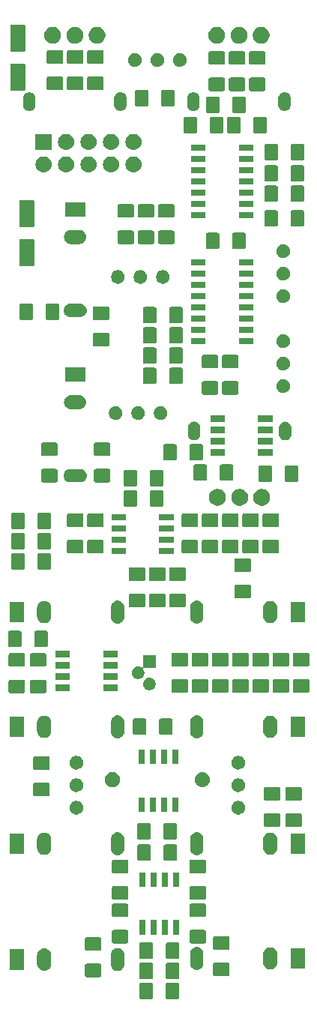
<source format=gbr>
G04 #@! TF.GenerationSoftware,KiCad,Pcbnew,(5.0.1)-4*
G04 #@! TF.CreationDate,2019-03-05T01:35:27-06:00*
G04 #@! TF.ProjectId,VCO,56434F2E6B696361645F706362000000,rev?*
G04 #@! TF.SameCoordinates,Original*
G04 #@! TF.FileFunction,Soldermask,Bot*
G04 #@! TF.FilePolarity,Negative*
%FSLAX46Y46*%
G04 Gerber Fmt 4.6, Leading zero omitted, Abs format (unit mm)*
G04 Created by KiCad (PCBNEW (5.0.1)-4) date 3/5/2019 1:35:27*
%MOMM*%
%LPD*%
G01*
G04 APERTURE LIST*
%ADD10C,0.100000*%
G04 APERTURE END LIST*
D10*
G36*
X165041562Y101632819D02*
X165076477Y101622227D01*
X165108665Y101605022D01*
X165136873Y101581873D01*
X165160022Y101553665D01*
X165177227Y101521477D01*
X165187819Y101486562D01*
X165192000Y101444105D01*
X165192000Y99977895D01*
X165187819Y99935438D01*
X165177227Y99900523D01*
X165160022Y99868335D01*
X165136873Y99840127D01*
X165108665Y99816978D01*
X165076477Y99799773D01*
X165041562Y99789181D01*
X164999105Y99785000D01*
X163857895Y99785000D01*
X163815438Y99789181D01*
X163780523Y99799773D01*
X163748335Y99816978D01*
X163720127Y99840127D01*
X163696978Y99868335D01*
X163679773Y99900523D01*
X163669181Y99935438D01*
X163665000Y99977895D01*
X163665000Y101444105D01*
X163669181Y101486562D01*
X163679773Y101521477D01*
X163696978Y101553665D01*
X163720127Y101581873D01*
X163748335Y101605022D01*
X163780523Y101622227D01*
X163815438Y101632819D01*
X163857895Y101637000D01*
X164999105Y101637000D01*
X165041562Y101632819D01*
X165041562Y101632819D01*
G37*
G36*
X162066562Y101632819D02*
X162101477Y101622227D01*
X162133665Y101605022D01*
X162161873Y101581873D01*
X162185022Y101553665D01*
X162202227Y101521477D01*
X162212819Y101486562D01*
X162217000Y101444105D01*
X162217000Y99977895D01*
X162212819Y99935438D01*
X162202227Y99900523D01*
X162185022Y99868335D01*
X162161873Y99840127D01*
X162133665Y99816978D01*
X162101477Y99799773D01*
X162066562Y99789181D01*
X162024105Y99785000D01*
X160882895Y99785000D01*
X160840438Y99789181D01*
X160805523Y99799773D01*
X160773335Y99816978D01*
X160745127Y99840127D01*
X160721978Y99868335D01*
X160704773Y99900523D01*
X160694181Y99935438D01*
X160690000Y99977895D01*
X160690000Y101444105D01*
X160694181Y101486562D01*
X160704773Y101521477D01*
X160721978Y101553665D01*
X160745127Y101581873D01*
X160773335Y101605022D01*
X160805523Y101622227D01*
X160840438Y101632819D01*
X160882895Y101637000D01*
X162024105Y101637000D01*
X162066562Y101632819D01*
X162066562Y101632819D01*
G37*
G36*
X165033214Y103892947D02*
X165068129Y103882355D01*
X165100317Y103865150D01*
X165128525Y103842001D01*
X165151674Y103813793D01*
X165168879Y103781605D01*
X165179471Y103746690D01*
X165183652Y103704233D01*
X165183652Y102238023D01*
X165179471Y102195566D01*
X165168879Y102160651D01*
X165151674Y102128463D01*
X165128525Y102100255D01*
X165100317Y102077106D01*
X165068129Y102059901D01*
X165033214Y102049309D01*
X164990757Y102045128D01*
X163849547Y102045128D01*
X163807090Y102049309D01*
X163772175Y102059901D01*
X163739987Y102077106D01*
X163711779Y102100255D01*
X163688630Y102128463D01*
X163671425Y102160651D01*
X163660833Y102195566D01*
X163656652Y102238023D01*
X163656652Y103704233D01*
X163660833Y103746690D01*
X163671425Y103781605D01*
X163688630Y103813793D01*
X163711779Y103842001D01*
X163739987Y103865150D01*
X163772175Y103882355D01*
X163807090Y103892947D01*
X163849547Y103897128D01*
X164990757Y103897128D01*
X165033214Y103892947D01*
X165033214Y103892947D01*
G37*
G36*
X162058214Y103892947D02*
X162093129Y103882355D01*
X162125317Y103865150D01*
X162153525Y103842001D01*
X162176674Y103813793D01*
X162193879Y103781605D01*
X162204471Y103746690D01*
X162208652Y103704233D01*
X162208652Y102238023D01*
X162204471Y102195566D01*
X162193879Y102160651D01*
X162176674Y102128463D01*
X162153525Y102100255D01*
X162125317Y102077106D01*
X162093129Y102059901D01*
X162058214Y102049309D01*
X162015757Y102045128D01*
X160874547Y102045128D01*
X160832090Y102049309D01*
X160797175Y102059901D01*
X160764987Y102077106D01*
X160736779Y102100255D01*
X160713630Y102128463D01*
X160696425Y102160651D01*
X160685833Y102195566D01*
X160681652Y102238023D01*
X160681652Y103704233D01*
X160685833Y103746690D01*
X160696425Y103781605D01*
X160713630Y103813793D01*
X160736779Y103842001D01*
X160764987Y103865150D01*
X160797175Y103882355D01*
X160832090Y103892947D01*
X160874547Y103897128D01*
X162015757Y103897128D01*
X162058214Y103892947D01*
X162058214Y103892947D01*
G37*
G36*
X156223562Y103792819D02*
X156258477Y103782227D01*
X156290665Y103765022D01*
X156318873Y103741873D01*
X156342022Y103713665D01*
X156359227Y103681477D01*
X156369819Y103646562D01*
X156374000Y103604105D01*
X156374000Y102462895D01*
X156369819Y102420438D01*
X156359227Y102385523D01*
X156342022Y102353335D01*
X156318873Y102325127D01*
X156290665Y102301978D01*
X156258477Y102284773D01*
X156223562Y102274181D01*
X156181105Y102270000D01*
X154714895Y102270000D01*
X154672438Y102274181D01*
X154637523Y102284773D01*
X154605335Y102301978D01*
X154577127Y102325127D01*
X154553978Y102353335D01*
X154536773Y102385523D01*
X154526181Y102420438D01*
X154522000Y102462895D01*
X154522000Y103604105D01*
X154526181Y103646562D01*
X154536773Y103681477D01*
X154553978Y103713665D01*
X154577127Y103741873D01*
X154605335Y103765022D01*
X154637523Y103782227D01*
X154672438Y103792819D01*
X154714895Y103797000D01*
X156181105Y103797000D01*
X156223562Y103792819D01*
X156223562Y103792819D01*
G37*
G36*
X170701562Y103919819D02*
X170736477Y103909227D01*
X170768665Y103892022D01*
X170796873Y103868873D01*
X170820022Y103840665D01*
X170837227Y103808477D01*
X170847819Y103773562D01*
X170852000Y103731105D01*
X170852000Y102589895D01*
X170847819Y102547438D01*
X170837227Y102512523D01*
X170820022Y102480335D01*
X170796873Y102452127D01*
X170768665Y102428978D01*
X170736477Y102411773D01*
X170701562Y102401181D01*
X170659105Y102397000D01*
X169192895Y102397000D01*
X169150438Y102401181D01*
X169115523Y102411773D01*
X169083335Y102428978D01*
X169055127Y102452127D01*
X169031978Y102480335D01*
X169014773Y102512523D01*
X169004181Y102547438D01*
X169000000Y102589895D01*
X169000000Y103731105D01*
X169004181Y103773562D01*
X169014773Y103808477D01*
X169031978Y103840665D01*
X169055127Y103868873D01*
X169083335Y103892022D01*
X169115523Y103909227D01*
X169150438Y103919819D01*
X169192895Y103924000D01*
X170659105Y103924000D01*
X170701562Y103919819D01*
X170701562Y103919819D01*
G37*
G36*
X158261074Y105566800D02*
X158359222Y105557133D01*
X158500786Y105514190D01*
X158631252Y105444454D01*
X158745606Y105350606D01*
X158839454Y105236252D01*
X158909190Y105105786D01*
X158952133Y104964222D01*
X158963000Y104853887D01*
X158963000Y103680113D01*
X158952133Y103569778D01*
X158909190Y103428214D01*
X158839455Y103297749D01*
X158839453Y103297747D01*
X158745606Y103183394D01*
X158631253Y103089547D01*
X158631251Y103089546D01*
X158500785Y103019810D01*
X158359221Y102976867D01*
X158212000Y102962367D01*
X158211999Y102962367D01*
X158162926Y102967200D01*
X158064778Y102976867D01*
X157923214Y103019810D01*
X157792748Y103089546D01*
X157678394Y103183394D01*
X157625485Y103247864D01*
X157584547Y103297747D01*
X157514810Y103428215D01*
X157471867Y103569779D01*
X157463365Y103656105D01*
X157461000Y103680113D01*
X157461001Y104853888D01*
X157471868Y104964220D01*
X157471868Y104964222D01*
X157514811Y105105786D01*
X157584547Y105236252D01*
X157678395Y105350606D01*
X157792749Y105444454D01*
X157923215Y105514190D01*
X158064779Y105557133D01*
X158212000Y105571633D01*
X158212001Y105571633D01*
X158261074Y105566800D01*
X158261074Y105566800D01*
G37*
G36*
X150069025Y105506410D02*
X150220012Y105460608D01*
X150359165Y105386230D01*
X150481133Y105286133D01*
X150581230Y105164165D01*
X150655608Y105025012D01*
X150701410Y104874025D01*
X150713000Y104756346D01*
X150713000Y103777654D01*
X150701410Y103659975D01*
X150655608Y103508988D01*
X150581230Y103369835D01*
X150481136Y103247870D01*
X150481134Y103247869D01*
X150481133Y103247867D01*
X150423284Y103200392D01*
X150359161Y103147768D01*
X150220011Y103073392D01*
X150069024Y103027590D01*
X149912000Y103012125D01*
X149754975Y103027590D01*
X149603988Y103073392D01*
X149464835Y103147770D01*
X149342870Y103247864D01*
X149342869Y103247866D01*
X149342867Y103247867D01*
X149291553Y103310394D01*
X149242768Y103369839D01*
X149168392Y103508989D01*
X149122590Y103659976D01*
X149111000Y103777655D01*
X149111000Y104756345D01*
X149122591Y104874025D01*
X149168393Y105025012D01*
X149242771Y105164165D01*
X149342868Y105286133D01*
X149464836Y105386230D01*
X149603989Y105460608D01*
X149754976Y105506410D01*
X149912000Y105521875D01*
X150069025Y105506410D01*
X150069025Y105506410D01*
G37*
G36*
X167309221Y105684133D02*
X167425451Y105648875D01*
X167450785Y105641190D01*
X167581253Y105571453D01*
X167652198Y105513230D01*
X167695606Y105477606D01*
X167789454Y105363252D01*
X167859190Y105232786D01*
X167902133Y105091222D01*
X167913000Y104980887D01*
X167913000Y103807113D01*
X167902133Y103696778D01*
X167859190Y103555214D01*
X167789454Y103424748D01*
X167695606Y103310394D01*
X167581252Y103216546D01*
X167450786Y103146810D01*
X167309222Y103103867D01*
X167211074Y103094200D01*
X167162001Y103089367D01*
X167162000Y103089367D01*
X167014779Y103103867D01*
X166873215Y103146810D01*
X166742749Y103216546D01*
X166628395Y103310394D01*
X166534547Y103424748D01*
X166464811Y103555214D01*
X166421868Y103696778D01*
X166411001Y103807113D01*
X166411000Y104980886D01*
X166412984Y105001025D01*
X166421867Y105091219D01*
X166421867Y105091221D01*
X166464810Y105232785D01*
X166534546Y105363251D01*
X166534547Y105363253D01*
X166628394Y105477606D01*
X166742747Y105571453D01*
X166742746Y105571453D01*
X166742748Y105571454D01*
X166873214Y105641190D01*
X167014778Y105684133D01*
X167112926Y105693800D01*
X167161999Y105698633D01*
X167162000Y105698633D01*
X167309221Y105684133D01*
X167309221Y105684133D01*
G37*
G36*
X147613000Y103116000D02*
X146011000Y103116000D01*
X146011000Y105418000D01*
X147613000Y105418000D01*
X147613000Y103116000D01*
X147613000Y103116000D01*
G37*
G36*
X175619024Y105633410D02*
X175770011Y105587608D01*
X175909161Y105513232D01*
X175970149Y105463181D01*
X176031133Y105413133D01*
X176031134Y105413131D01*
X176031136Y105413130D01*
X176131230Y105291165D01*
X176205608Y105152012D01*
X176251410Y105001025D01*
X176263000Y104883346D01*
X176263000Y103904654D01*
X176251410Y103786975D01*
X176205608Y103635988D01*
X176131230Y103496835D01*
X176031133Y103374867D01*
X175909165Y103274770D01*
X175770012Y103200392D01*
X175619025Y103154590D01*
X175462000Y103139125D01*
X175304976Y103154590D01*
X175153989Y103200392D01*
X175014836Y103274770D01*
X174892868Y103374867D01*
X174792771Y103496835D01*
X174718393Y103635988D01*
X174672591Y103786975D01*
X174661000Y103904655D01*
X174661000Y104883345D01*
X174672590Y105001024D01*
X174718392Y105152011D01*
X174792768Y105291161D01*
X174849692Y105360523D01*
X174892867Y105413133D01*
X174892869Y105413134D01*
X174892870Y105413136D01*
X175014835Y105513230D01*
X175153988Y105587608D01*
X175304975Y105633410D01*
X175462000Y105648875D01*
X175619024Y105633410D01*
X175619024Y105633410D01*
G37*
G36*
X179363000Y103243000D02*
X177761000Y103243000D01*
X177761000Y105545000D01*
X179363000Y105545000D01*
X179363000Y103243000D01*
X179363000Y103243000D01*
G37*
G36*
X162058214Y106178947D02*
X162093129Y106168355D01*
X162125317Y106151150D01*
X162153525Y106128001D01*
X162176674Y106099793D01*
X162193879Y106067605D01*
X162204471Y106032690D01*
X162208652Y105990233D01*
X162208652Y104524023D01*
X162204471Y104481566D01*
X162193879Y104446651D01*
X162176674Y104414463D01*
X162153525Y104386255D01*
X162125317Y104363106D01*
X162093129Y104345901D01*
X162058214Y104335309D01*
X162015757Y104331128D01*
X160874547Y104331128D01*
X160832090Y104335309D01*
X160797175Y104345901D01*
X160764987Y104363106D01*
X160736779Y104386255D01*
X160713630Y104414463D01*
X160696425Y104446651D01*
X160685833Y104481566D01*
X160681652Y104524023D01*
X160681652Y105990233D01*
X160685833Y106032690D01*
X160696425Y106067605D01*
X160713630Y106099793D01*
X160736779Y106128001D01*
X160764987Y106151150D01*
X160797175Y106168355D01*
X160832090Y106178947D01*
X160874547Y106183128D01*
X162015757Y106183128D01*
X162058214Y106178947D01*
X162058214Y106178947D01*
G37*
G36*
X165033214Y106178947D02*
X165068129Y106168355D01*
X165100317Y106151150D01*
X165128525Y106128001D01*
X165151674Y106099793D01*
X165168879Y106067605D01*
X165179471Y106032690D01*
X165183652Y105990233D01*
X165183652Y104524023D01*
X165179471Y104481566D01*
X165168879Y104446651D01*
X165151674Y104414463D01*
X165128525Y104386255D01*
X165100317Y104363106D01*
X165068129Y104345901D01*
X165033214Y104335309D01*
X164990757Y104331128D01*
X163849547Y104331128D01*
X163807090Y104335309D01*
X163772175Y104345901D01*
X163739987Y104363106D01*
X163711779Y104386255D01*
X163688630Y104414463D01*
X163671425Y104446651D01*
X163660833Y104481566D01*
X163656652Y104524023D01*
X163656652Y105990233D01*
X163660833Y106032690D01*
X163671425Y106067605D01*
X163688630Y106099793D01*
X163711779Y106128001D01*
X163739987Y106151150D01*
X163772175Y106168355D01*
X163807090Y106178947D01*
X163849547Y106183128D01*
X164990757Y106183128D01*
X165033214Y106178947D01*
X165033214Y106178947D01*
G37*
G36*
X156223562Y106767819D02*
X156258477Y106757227D01*
X156290665Y106740022D01*
X156318873Y106716873D01*
X156342022Y106688665D01*
X156359227Y106656477D01*
X156369819Y106621562D01*
X156374000Y106579105D01*
X156374000Y105437895D01*
X156369819Y105395438D01*
X156359227Y105360523D01*
X156342022Y105328335D01*
X156318873Y105300127D01*
X156290665Y105276978D01*
X156258477Y105259773D01*
X156223562Y105249181D01*
X156181105Y105245000D01*
X154714895Y105245000D01*
X154672438Y105249181D01*
X154637523Y105259773D01*
X154605335Y105276978D01*
X154577127Y105300127D01*
X154553978Y105328335D01*
X154536773Y105360523D01*
X154526181Y105395438D01*
X154522000Y105437895D01*
X154522000Y106579105D01*
X154526181Y106621562D01*
X154536773Y106656477D01*
X154553978Y106688665D01*
X154577127Y106716873D01*
X154605335Y106740022D01*
X154637523Y106757227D01*
X154672438Y106767819D01*
X154714895Y106772000D01*
X156181105Y106772000D01*
X156223562Y106767819D01*
X156223562Y106767819D01*
G37*
G36*
X170701562Y106894819D02*
X170736477Y106884227D01*
X170768665Y106867022D01*
X170796873Y106843873D01*
X170820022Y106815665D01*
X170837227Y106783477D01*
X170847819Y106748562D01*
X170852000Y106706105D01*
X170852000Y105564895D01*
X170847819Y105522438D01*
X170837227Y105487523D01*
X170820022Y105455335D01*
X170796873Y105427127D01*
X170768665Y105403978D01*
X170736477Y105386773D01*
X170701562Y105376181D01*
X170659105Y105372000D01*
X169192895Y105372000D01*
X169150438Y105376181D01*
X169115523Y105386773D01*
X169083335Y105403978D01*
X169055127Y105427127D01*
X169031978Y105455335D01*
X169014773Y105487523D01*
X169004181Y105522438D01*
X169000000Y105564895D01*
X169000000Y106706105D01*
X169004181Y106748562D01*
X169014773Y106783477D01*
X169031978Y106815665D01*
X169055127Y106843873D01*
X169083335Y106867022D01*
X169115523Y106884227D01*
X169150438Y106894819D01*
X169192895Y106899000D01*
X170659105Y106899000D01*
X170701562Y106894819D01*
X170701562Y106894819D01*
G37*
G36*
X159271562Y107602819D02*
X159306477Y107592227D01*
X159338665Y107575022D01*
X159366873Y107551873D01*
X159390022Y107523665D01*
X159407227Y107491477D01*
X159417819Y107456562D01*
X159422000Y107414105D01*
X159422000Y106272895D01*
X159417819Y106230438D01*
X159407227Y106195523D01*
X159390022Y106163335D01*
X159366873Y106135127D01*
X159338665Y106111978D01*
X159306477Y106094773D01*
X159271562Y106084181D01*
X159229105Y106080000D01*
X157762895Y106080000D01*
X157720438Y106084181D01*
X157685523Y106094773D01*
X157653335Y106111978D01*
X157625127Y106135127D01*
X157601978Y106163335D01*
X157584773Y106195523D01*
X157574181Y106230438D01*
X157570000Y106272895D01*
X157570000Y107414105D01*
X157574181Y107456562D01*
X157584773Y107491477D01*
X157601978Y107523665D01*
X157625127Y107551873D01*
X157653335Y107575022D01*
X157685523Y107592227D01*
X157720438Y107602819D01*
X157762895Y107607000D01*
X159229105Y107607000D01*
X159271562Y107602819D01*
X159271562Y107602819D01*
G37*
G36*
X168034562Y107602819D02*
X168069477Y107592227D01*
X168101665Y107575022D01*
X168129873Y107551873D01*
X168153022Y107523665D01*
X168170227Y107491477D01*
X168180819Y107456562D01*
X168185000Y107414105D01*
X168185000Y106272895D01*
X168180819Y106230438D01*
X168170227Y106195523D01*
X168153022Y106163335D01*
X168129873Y106135127D01*
X168101665Y106111978D01*
X168069477Y106094773D01*
X168034562Y106084181D01*
X167992105Y106080000D01*
X166525895Y106080000D01*
X166483438Y106084181D01*
X166448523Y106094773D01*
X166416335Y106111978D01*
X166388127Y106135127D01*
X166364978Y106163335D01*
X166347773Y106195523D01*
X166337181Y106230438D01*
X166333000Y106272895D01*
X166333000Y107414105D01*
X166337181Y107456562D01*
X166347773Y107491477D01*
X166364978Y107523665D01*
X166388127Y107551873D01*
X166416335Y107575022D01*
X166448523Y107592227D01*
X166483438Y107602819D01*
X166525895Y107607000D01*
X167992105Y107607000D01*
X168034562Y107602819D01*
X168034562Y107602819D01*
G37*
G36*
X163918652Y107065128D02*
X163216652Y107065128D01*
X163216652Y108717128D01*
X163918652Y108717128D01*
X163918652Y107065128D01*
X163918652Y107065128D01*
G37*
G36*
X165188652Y107065128D02*
X164486652Y107065128D01*
X164486652Y108717128D01*
X165188652Y108717128D01*
X165188652Y107065128D01*
X165188652Y107065128D01*
G37*
G36*
X162648652Y107065128D02*
X161946652Y107065128D01*
X161946652Y108717128D01*
X162648652Y108717128D01*
X162648652Y107065128D01*
X162648652Y107065128D01*
G37*
G36*
X161378652Y107065128D02*
X160676652Y107065128D01*
X160676652Y108717128D01*
X161378652Y108717128D01*
X161378652Y107065128D01*
X161378652Y107065128D01*
G37*
G36*
X159271562Y110577819D02*
X159306477Y110567227D01*
X159338665Y110550022D01*
X159366873Y110526873D01*
X159390022Y110498665D01*
X159407227Y110466477D01*
X159417819Y110431562D01*
X159422000Y110389105D01*
X159422000Y109247895D01*
X159417819Y109205438D01*
X159407227Y109170523D01*
X159390022Y109138335D01*
X159366873Y109110127D01*
X159338665Y109086978D01*
X159306477Y109069773D01*
X159271562Y109059181D01*
X159229105Y109055000D01*
X157762895Y109055000D01*
X157720438Y109059181D01*
X157685523Y109069773D01*
X157653335Y109086978D01*
X157625127Y109110127D01*
X157601978Y109138335D01*
X157584773Y109170523D01*
X157574181Y109205438D01*
X157570000Y109247895D01*
X157570000Y110389105D01*
X157574181Y110431562D01*
X157584773Y110466477D01*
X157601978Y110498665D01*
X157625127Y110526873D01*
X157653335Y110550022D01*
X157685523Y110567227D01*
X157720438Y110577819D01*
X157762895Y110582000D01*
X159229105Y110582000D01*
X159271562Y110577819D01*
X159271562Y110577819D01*
G37*
G36*
X168034562Y110577819D02*
X168069477Y110567227D01*
X168101665Y110550022D01*
X168129873Y110526873D01*
X168153022Y110498665D01*
X168170227Y110466477D01*
X168180819Y110431562D01*
X168185000Y110389105D01*
X168185000Y109247895D01*
X168180819Y109205438D01*
X168170227Y109170523D01*
X168153022Y109138335D01*
X168129873Y109110127D01*
X168101665Y109086978D01*
X168069477Y109069773D01*
X168034562Y109059181D01*
X167992105Y109055000D01*
X166525895Y109055000D01*
X166483438Y109059181D01*
X166448523Y109069773D01*
X166416335Y109086978D01*
X166388127Y109110127D01*
X166364978Y109138335D01*
X166347773Y109170523D01*
X166337181Y109205438D01*
X166333000Y109247895D01*
X166333000Y110389105D01*
X166337181Y110431562D01*
X166347773Y110466477D01*
X166364978Y110498665D01*
X166388127Y110526873D01*
X166416335Y110550022D01*
X166448523Y110567227D01*
X166483438Y110577819D01*
X166525895Y110582000D01*
X167992105Y110582000D01*
X168034562Y110577819D01*
X168034562Y110577819D01*
G37*
G36*
X168034562Y112555819D02*
X168069477Y112545227D01*
X168101665Y112528022D01*
X168129873Y112504873D01*
X168153022Y112476665D01*
X168170227Y112444477D01*
X168180819Y112409562D01*
X168185000Y112367105D01*
X168185000Y111225895D01*
X168180819Y111183438D01*
X168170227Y111148523D01*
X168153022Y111116335D01*
X168129873Y111088127D01*
X168101665Y111064978D01*
X168069477Y111047773D01*
X168034562Y111037181D01*
X167992105Y111033000D01*
X166525895Y111033000D01*
X166483438Y111037181D01*
X166448523Y111047773D01*
X166416335Y111064978D01*
X166388127Y111088127D01*
X166364978Y111116335D01*
X166347773Y111148523D01*
X166337181Y111183438D01*
X166333000Y111225895D01*
X166333000Y112367105D01*
X166337181Y112409562D01*
X166347773Y112444477D01*
X166364978Y112476665D01*
X166388127Y112504873D01*
X166416335Y112528022D01*
X166448523Y112545227D01*
X166483438Y112555819D01*
X166525895Y112560000D01*
X167992105Y112560000D01*
X168034562Y112555819D01*
X168034562Y112555819D01*
G37*
G36*
X159271562Y112555819D02*
X159306477Y112545227D01*
X159338665Y112528022D01*
X159366873Y112504873D01*
X159390022Y112476665D01*
X159407227Y112444477D01*
X159417819Y112409562D01*
X159422000Y112367105D01*
X159422000Y111225895D01*
X159417819Y111183438D01*
X159407227Y111148523D01*
X159390022Y111116335D01*
X159366873Y111088127D01*
X159338665Y111064978D01*
X159306477Y111047773D01*
X159271562Y111037181D01*
X159229105Y111033000D01*
X157762895Y111033000D01*
X157720438Y111037181D01*
X157685523Y111047773D01*
X157653335Y111064978D01*
X157625127Y111088127D01*
X157601978Y111116335D01*
X157584773Y111148523D01*
X157574181Y111183438D01*
X157570000Y111225895D01*
X157570000Y112367105D01*
X157574181Y112409562D01*
X157584773Y112444477D01*
X157601978Y112476665D01*
X157625127Y112504873D01*
X157653335Y112528022D01*
X157685523Y112545227D01*
X157720438Y112555819D01*
X157762895Y112560000D01*
X159229105Y112560000D01*
X159271562Y112555819D01*
X159271562Y112555819D01*
G37*
G36*
X163918652Y112465128D02*
X163216652Y112465128D01*
X163216652Y114117128D01*
X163918652Y114117128D01*
X163918652Y112465128D01*
X163918652Y112465128D01*
G37*
G36*
X162648652Y112465128D02*
X161946652Y112465128D01*
X161946652Y114117128D01*
X162648652Y114117128D01*
X162648652Y112465128D01*
X162648652Y112465128D01*
G37*
G36*
X161378652Y112465128D02*
X160676652Y112465128D01*
X160676652Y114117128D01*
X161378652Y114117128D01*
X161378652Y112465128D01*
X161378652Y112465128D01*
G37*
G36*
X165188652Y112465128D02*
X164486652Y112465128D01*
X164486652Y114117128D01*
X165188652Y114117128D01*
X165188652Y112465128D01*
X165188652Y112465128D01*
G37*
G36*
X168034562Y115530819D02*
X168069477Y115520227D01*
X168101665Y115503022D01*
X168129873Y115479873D01*
X168153022Y115451665D01*
X168170227Y115419477D01*
X168180819Y115384562D01*
X168185000Y115342105D01*
X168185000Y114200895D01*
X168180819Y114158438D01*
X168170227Y114123523D01*
X168153022Y114091335D01*
X168129873Y114063127D01*
X168101665Y114039978D01*
X168069477Y114022773D01*
X168034562Y114012181D01*
X167992105Y114008000D01*
X166525895Y114008000D01*
X166483438Y114012181D01*
X166448523Y114022773D01*
X166416335Y114039978D01*
X166388127Y114063127D01*
X166364978Y114091335D01*
X166347773Y114123523D01*
X166337181Y114158438D01*
X166333000Y114200895D01*
X166333000Y115342105D01*
X166337181Y115384562D01*
X166347773Y115419477D01*
X166364978Y115451665D01*
X166388127Y115479873D01*
X166416335Y115503022D01*
X166448523Y115520227D01*
X166483438Y115530819D01*
X166525895Y115535000D01*
X167992105Y115535000D01*
X168034562Y115530819D01*
X168034562Y115530819D01*
G37*
G36*
X159271562Y115530819D02*
X159306477Y115520227D01*
X159338665Y115503022D01*
X159366873Y115479873D01*
X159390022Y115451665D01*
X159407227Y115419477D01*
X159417819Y115384562D01*
X159422000Y115342105D01*
X159422000Y114200895D01*
X159417819Y114158438D01*
X159407227Y114123523D01*
X159390022Y114091335D01*
X159366873Y114063127D01*
X159338665Y114039978D01*
X159306477Y114022773D01*
X159271562Y114012181D01*
X159229105Y114008000D01*
X157762895Y114008000D01*
X157720438Y114012181D01*
X157685523Y114022773D01*
X157653335Y114039978D01*
X157625127Y114063127D01*
X157601978Y114091335D01*
X157584773Y114123523D01*
X157574181Y114158438D01*
X157570000Y114200895D01*
X157570000Y115342105D01*
X157574181Y115384562D01*
X157584773Y115419477D01*
X157601978Y115451665D01*
X157625127Y115479873D01*
X157653335Y115503022D01*
X157685523Y115520227D01*
X157720438Y115530819D01*
X157762895Y115535000D01*
X159229105Y115535000D01*
X159271562Y115530819D01*
X159271562Y115530819D01*
G37*
G36*
X164787562Y117253819D02*
X164822477Y117243227D01*
X164854665Y117226022D01*
X164882873Y117202873D01*
X164906022Y117174665D01*
X164923227Y117142477D01*
X164933819Y117107562D01*
X164938000Y117065105D01*
X164938000Y115598895D01*
X164933819Y115556438D01*
X164923227Y115521523D01*
X164906022Y115489335D01*
X164882873Y115461127D01*
X164854665Y115437978D01*
X164822477Y115420773D01*
X164787562Y115410181D01*
X164745105Y115406000D01*
X163603895Y115406000D01*
X163561438Y115410181D01*
X163526523Y115420773D01*
X163494335Y115437978D01*
X163466127Y115461127D01*
X163442978Y115489335D01*
X163425773Y115521523D01*
X163415181Y115556438D01*
X163411000Y115598895D01*
X163411000Y117065105D01*
X163415181Y117107562D01*
X163425773Y117142477D01*
X163442978Y117174665D01*
X163466127Y117202873D01*
X163494335Y117226022D01*
X163526523Y117243227D01*
X163561438Y117253819D01*
X163603895Y117258000D01*
X164745105Y117258000D01*
X164787562Y117253819D01*
X164787562Y117253819D01*
G37*
G36*
X161812562Y117253819D02*
X161847477Y117243227D01*
X161879665Y117226022D01*
X161907873Y117202873D01*
X161931022Y117174665D01*
X161948227Y117142477D01*
X161958819Y117107562D01*
X161963000Y117065105D01*
X161963000Y115598895D01*
X161958819Y115556438D01*
X161948227Y115521523D01*
X161931022Y115489335D01*
X161907873Y115461127D01*
X161879665Y115437978D01*
X161847477Y115420773D01*
X161812562Y115410181D01*
X161770105Y115406000D01*
X160628895Y115406000D01*
X160586438Y115410181D01*
X160551523Y115420773D01*
X160519335Y115437978D01*
X160491127Y115461127D01*
X160467978Y115489335D01*
X160450773Y115521523D01*
X160440181Y115556438D01*
X160436000Y115598895D01*
X160436000Y117065105D01*
X160440181Y117107562D01*
X160450773Y117142477D01*
X160467978Y117174665D01*
X160491127Y117202873D01*
X160519335Y117226022D01*
X160551523Y117243227D01*
X160586438Y117253819D01*
X160628895Y117258000D01*
X161770105Y117258000D01*
X161812562Y117253819D01*
X161812562Y117253819D01*
G37*
G36*
X167309221Y118638133D02*
X167425451Y118602875D01*
X167450785Y118595190D01*
X167581253Y118525453D01*
X167652198Y118467230D01*
X167695606Y118431606D01*
X167789454Y118317252D01*
X167859190Y118186786D01*
X167902133Y118045222D01*
X167913000Y117934887D01*
X167913000Y116761113D01*
X167902133Y116650778D01*
X167859190Y116509214D01*
X167789454Y116378748D01*
X167695606Y116264394D01*
X167581252Y116170546D01*
X167450786Y116100810D01*
X167309222Y116057867D01*
X167211074Y116048200D01*
X167162001Y116043367D01*
X167162000Y116043367D01*
X167014779Y116057867D01*
X166873215Y116100810D01*
X166742749Y116170546D01*
X166628395Y116264394D01*
X166534547Y116378748D01*
X166464811Y116509214D01*
X166421868Y116650778D01*
X166411001Y116761113D01*
X166411000Y117934886D01*
X166412984Y117955025D01*
X166421867Y118045219D01*
X166421867Y118045221D01*
X166464810Y118186785D01*
X166534546Y118317251D01*
X166534547Y118317253D01*
X166628394Y118431606D01*
X166742747Y118525453D01*
X166742746Y118525453D01*
X166742748Y118525454D01*
X166873214Y118595190D01*
X167014778Y118638133D01*
X167112926Y118647800D01*
X167161999Y118652633D01*
X167162000Y118652633D01*
X167309221Y118638133D01*
X167309221Y118638133D01*
G37*
G36*
X158261074Y118647800D02*
X158359222Y118638133D01*
X158500786Y118595190D01*
X158631252Y118525454D01*
X158745606Y118431606D01*
X158839454Y118317252D01*
X158909190Y118186786D01*
X158952133Y118045222D01*
X158963000Y117934887D01*
X158963000Y116761113D01*
X158952133Y116650778D01*
X158909190Y116509214D01*
X158839455Y116378749D01*
X158839453Y116378747D01*
X158745606Y116264394D01*
X158631253Y116170547D01*
X158631251Y116170546D01*
X158500785Y116100810D01*
X158359221Y116057867D01*
X158212000Y116043367D01*
X158211999Y116043367D01*
X158162926Y116048200D01*
X158064778Y116057867D01*
X157923214Y116100810D01*
X157792748Y116170546D01*
X157678394Y116264394D01*
X157625485Y116328864D01*
X157584547Y116378747D01*
X157514810Y116509215D01*
X157490308Y116589988D01*
X157471867Y116650779D01*
X157464622Y116724336D01*
X157461000Y116761113D01*
X157461001Y117934888D01*
X157471868Y118045220D01*
X157471868Y118045222D01*
X157514811Y118186786D01*
X157584547Y118317252D01*
X157678395Y118431606D01*
X157792749Y118525454D01*
X157923215Y118595190D01*
X158064779Y118638133D01*
X158212000Y118652633D01*
X158212001Y118652633D01*
X158261074Y118647800D01*
X158261074Y118647800D01*
G37*
G36*
X175619024Y118587410D02*
X175770011Y118541608D01*
X175909161Y118467232D01*
X175970149Y118417181D01*
X176031133Y118367133D01*
X176031134Y118367131D01*
X176031136Y118367130D01*
X176131230Y118245165D01*
X176205608Y118106012D01*
X176251410Y117955025D01*
X176263000Y117837348D01*
X176263000Y116858654D01*
X176251410Y116740975D01*
X176205608Y116589988D01*
X176131230Y116450835D01*
X176031133Y116328867D01*
X175909165Y116228770D01*
X175770012Y116154392D01*
X175619025Y116108590D01*
X175462000Y116093125D01*
X175304976Y116108590D01*
X175153989Y116154392D01*
X175014836Y116228770D01*
X174892868Y116328867D01*
X174792771Y116450835D01*
X174718393Y116589988D01*
X174672591Y116740975D01*
X174661000Y116858655D01*
X174661000Y117837348D01*
X174672590Y117955024D01*
X174718392Y118106011D01*
X174792768Y118245161D01*
X174842819Y118306149D01*
X174892867Y118367133D01*
X174892869Y118367134D01*
X174892870Y118367136D01*
X175014835Y118467230D01*
X175153988Y118541608D01*
X175304975Y118587410D01*
X175462000Y118602875D01*
X175619024Y118587410D01*
X175619024Y118587410D01*
G37*
G36*
X150069025Y118587410D02*
X150220012Y118541608D01*
X150359165Y118467230D01*
X150481133Y118367133D01*
X150581230Y118245165D01*
X150655608Y118106012D01*
X150701410Y117955025D01*
X150713000Y117837348D01*
X150713000Y116858654D01*
X150701410Y116740975D01*
X150655608Y116589988D01*
X150581230Y116450835D01*
X150481136Y116328870D01*
X150481134Y116328869D01*
X150481133Y116328867D01*
X150481129Y116328864D01*
X150359161Y116228768D01*
X150220011Y116154392D01*
X150069024Y116108590D01*
X149912000Y116093125D01*
X149754975Y116108590D01*
X149603988Y116154392D01*
X149464835Y116228770D01*
X149342870Y116328864D01*
X149342869Y116328866D01*
X149342867Y116328867D01*
X149292819Y116389852D01*
X149242768Y116450839D01*
X149168392Y116589989D01*
X149122590Y116740976D01*
X149111000Y116858655D01*
X149111000Y117837348D01*
X149122591Y117955025D01*
X149168393Y118106012D01*
X149242771Y118245165D01*
X149342868Y118367133D01*
X149464836Y118467230D01*
X149603989Y118541608D01*
X149754976Y118587410D01*
X149912000Y118602875D01*
X150069025Y118587410D01*
X150069025Y118587410D01*
G37*
G36*
X179363000Y116197000D02*
X177761000Y116197000D01*
X177761000Y118499000D01*
X179363000Y118499000D01*
X179363000Y116197000D01*
X179363000Y116197000D01*
G37*
G36*
X147613000Y116197000D02*
X146011000Y116197000D01*
X146011000Y118499000D01*
X147613000Y118499000D01*
X147613000Y116197000D01*
X147613000Y116197000D01*
G37*
G36*
X161812562Y119666819D02*
X161847477Y119656227D01*
X161879665Y119639022D01*
X161907873Y119615873D01*
X161931022Y119587665D01*
X161948227Y119555477D01*
X161958819Y119520562D01*
X161963000Y119478105D01*
X161963000Y118011895D01*
X161958819Y117969438D01*
X161948227Y117934523D01*
X161931022Y117902335D01*
X161907873Y117874127D01*
X161879665Y117850978D01*
X161847477Y117833773D01*
X161812562Y117823181D01*
X161770105Y117819000D01*
X160628895Y117819000D01*
X160586438Y117823181D01*
X160551523Y117833773D01*
X160519335Y117850978D01*
X160491127Y117874127D01*
X160467978Y117902335D01*
X160450773Y117934523D01*
X160440181Y117969438D01*
X160436000Y118011895D01*
X160436000Y119478105D01*
X160440181Y119520562D01*
X160450773Y119555477D01*
X160467978Y119587665D01*
X160491127Y119615873D01*
X160519335Y119639022D01*
X160551523Y119656227D01*
X160586438Y119666819D01*
X160628895Y119671000D01*
X161770105Y119671000D01*
X161812562Y119666819D01*
X161812562Y119666819D01*
G37*
G36*
X164787562Y119666819D02*
X164822477Y119656227D01*
X164854665Y119639022D01*
X164882873Y119615873D01*
X164906022Y119587665D01*
X164923227Y119555477D01*
X164933819Y119520562D01*
X164938000Y119478105D01*
X164938000Y118011895D01*
X164933819Y117969438D01*
X164923227Y117934523D01*
X164906022Y117902335D01*
X164882873Y117874127D01*
X164854665Y117850978D01*
X164822477Y117833773D01*
X164787562Y117823181D01*
X164745105Y117819000D01*
X163603895Y117819000D01*
X163561438Y117823181D01*
X163526523Y117833773D01*
X163494335Y117850978D01*
X163466127Y117874127D01*
X163442978Y117902335D01*
X163425773Y117934523D01*
X163415181Y117969438D01*
X163411000Y118011895D01*
X163411000Y119478105D01*
X163415181Y119520562D01*
X163425773Y119555477D01*
X163442978Y119587665D01*
X163466127Y119615873D01*
X163494335Y119639022D01*
X163526523Y119656227D01*
X163561438Y119666819D01*
X163603895Y119671000D01*
X164745105Y119671000D01*
X164787562Y119666819D01*
X164787562Y119666819D01*
G37*
G36*
X178862964Y120767989D02*
X178897879Y120757397D01*
X178930067Y120740192D01*
X178958275Y120717043D01*
X178981424Y120688835D01*
X178998629Y120656647D01*
X179009221Y120621732D01*
X179013402Y120579275D01*
X179013402Y119438065D01*
X179009221Y119395608D01*
X178998629Y119360693D01*
X178981424Y119328505D01*
X178958275Y119300297D01*
X178930067Y119277148D01*
X178897879Y119259943D01*
X178862964Y119249351D01*
X178820507Y119245170D01*
X177354297Y119245170D01*
X177311840Y119249351D01*
X177276925Y119259943D01*
X177244737Y119277148D01*
X177216529Y119300297D01*
X177193380Y119328505D01*
X177176175Y119360693D01*
X177165583Y119395608D01*
X177161402Y119438065D01*
X177161402Y120579275D01*
X177165583Y120621732D01*
X177176175Y120656647D01*
X177193380Y120688835D01*
X177216529Y120717043D01*
X177244737Y120740192D01*
X177276925Y120757397D01*
X177311840Y120767989D01*
X177354297Y120772170D01*
X178820507Y120772170D01*
X178862964Y120767989D01*
X178862964Y120767989D01*
G37*
G36*
X176449964Y120767989D02*
X176484879Y120757397D01*
X176517067Y120740192D01*
X176545275Y120717043D01*
X176568424Y120688835D01*
X176585629Y120656647D01*
X176596221Y120621732D01*
X176600402Y120579275D01*
X176600402Y119438065D01*
X176596221Y119395608D01*
X176585629Y119360693D01*
X176568424Y119328505D01*
X176545275Y119300297D01*
X176517067Y119277148D01*
X176484879Y119259943D01*
X176449964Y119249351D01*
X176407507Y119245170D01*
X174941297Y119245170D01*
X174898840Y119249351D01*
X174863925Y119259943D01*
X174831737Y119277148D01*
X174803529Y119300297D01*
X174780380Y119328505D01*
X174763175Y119360693D01*
X174752583Y119395608D01*
X174748402Y119438065D01*
X174748402Y120579275D01*
X174752583Y120621732D01*
X174763175Y120656647D01*
X174780380Y120688835D01*
X174803529Y120717043D01*
X174831737Y120740192D01*
X174863925Y120757397D01*
X174898840Y120767989D01*
X174941297Y120772170D01*
X176407507Y120772170D01*
X176449964Y120767989D01*
X176449964Y120767989D01*
G37*
G36*
X171956589Y122173124D02*
X172055893Y122153371D01*
X172196206Y122095252D01*
X172322484Y122010875D01*
X172429875Y121903484D01*
X172514252Y121777206D01*
X172572371Y121636893D01*
X172602000Y121487937D01*
X172602000Y121336063D01*
X172572371Y121187107D01*
X172514252Y121046794D01*
X172429875Y120920516D01*
X172322484Y120813125D01*
X172196206Y120728748D01*
X172055893Y120670629D01*
X171985600Y120656647D01*
X171906938Y120641000D01*
X171755062Y120641000D01*
X171676400Y120656647D01*
X171606107Y120670629D01*
X171465794Y120728748D01*
X171339516Y120813125D01*
X171232125Y120920516D01*
X171147748Y121046794D01*
X171089629Y121187107D01*
X171060000Y121336063D01*
X171060000Y121487937D01*
X171089629Y121636893D01*
X171147748Y121777206D01*
X171232125Y121903484D01*
X171339516Y122010875D01*
X171465794Y122095252D01*
X171606107Y122153371D01*
X171705411Y122173124D01*
X171755062Y122183000D01*
X171906938Y122183000D01*
X171956589Y122173124D01*
X171956589Y122173124D01*
G37*
G36*
X153668589Y122173124D02*
X153767893Y122153371D01*
X153908206Y122095252D01*
X154034484Y122010875D01*
X154141875Y121903484D01*
X154226252Y121777206D01*
X154284371Y121636893D01*
X154314000Y121487937D01*
X154314000Y121336063D01*
X154284371Y121187107D01*
X154226252Y121046794D01*
X154141875Y120920516D01*
X154034484Y120813125D01*
X153908206Y120728748D01*
X153767893Y120670629D01*
X153697600Y120656647D01*
X153618938Y120641000D01*
X153467062Y120641000D01*
X153388400Y120656647D01*
X153318107Y120670629D01*
X153177794Y120728748D01*
X153051516Y120813125D01*
X152944125Y120920516D01*
X152859748Y121046794D01*
X152801629Y121187107D01*
X152772000Y121336063D01*
X152772000Y121487937D01*
X152801629Y121636893D01*
X152859748Y121777206D01*
X152944125Y121903484D01*
X153051516Y122010875D01*
X153177794Y122095252D01*
X153318107Y122153371D01*
X153417411Y122173124D01*
X153467062Y122183000D01*
X153618938Y122183000D01*
X153668589Y122173124D01*
X153668589Y122173124D01*
G37*
G36*
X161260000Y120934000D02*
X160558000Y120934000D01*
X160558000Y122586000D01*
X161260000Y122586000D01*
X161260000Y120934000D01*
X161260000Y120934000D01*
G37*
G36*
X162530000Y120934000D02*
X161828000Y120934000D01*
X161828000Y122586000D01*
X162530000Y122586000D01*
X162530000Y120934000D01*
X162530000Y120934000D01*
G37*
G36*
X163800000Y120934000D02*
X163098000Y120934000D01*
X163098000Y122586000D01*
X163800000Y122586000D01*
X163800000Y120934000D01*
X163800000Y120934000D01*
G37*
G36*
X165070000Y120934000D02*
X164368000Y120934000D01*
X164368000Y122586000D01*
X165070000Y122586000D01*
X165070000Y120934000D01*
X165070000Y120934000D01*
G37*
G36*
X178862964Y123742989D02*
X178897879Y123732397D01*
X178930067Y123715192D01*
X178958275Y123692043D01*
X178981424Y123663835D01*
X178998629Y123631647D01*
X179009221Y123596732D01*
X179013402Y123554275D01*
X179013402Y122413065D01*
X179009221Y122370608D01*
X178998629Y122335693D01*
X178981424Y122303505D01*
X178958275Y122275297D01*
X178930067Y122252148D01*
X178897879Y122234943D01*
X178862964Y122224351D01*
X178820507Y122220170D01*
X177354297Y122220170D01*
X177311840Y122224351D01*
X177276925Y122234943D01*
X177244737Y122252148D01*
X177216529Y122275297D01*
X177193380Y122303505D01*
X177176175Y122335693D01*
X177165583Y122370608D01*
X177161402Y122413065D01*
X177161402Y123554275D01*
X177165583Y123596732D01*
X177176175Y123631647D01*
X177193380Y123663835D01*
X177216529Y123692043D01*
X177244737Y123715192D01*
X177276925Y123732397D01*
X177311840Y123742989D01*
X177354297Y123747170D01*
X178820507Y123747170D01*
X178862964Y123742989D01*
X178862964Y123742989D01*
G37*
G36*
X176449964Y123742989D02*
X176484879Y123732397D01*
X176517067Y123715192D01*
X176545275Y123692043D01*
X176568424Y123663835D01*
X176585629Y123631647D01*
X176596221Y123596732D01*
X176600402Y123554275D01*
X176600402Y122413065D01*
X176596221Y122370608D01*
X176585629Y122335693D01*
X176568424Y122303505D01*
X176545275Y122275297D01*
X176517067Y122252148D01*
X176484879Y122234943D01*
X176449964Y122224351D01*
X176407507Y122220170D01*
X174941297Y122220170D01*
X174898840Y122224351D01*
X174863925Y122234943D01*
X174831737Y122252148D01*
X174803529Y122275297D01*
X174780380Y122303505D01*
X174763175Y122335693D01*
X174752583Y122370608D01*
X174748402Y122413065D01*
X174748402Y123554275D01*
X174752583Y123596732D01*
X174763175Y123631647D01*
X174780380Y123663835D01*
X174803529Y123692043D01*
X174831737Y123715192D01*
X174863925Y123732397D01*
X174898840Y123742989D01*
X174941297Y123747170D01*
X176407507Y123747170D01*
X176449964Y123742989D01*
X176449964Y123742989D01*
G37*
G36*
X150381562Y124239819D02*
X150416477Y124229227D01*
X150448665Y124212022D01*
X150476873Y124188873D01*
X150500022Y124160665D01*
X150517227Y124128477D01*
X150527819Y124093562D01*
X150532000Y124051105D01*
X150532000Y122909895D01*
X150527819Y122867438D01*
X150517227Y122832523D01*
X150500022Y122800335D01*
X150476873Y122772127D01*
X150448665Y122748978D01*
X150416477Y122731773D01*
X150381562Y122721181D01*
X150339105Y122717000D01*
X148872895Y122717000D01*
X148830438Y122721181D01*
X148795523Y122731773D01*
X148763335Y122748978D01*
X148735127Y122772127D01*
X148711978Y122800335D01*
X148694773Y122832523D01*
X148684181Y122867438D01*
X148680000Y122909895D01*
X148680000Y124051105D01*
X148684181Y124093562D01*
X148694773Y124128477D01*
X148711978Y124160665D01*
X148735127Y124188873D01*
X148763335Y124212022D01*
X148795523Y124229227D01*
X148830438Y124239819D01*
X148872895Y124244000D01*
X150339105Y124244000D01*
X150381562Y124239819D01*
X150381562Y124239819D01*
G37*
G36*
X153668589Y124713124D02*
X153767893Y124693371D01*
X153908206Y124635252D01*
X154034484Y124550875D01*
X154141875Y124443484D01*
X154226252Y124317206D01*
X154284371Y124176893D01*
X154314000Y124027937D01*
X154314000Y123876063D01*
X154284371Y123727107D01*
X154226252Y123586794D01*
X154141875Y123460516D01*
X154034484Y123353125D01*
X153908206Y123268748D01*
X153767893Y123210629D01*
X153668589Y123190876D01*
X153618938Y123181000D01*
X153467062Y123181000D01*
X153417411Y123190876D01*
X153318107Y123210629D01*
X153177794Y123268748D01*
X153051516Y123353125D01*
X152944125Y123460516D01*
X152859748Y123586794D01*
X152801629Y123727107D01*
X152772000Y123876063D01*
X152772000Y124027937D01*
X152801629Y124176893D01*
X152859748Y124317206D01*
X152944125Y124443484D01*
X153051516Y124550875D01*
X153177794Y124635252D01*
X153318107Y124693371D01*
X153417411Y124713124D01*
X153467062Y124723000D01*
X153618938Y124723000D01*
X153668589Y124713124D01*
X153668589Y124713124D01*
G37*
G36*
X171956589Y124713124D02*
X172055893Y124693371D01*
X172196206Y124635252D01*
X172322484Y124550875D01*
X172429875Y124443484D01*
X172514252Y124317206D01*
X172572371Y124176893D01*
X172602000Y124027937D01*
X172602000Y123876063D01*
X172572371Y123727107D01*
X172514252Y123586794D01*
X172429875Y123460516D01*
X172322484Y123353125D01*
X172196206Y123268748D01*
X172055893Y123210629D01*
X171956589Y123190876D01*
X171906938Y123181000D01*
X171755062Y123181000D01*
X171705411Y123190876D01*
X171606107Y123210629D01*
X171465794Y123268748D01*
X171339516Y123353125D01*
X171232125Y123460516D01*
X171147748Y123586794D01*
X171089629Y123727107D01*
X171060000Y123876063D01*
X171060000Y124027937D01*
X171089629Y124176893D01*
X171147748Y124317206D01*
X171232125Y124443484D01*
X171339516Y124550875D01*
X171465794Y124635252D01*
X171606107Y124693371D01*
X171705411Y124713124D01*
X171755062Y124723000D01*
X171906938Y124723000D01*
X171956589Y124713124D01*
X171956589Y124713124D01*
G37*
G36*
X167959693Y125417339D02*
X167959696Y125417338D01*
X167959697Y125417338D01*
X168120111Y125368677D01*
X168120113Y125368676D01*
X168120116Y125368675D01*
X168267950Y125289657D01*
X168397531Y125183311D01*
X168503877Y125053730D01*
X168582895Y124905896D01*
X168582896Y124905893D01*
X168582897Y124905891D01*
X168631558Y124745477D01*
X168631559Y124745473D01*
X168647989Y124578652D01*
X168631559Y124411831D01*
X168631558Y124411828D01*
X168631558Y124411827D01*
X168606865Y124330424D01*
X168582895Y124251408D01*
X168503877Y124103574D01*
X168397531Y123973993D01*
X168267950Y123867647D01*
X168120116Y123788629D01*
X168120113Y123788628D01*
X168120111Y123788627D01*
X167959697Y123739966D01*
X167959696Y123739966D01*
X167959693Y123739965D01*
X167834676Y123727652D01*
X167751068Y123727652D01*
X167626051Y123739965D01*
X167626048Y123739966D01*
X167626047Y123739966D01*
X167465633Y123788627D01*
X167465631Y123788628D01*
X167465628Y123788629D01*
X167317794Y123867647D01*
X167188213Y123973993D01*
X167081867Y124103574D01*
X167002849Y124251408D01*
X166978880Y124330424D01*
X166954186Y124411827D01*
X166954186Y124411828D01*
X166954185Y124411831D01*
X166937755Y124578652D01*
X166954185Y124745473D01*
X166954186Y124745477D01*
X167002847Y124905891D01*
X167002848Y124905893D01*
X167002849Y124905896D01*
X167081867Y125053730D01*
X167188213Y125183311D01*
X167317794Y125289657D01*
X167465628Y125368675D01*
X167465631Y125368676D01*
X167465633Y125368677D01*
X167626047Y125417338D01*
X167626048Y125417338D01*
X167626051Y125417339D01*
X167751068Y125429652D01*
X167834676Y125429652D01*
X167959693Y125417339D01*
X167959693Y125417339D01*
G37*
G36*
X157881100Y125396949D02*
X158035972Y125332799D01*
X158175353Y125239667D01*
X158293887Y125121133D01*
X158387019Y124981752D01*
X158451169Y124826880D01*
X158483872Y124662468D01*
X158483872Y124494836D01*
X158451169Y124330424D01*
X158387019Y124175552D01*
X158293887Y124036171D01*
X158175353Y123917637D01*
X158035972Y123824505D01*
X157881100Y123760355D01*
X157716688Y123727652D01*
X157549056Y123727652D01*
X157384644Y123760355D01*
X157229772Y123824505D01*
X157090391Y123917637D01*
X156971857Y124036171D01*
X156878725Y124175552D01*
X156814575Y124330424D01*
X156781872Y124494836D01*
X156781872Y124662468D01*
X156814575Y124826880D01*
X156878725Y124981752D01*
X156971857Y125121133D01*
X157090391Y125239667D01*
X157229772Y125332799D01*
X157384644Y125396949D01*
X157549056Y125429652D01*
X157716688Y125429652D01*
X157881100Y125396949D01*
X157881100Y125396949D01*
G37*
G36*
X150381562Y127214819D02*
X150416477Y127204227D01*
X150448665Y127187022D01*
X150476873Y127163873D01*
X150500022Y127135665D01*
X150517227Y127103477D01*
X150527819Y127068562D01*
X150532000Y127026105D01*
X150532000Y125884895D01*
X150527819Y125842438D01*
X150517227Y125807523D01*
X150500022Y125775335D01*
X150476873Y125747127D01*
X150448665Y125723978D01*
X150416477Y125706773D01*
X150381562Y125696181D01*
X150339105Y125692000D01*
X148872895Y125692000D01*
X148830438Y125696181D01*
X148795523Y125706773D01*
X148763335Y125723978D01*
X148735127Y125747127D01*
X148711978Y125775335D01*
X148694773Y125807523D01*
X148684181Y125842438D01*
X148680000Y125884895D01*
X148680000Y127026105D01*
X148684181Y127068562D01*
X148694773Y127103477D01*
X148711978Y127135665D01*
X148735127Y127163873D01*
X148763335Y127187022D01*
X148795523Y127204227D01*
X148830438Y127214819D01*
X148872895Y127219000D01*
X150339105Y127219000D01*
X150381562Y127214819D01*
X150381562Y127214819D01*
G37*
G36*
X153668589Y127253124D02*
X153767893Y127233371D01*
X153908206Y127175252D01*
X154034484Y127090875D01*
X154141875Y126983484D01*
X154226252Y126857206D01*
X154284371Y126716893D01*
X154314000Y126567937D01*
X154314000Y126416063D01*
X154284371Y126267107D01*
X154226252Y126126794D01*
X154141875Y126000516D01*
X154034484Y125893125D01*
X153908206Y125808748D01*
X153767893Y125750629D01*
X153668589Y125730876D01*
X153618938Y125721000D01*
X153467062Y125721000D01*
X153417411Y125730876D01*
X153318107Y125750629D01*
X153177794Y125808748D01*
X153051516Y125893125D01*
X152944125Y126000516D01*
X152859748Y126126794D01*
X152801629Y126267107D01*
X152772000Y126416063D01*
X152772000Y126567937D01*
X152801629Y126716893D01*
X152859748Y126857206D01*
X152944125Y126983484D01*
X153051516Y127090875D01*
X153177794Y127175252D01*
X153318107Y127233371D01*
X153417411Y127253124D01*
X153467062Y127263000D01*
X153618938Y127263000D01*
X153668589Y127253124D01*
X153668589Y127253124D01*
G37*
G36*
X171956589Y127253124D02*
X172055893Y127233371D01*
X172196206Y127175252D01*
X172322484Y127090875D01*
X172429875Y126983484D01*
X172514252Y126857206D01*
X172572371Y126716893D01*
X172602000Y126567937D01*
X172602000Y126416063D01*
X172572371Y126267107D01*
X172514252Y126126794D01*
X172429875Y126000516D01*
X172322484Y125893125D01*
X172196206Y125808748D01*
X172055893Y125750629D01*
X171956589Y125730876D01*
X171906938Y125721000D01*
X171755062Y125721000D01*
X171705411Y125730876D01*
X171606107Y125750629D01*
X171465794Y125808748D01*
X171339516Y125893125D01*
X171232125Y126000516D01*
X171147748Y126126794D01*
X171089629Y126267107D01*
X171060000Y126416063D01*
X171060000Y126567937D01*
X171089629Y126716893D01*
X171147748Y126857206D01*
X171232125Y126983484D01*
X171339516Y127090875D01*
X171465794Y127175252D01*
X171606107Y127233371D01*
X171705411Y127253124D01*
X171755062Y127263000D01*
X171906938Y127263000D01*
X171956589Y127253124D01*
X171956589Y127253124D01*
G37*
G36*
X161260000Y126334000D02*
X160558000Y126334000D01*
X160558000Y127986000D01*
X161260000Y127986000D01*
X161260000Y126334000D01*
X161260000Y126334000D01*
G37*
G36*
X165070000Y126334000D02*
X164368000Y126334000D01*
X164368000Y127986000D01*
X165070000Y127986000D01*
X165070000Y126334000D01*
X165070000Y126334000D01*
G37*
G36*
X163800000Y126334000D02*
X163098000Y126334000D01*
X163098000Y127986000D01*
X163800000Y127986000D01*
X163800000Y126334000D01*
X163800000Y126334000D01*
G37*
G36*
X162530000Y126334000D02*
X161828000Y126334000D01*
X161828000Y127986000D01*
X162530000Y127986000D01*
X162530000Y126334000D01*
X162530000Y126334000D01*
G37*
G36*
X167309221Y131846133D02*
X167425451Y131810875D01*
X167450785Y131803190D01*
X167581253Y131733453D01*
X167652198Y131675230D01*
X167695606Y131639606D01*
X167789454Y131525252D01*
X167859190Y131394786D01*
X167902133Y131253222D01*
X167913000Y131142887D01*
X167913000Y129969113D01*
X167902133Y129858778D01*
X167859190Y129717214D01*
X167789454Y129586748D01*
X167695606Y129472394D01*
X167581252Y129378546D01*
X167450786Y129308810D01*
X167309222Y129265867D01*
X167211074Y129256200D01*
X167162001Y129251367D01*
X167162000Y129251367D01*
X167014779Y129265867D01*
X166873215Y129308810D01*
X166742749Y129378546D01*
X166628395Y129472394D01*
X166534547Y129586748D01*
X166464811Y129717214D01*
X166421868Y129858778D01*
X166411001Y129969113D01*
X166411000Y131142886D01*
X166412984Y131163025D01*
X166414622Y131179664D01*
X166421867Y131253221D01*
X166464810Y131394785D01*
X166469487Y131403535D01*
X166534547Y131525253D01*
X166628394Y131639606D01*
X166742747Y131733453D01*
X166742746Y131733453D01*
X166742748Y131733454D01*
X166873214Y131803190D01*
X167014778Y131846133D01*
X167112926Y131855800D01*
X167161999Y131860633D01*
X167162000Y131860633D01*
X167309221Y131846133D01*
X167309221Y131846133D01*
G37*
G36*
X158261074Y131855800D02*
X158359222Y131846133D01*
X158500786Y131803190D01*
X158631252Y131733454D01*
X158745606Y131639606D01*
X158839454Y131525252D01*
X158909190Y131394786D01*
X158952133Y131253222D01*
X158963000Y131142887D01*
X158963000Y129969113D01*
X158952133Y129858778D01*
X158909190Y129717214D01*
X158839455Y129586749D01*
X158839453Y129586747D01*
X158745606Y129472394D01*
X158631253Y129378547D01*
X158631251Y129378546D01*
X158500785Y129308810D01*
X158359221Y129265867D01*
X158212000Y129251367D01*
X158211999Y129251367D01*
X158162926Y129256200D01*
X158064778Y129265867D01*
X157923214Y129308810D01*
X157792748Y129378546D01*
X157678394Y129472394D01*
X157625485Y129536864D01*
X157584547Y129586747D01*
X157514810Y129717215D01*
X157505150Y129749061D01*
X157471867Y129858779D01*
X157464622Y129932336D01*
X157461000Y129969113D01*
X157461001Y131142888D01*
X157471868Y131253220D01*
X157471868Y131253222D01*
X157514811Y131394786D01*
X157584547Y131525252D01*
X157678395Y131639606D01*
X157792749Y131733454D01*
X157923215Y131803190D01*
X158064779Y131846133D01*
X158212000Y131860633D01*
X158212001Y131860633D01*
X158261074Y131855800D01*
X158261074Y131855800D01*
G37*
G36*
X175619024Y131795410D02*
X175770011Y131749608D01*
X175909161Y131675232D01*
X175970148Y131625181D01*
X176031133Y131575133D01*
X176031134Y131575131D01*
X176031136Y131575130D01*
X176131230Y131453165D01*
X176205608Y131314012D01*
X176251410Y131163025D01*
X176263000Y131045346D01*
X176263000Y130066654D01*
X176251410Y129948975D01*
X176205608Y129797988D01*
X176131230Y129658835D01*
X176031133Y129536867D01*
X175909165Y129436770D01*
X175770012Y129362392D01*
X175619025Y129316590D01*
X175462000Y129301125D01*
X175304976Y129316590D01*
X175153989Y129362392D01*
X175014836Y129436770D01*
X174892868Y129536867D01*
X174792771Y129658835D01*
X174718393Y129797988D01*
X174672591Y129948975D01*
X174661000Y130066655D01*
X174661000Y131045345D01*
X174672590Y131163024D01*
X174718392Y131314011D01*
X174792768Y131453161D01*
X174842819Y131514149D01*
X174892867Y131575133D01*
X174892869Y131575134D01*
X174892870Y131575136D01*
X175014835Y131675230D01*
X175153988Y131749608D01*
X175304975Y131795410D01*
X175462000Y131810875D01*
X175619024Y131795410D01*
X175619024Y131795410D01*
G37*
G36*
X150069025Y131795410D02*
X150220012Y131749608D01*
X150359165Y131675230D01*
X150481133Y131575133D01*
X150581230Y131453165D01*
X150655608Y131314012D01*
X150701410Y131163025D01*
X150713000Y131045346D01*
X150713000Y130066654D01*
X150701410Y129948975D01*
X150655608Y129797988D01*
X150581230Y129658835D01*
X150481136Y129536870D01*
X150481134Y129536869D01*
X150481133Y129536867D01*
X150481129Y129536864D01*
X150359161Y129436768D01*
X150220011Y129362392D01*
X150069024Y129316590D01*
X149912000Y129301125D01*
X149754975Y129316590D01*
X149603988Y129362392D01*
X149464835Y129436770D01*
X149342870Y129536864D01*
X149342869Y129536866D01*
X149342867Y129536867D01*
X149292819Y129597851D01*
X149242768Y129658839D01*
X149168392Y129797989D01*
X149122590Y129948976D01*
X149111000Y130066655D01*
X149111000Y131045345D01*
X149122591Y131163025D01*
X149168393Y131314012D01*
X149242771Y131453165D01*
X149342868Y131575133D01*
X149464836Y131675230D01*
X149603989Y131749608D01*
X149754976Y131795410D01*
X149912000Y131810875D01*
X150069025Y131795410D01*
X150069025Y131795410D01*
G37*
G36*
X147613000Y129405000D02*
X146011000Y129405000D01*
X146011000Y131707000D01*
X147613000Y131707000D01*
X147613000Y129405000D01*
X147613000Y129405000D01*
G37*
G36*
X179363000Y129405000D02*
X177761000Y129405000D01*
X177761000Y131707000D01*
X179363000Y131707000D01*
X179363000Y129405000D01*
X179363000Y129405000D01*
G37*
G36*
X164279562Y131477819D02*
X164314477Y131467227D01*
X164346665Y131450022D01*
X164374873Y131426873D01*
X164398022Y131398665D01*
X164415227Y131366477D01*
X164425819Y131331562D01*
X164430000Y131289105D01*
X164430000Y129822895D01*
X164425819Y129780438D01*
X164415227Y129745523D01*
X164398022Y129713335D01*
X164374873Y129685127D01*
X164346665Y129661978D01*
X164314477Y129644773D01*
X164279562Y129634181D01*
X164237105Y129630000D01*
X163095895Y129630000D01*
X163053438Y129634181D01*
X163018523Y129644773D01*
X162986335Y129661978D01*
X162958127Y129685127D01*
X162934978Y129713335D01*
X162917773Y129745523D01*
X162907181Y129780438D01*
X162903000Y129822895D01*
X162903000Y131289105D01*
X162907181Y131331562D01*
X162917773Y131366477D01*
X162934978Y131398665D01*
X162958127Y131426873D01*
X162986335Y131450022D01*
X163018523Y131467227D01*
X163053438Y131477819D01*
X163095895Y131482000D01*
X164237105Y131482000D01*
X164279562Y131477819D01*
X164279562Y131477819D01*
G37*
G36*
X161304562Y131477819D02*
X161339477Y131467227D01*
X161371665Y131450022D01*
X161399873Y131426873D01*
X161423022Y131398665D01*
X161440227Y131366477D01*
X161450819Y131331562D01*
X161455000Y131289105D01*
X161455000Y129822895D01*
X161450819Y129780438D01*
X161440227Y129745523D01*
X161423022Y129713335D01*
X161399873Y129685127D01*
X161371665Y129661978D01*
X161339477Y129644773D01*
X161304562Y129634181D01*
X161262105Y129630000D01*
X160120895Y129630000D01*
X160078438Y129634181D01*
X160043523Y129644773D01*
X160011335Y129661978D01*
X159983127Y129685127D01*
X159959978Y129713335D01*
X159942773Y129745523D01*
X159932181Y129780438D01*
X159928000Y129822895D01*
X159928000Y131289105D01*
X159932181Y131331562D01*
X159942773Y131366477D01*
X159959978Y131398665D01*
X159983127Y131426873D01*
X160011335Y131450022D01*
X160043523Y131467227D01*
X160078438Y131477819D01*
X160120895Y131482000D01*
X161262105Y131482000D01*
X161304562Y131477819D01*
X161304562Y131477819D01*
G37*
G36*
X150011195Y135873696D02*
X150046110Y135863104D01*
X150078298Y135845899D01*
X150106506Y135822750D01*
X150129655Y135794542D01*
X150146860Y135762354D01*
X150157452Y135727439D01*
X150161633Y135684982D01*
X150161633Y134543772D01*
X150157452Y134501315D01*
X150146860Y134466400D01*
X150129655Y134434212D01*
X150106506Y134406004D01*
X150078298Y134382855D01*
X150046110Y134365650D01*
X150011195Y134355058D01*
X149968738Y134350877D01*
X148502528Y134350877D01*
X148460071Y134355058D01*
X148425156Y134365650D01*
X148392968Y134382855D01*
X148364760Y134406004D01*
X148341611Y134434212D01*
X148324406Y134466400D01*
X148313814Y134501315D01*
X148309633Y134543772D01*
X148309633Y135684982D01*
X148313814Y135727439D01*
X148324406Y135762354D01*
X148341611Y135794542D01*
X148364760Y135822750D01*
X148392968Y135845899D01*
X148425156Y135863104D01*
X148460071Y135873696D01*
X148502528Y135877877D01*
X149968738Y135877877D01*
X150011195Y135873696D01*
X150011195Y135873696D01*
G37*
G36*
X147598195Y135873696D02*
X147633110Y135863104D01*
X147665298Y135845899D01*
X147693506Y135822750D01*
X147716655Y135794542D01*
X147733860Y135762354D01*
X147744452Y135727439D01*
X147748633Y135684982D01*
X147748633Y134543772D01*
X147744452Y134501315D01*
X147733860Y134466400D01*
X147716655Y134434212D01*
X147693506Y134406004D01*
X147665298Y134382855D01*
X147633110Y134365650D01*
X147598195Y134355058D01*
X147555738Y134350877D01*
X146089528Y134350877D01*
X146047071Y134355058D01*
X146012156Y134365650D01*
X145979968Y134382855D01*
X145951760Y134406004D01*
X145928611Y134434212D01*
X145911406Y134466400D01*
X145900814Y134501315D01*
X145896633Y134543772D01*
X145896633Y135684982D01*
X145900814Y135727439D01*
X145911406Y135762354D01*
X145928611Y135794542D01*
X145951760Y135822750D01*
X145979968Y135845899D01*
X146012156Y135863104D01*
X146047071Y135873696D01*
X146089528Y135877877D01*
X147555738Y135877877D01*
X147598195Y135873696D01*
X147598195Y135873696D01*
G37*
G36*
X166002562Y135923819D02*
X166037477Y135913227D01*
X166069665Y135896022D01*
X166097873Y135872873D01*
X166121022Y135844665D01*
X166138227Y135812477D01*
X166148819Y135777562D01*
X166153000Y135735105D01*
X166153000Y134593895D01*
X166148819Y134551438D01*
X166138227Y134516523D01*
X166121022Y134484335D01*
X166097873Y134456127D01*
X166069665Y134432978D01*
X166037477Y134415773D01*
X166002562Y134405181D01*
X165960105Y134401000D01*
X164493895Y134401000D01*
X164451438Y134405181D01*
X164416523Y134415773D01*
X164384335Y134432978D01*
X164356127Y134456127D01*
X164332978Y134484335D01*
X164315773Y134516523D01*
X164305181Y134551438D01*
X164301000Y134593895D01*
X164301000Y135735105D01*
X164305181Y135777562D01*
X164315773Y135812477D01*
X164332978Y135844665D01*
X164356127Y135872873D01*
X164384335Y135896022D01*
X164416523Y135913227D01*
X164451438Y135923819D01*
X164493895Y135928000D01*
X165960105Y135928000D01*
X166002562Y135923819D01*
X166002562Y135923819D01*
G37*
G36*
X177432562Y135923819D02*
X177467477Y135913227D01*
X177499665Y135896022D01*
X177527873Y135872873D01*
X177551022Y135844665D01*
X177568227Y135812477D01*
X177578819Y135777562D01*
X177583000Y135735105D01*
X177583000Y134593895D01*
X177578819Y134551438D01*
X177568227Y134516523D01*
X177551022Y134484335D01*
X177527873Y134456127D01*
X177499665Y134432978D01*
X177467477Y134415773D01*
X177432562Y134405181D01*
X177390105Y134401000D01*
X175923895Y134401000D01*
X175881438Y134405181D01*
X175846523Y134415773D01*
X175814335Y134432978D01*
X175786127Y134456127D01*
X175762978Y134484335D01*
X175745773Y134516523D01*
X175735181Y134551438D01*
X175731000Y134593895D01*
X175731000Y135735105D01*
X175735181Y135777562D01*
X175745773Y135812477D01*
X175762978Y135844665D01*
X175786127Y135872873D01*
X175814335Y135896022D01*
X175846523Y135913227D01*
X175881438Y135923819D01*
X175923895Y135928000D01*
X177390105Y135928000D01*
X177432562Y135923819D01*
X177432562Y135923819D01*
G37*
G36*
X168288562Y135923819D02*
X168323477Y135913227D01*
X168355665Y135896022D01*
X168383873Y135872873D01*
X168407022Y135844665D01*
X168424227Y135812477D01*
X168434819Y135777562D01*
X168439000Y135735105D01*
X168439000Y134593895D01*
X168434819Y134551438D01*
X168424227Y134516523D01*
X168407022Y134484335D01*
X168383873Y134456127D01*
X168355665Y134432978D01*
X168323477Y134415773D01*
X168288562Y134405181D01*
X168246105Y134401000D01*
X166779895Y134401000D01*
X166737438Y134405181D01*
X166702523Y134415773D01*
X166670335Y134432978D01*
X166642127Y134456127D01*
X166618978Y134484335D01*
X166601773Y134516523D01*
X166591181Y134551438D01*
X166587000Y134593895D01*
X166587000Y135735105D01*
X166591181Y135777562D01*
X166601773Y135812477D01*
X166618978Y135844665D01*
X166642127Y135872873D01*
X166670335Y135896022D01*
X166702523Y135913227D01*
X166737438Y135923819D01*
X166779895Y135928000D01*
X168246105Y135928000D01*
X168288562Y135923819D01*
X168288562Y135923819D01*
G37*
G36*
X170574562Y135923819D02*
X170609477Y135913227D01*
X170641665Y135896022D01*
X170669873Y135872873D01*
X170693022Y135844665D01*
X170710227Y135812477D01*
X170720819Y135777562D01*
X170725000Y135735105D01*
X170725000Y134593895D01*
X170720819Y134551438D01*
X170710227Y134516523D01*
X170693022Y134484335D01*
X170669873Y134456127D01*
X170641665Y134432978D01*
X170609477Y134415773D01*
X170574562Y134405181D01*
X170532105Y134401000D01*
X169065895Y134401000D01*
X169023438Y134405181D01*
X168988523Y134415773D01*
X168956335Y134432978D01*
X168928127Y134456127D01*
X168904978Y134484335D01*
X168887773Y134516523D01*
X168877181Y134551438D01*
X168873000Y134593895D01*
X168873000Y135735105D01*
X168877181Y135777562D01*
X168887773Y135812477D01*
X168904978Y135844665D01*
X168928127Y135872873D01*
X168956335Y135896022D01*
X168988523Y135913227D01*
X169023438Y135923819D01*
X169065895Y135928000D01*
X170532105Y135928000D01*
X170574562Y135923819D01*
X170574562Y135923819D01*
G37*
G36*
X175146562Y135923819D02*
X175181477Y135913227D01*
X175213665Y135896022D01*
X175241873Y135872873D01*
X175265022Y135844665D01*
X175282227Y135812477D01*
X175292819Y135777562D01*
X175297000Y135735105D01*
X175297000Y134593895D01*
X175292819Y134551438D01*
X175282227Y134516523D01*
X175265022Y134484335D01*
X175241873Y134456127D01*
X175213665Y134432978D01*
X175181477Y134415773D01*
X175146562Y134405181D01*
X175104105Y134401000D01*
X173637895Y134401000D01*
X173595438Y134405181D01*
X173560523Y134415773D01*
X173528335Y134432978D01*
X173500127Y134456127D01*
X173476978Y134484335D01*
X173459773Y134516523D01*
X173449181Y134551438D01*
X173445000Y134593895D01*
X173445000Y135735105D01*
X173449181Y135777562D01*
X173459773Y135812477D01*
X173476978Y135844665D01*
X173500127Y135872873D01*
X173528335Y135896022D01*
X173560523Y135913227D01*
X173595438Y135923819D01*
X173637895Y135928000D01*
X175104105Y135928000D01*
X175146562Y135923819D01*
X175146562Y135923819D01*
G37*
G36*
X179718562Y135923819D02*
X179753477Y135913227D01*
X179785665Y135896022D01*
X179813873Y135872873D01*
X179837022Y135844665D01*
X179854227Y135812477D01*
X179864819Y135777562D01*
X179869000Y135735105D01*
X179869000Y134593895D01*
X179864819Y134551438D01*
X179854227Y134516523D01*
X179837022Y134484335D01*
X179813873Y134456127D01*
X179785665Y134432978D01*
X179753477Y134415773D01*
X179718562Y134405181D01*
X179676105Y134401000D01*
X178209895Y134401000D01*
X178167438Y134405181D01*
X178132523Y134415773D01*
X178100335Y134432978D01*
X178072127Y134456127D01*
X178048978Y134484335D01*
X178031773Y134516523D01*
X178021181Y134551438D01*
X178017000Y134593895D01*
X178017000Y135735105D01*
X178021181Y135777562D01*
X178031773Y135812477D01*
X178048978Y135844665D01*
X178072127Y135872873D01*
X178100335Y135896022D01*
X178132523Y135913227D01*
X178167438Y135923819D01*
X178209895Y135928000D01*
X179676105Y135928000D01*
X179718562Y135923819D01*
X179718562Y135923819D01*
G37*
G36*
X172860562Y135923819D02*
X172895477Y135913227D01*
X172927665Y135896022D01*
X172955873Y135872873D01*
X172979022Y135844665D01*
X172996227Y135812477D01*
X173006819Y135777562D01*
X173011000Y135735105D01*
X173011000Y134593895D01*
X173006819Y134551438D01*
X172996227Y134516523D01*
X172979022Y134484335D01*
X172955873Y134456127D01*
X172927665Y134432978D01*
X172895477Y134415773D01*
X172860562Y134405181D01*
X172818105Y134401000D01*
X171351895Y134401000D01*
X171309438Y134405181D01*
X171274523Y134415773D01*
X171242335Y134432978D01*
X171214127Y134456127D01*
X171190978Y134484335D01*
X171173773Y134516523D01*
X171163181Y134551438D01*
X171159000Y134593895D01*
X171159000Y135735105D01*
X171163181Y135777562D01*
X171173773Y135812477D01*
X171190978Y135844665D01*
X171214127Y135872873D01*
X171242335Y135896022D01*
X171274523Y135913227D01*
X171309438Y135923819D01*
X171351895Y135928000D01*
X172818105Y135928000D01*
X172860562Y135923819D01*
X172860562Y135923819D01*
G37*
G36*
X152822633Y134591529D02*
X151170633Y134591529D01*
X151170633Y135293529D01*
X152822633Y135293529D01*
X152822633Y134591529D01*
X152822633Y134591529D01*
G37*
G36*
X158222633Y134591529D02*
X156570633Y134591529D01*
X156570633Y135293529D01*
X158222633Y135293529D01*
X158222633Y134591529D01*
X158222633Y134591529D01*
G37*
G36*
X162002472Y136056062D02*
X162130049Y136003218D01*
X162244865Y135926500D01*
X162342500Y135828865D01*
X162419218Y135714049D01*
X162472062Y135586472D01*
X162499000Y135451044D01*
X162499000Y135312956D01*
X162472062Y135177528D01*
X162419218Y135049951D01*
X162342500Y134935135D01*
X162244865Y134837500D01*
X162130049Y134760782D01*
X162002472Y134707938D01*
X161867044Y134681000D01*
X161728956Y134681000D01*
X161593528Y134707938D01*
X161465951Y134760782D01*
X161351135Y134837500D01*
X161253500Y134935135D01*
X161176782Y135049951D01*
X161123938Y135177528D01*
X161097000Y135312956D01*
X161097000Y135451044D01*
X161123938Y135586472D01*
X161176782Y135714049D01*
X161253500Y135828865D01*
X161351135Y135926500D01*
X161465951Y136003218D01*
X161593528Y136056062D01*
X161728956Y136083000D01*
X161867044Y136083000D01*
X162002472Y136056062D01*
X162002472Y136056062D01*
G37*
G36*
X152822633Y135861529D02*
X151170633Y135861529D01*
X151170633Y136563529D01*
X152822633Y136563529D01*
X152822633Y135861529D01*
X152822633Y135861529D01*
G37*
G36*
X158222633Y135861529D02*
X156570633Y135861529D01*
X156570633Y136563529D01*
X158222633Y136563529D01*
X158222633Y135861529D01*
X158222633Y135861529D01*
G37*
G36*
X162499000Y137221000D02*
X161224751Y137221000D01*
X161200365Y137218598D01*
X161176916Y137211485D01*
X161155305Y137199934D01*
X161136363Y137184388D01*
X161120817Y137165446D01*
X161109266Y137143835D01*
X161102153Y137120386D01*
X161099751Y137096000D01*
X161102153Y137071614D01*
X161109266Y137048165D01*
X161120817Y137026554D01*
X161149218Y136984049D01*
X161202062Y136856472D01*
X161229000Y136721044D01*
X161229000Y136582956D01*
X161202062Y136447528D01*
X161149218Y136319951D01*
X161072500Y136205135D01*
X160974865Y136107500D01*
X160860049Y136030782D01*
X160732472Y135977938D01*
X160597044Y135951000D01*
X160458956Y135951000D01*
X160323528Y135977938D01*
X160195951Y136030782D01*
X160081135Y136107500D01*
X159983500Y136205135D01*
X159906782Y136319951D01*
X159853938Y136447528D01*
X159827000Y136582956D01*
X159827000Y136721044D01*
X159853938Y136856472D01*
X159906782Y136984049D01*
X159983500Y137098865D01*
X160081135Y137196500D01*
X160195951Y137273218D01*
X160323528Y137326062D01*
X160458956Y137353000D01*
X160597044Y137353000D01*
X160732472Y137326062D01*
X160860049Y137273218D01*
X160902554Y137244817D01*
X160924165Y137233266D01*
X160947614Y137226153D01*
X160972000Y137223751D01*
X160996386Y137226153D01*
X161019836Y137233266D01*
X161041446Y137244817D01*
X161060388Y137260363D01*
X161075934Y137279305D01*
X161087485Y137300916D01*
X161094598Y137324365D01*
X161097000Y137348751D01*
X161097000Y138623000D01*
X162499000Y138623000D01*
X162499000Y137221000D01*
X162499000Y137221000D01*
G37*
G36*
X158222633Y137131529D02*
X156570633Y137131529D01*
X156570633Y137833529D01*
X158222633Y137833529D01*
X158222633Y137131529D01*
X158222633Y137131529D01*
G37*
G36*
X152822633Y137131529D02*
X151170633Y137131529D01*
X151170633Y137833529D01*
X152822633Y137833529D01*
X152822633Y137131529D01*
X152822633Y137131529D01*
G37*
G36*
X150011195Y138848696D02*
X150046110Y138838104D01*
X150078298Y138820899D01*
X150106506Y138797750D01*
X150129655Y138769542D01*
X150146860Y138737354D01*
X150157452Y138702439D01*
X150161633Y138659982D01*
X150161633Y137518772D01*
X150157452Y137476315D01*
X150146860Y137441400D01*
X150129655Y137409212D01*
X150106506Y137381004D01*
X150078298Y137357855D01*
X150046110Y137340650D01*
X150011195Y137330058D01*
X149968738Y137325877D01*
X148502528Y137325877D01*
X148460071Y137330058D01*
X148425156Y137340650D01*
X148392968Y137357855D01*
X148364760Y137381004D01*
X148341611Y137409212D01*
X148324406Y137441400D01*
X148313814Y137476315D01*
X148309633Y137518772D01*
X148309633Y138659982D01*
X148313814Y138702439D01*
X148324406Y138737354D01*
X148341611Y138769542D01*
X148364760Y138797750D01*
X148392968Y138820899D01*
X148425156Y138838104D01*
X148460071Y138848696D01*
X148502528Y138852877D01*
X149968738Y138852877D01*
X150011195Y138848696D01*
X150011195Y138848696D01*
G37*
G36*
X147598195Y138848696D02*
X147633110Y138838104D01*
X147665298Y138820899D01*
X147693506Y138797750D01*
X147716655Y138769542D01*
X147733860Y138737354D01*
X147744452Y138702439D01*
X147748633Y138659982D01*
X147748633Y137518772D01*
X147744452Y137476315D01*
X147733860Y137441400D01*
X147716655Y137409212D01*
X147693506Y137381004D01*
X147665298Y137357855D01*
X147633110Y137340650D01*
X147598195Y137330058D01*
X147555738Y137325877D01*
X146089528Y137325877D01*
X146047071Y137330058D01*
X146012156Y137340650D01*
X145979968Y137357855D01*
X145951760Y137381004D01*
X145928611Y137409212D01*
X145911406Y137441400D01*
X145900814Y137476315D01*
X145896633Y137518772D01*
X145896633Y138659982D01*
X145900814Y138702439D01*
X145911406Y138737354D01*
X145928611Y138769542D01*
X145951760Y138797750D01*
X145979968Y138820899D01*
X146012156Y138838104D01*
X146047071Y138848696D01*
X146089528Y138852877D01*
X147555738Y138852877D01*
X147598195Y138848696D01*
X147598195Y138848696D01*
G37*
G36*
X179718562Y138898819D02*
X179753477Y138888227D01*
X179785665Y138871022D01*
X179813873Y138847873D01*
X179837022Y138819665D01*
X179854227Y138787477D01*
X179864819Y138752562D01*
X179869000Y138710105D01*
X179869000Y137568895D01*
X179864819Y137526438D01*
X179854227Y137491523D01*
X179837022Y137459335D01*
X179813873Y137431127D01*
X179785665Y137407978D01*
X179753477Y137390773D01*
X179718562Y137380181D01*
X179676105Y137376000D01*
X178209895Y137376000D01*
X178167438Y137380181D01*
X178132523Y137390773D01*
X178100335Y137407978D01*
X178072127Y137431127D01*
X178048978Y137459335D01*
X178031773Y137491523D01*
X178021181Y137526438D01*
X178017000Y137568895D01*
X178017000Y138710105D01*
X178021181Y138752562D01*
X178031773Y138787477D01*
X178048978Y138819665D01*
X178072127Y138847873D01*
X178100335Y138871022D01*
X178132523Y138888227D01*
X178167438Y138898819D01*
X178209895Y138903000D01*
X179676105Y138903000D01*
X179718562Y138898819D01*
X179718562Y138898819D01*
G37*
G36*
X175146562Y138898819D02*
X175181477Y138888227D01*
X175213665Y138871022D01*
X175241873Y138847873D01*
X175265022Y138819665D01*
X175282227Y138787477D01*
X175292819Y138752562D01*
X175297000Y138710105D01*
X175297000Y137568895D01*
X175292819Y137526438D01*
X175282227Y137491523D01*
X175265022Y137459335D01*
X175241873Y137431127D01*
X175213665Y137407978D01*
X175181477Y137390773D01*
X175146562Y137380181D01*
X175104105Y137376000D01*
X173637895Y137376000D01*
X173595438Y137380181D01*
X173560523Y137390773D01*
X173528335Y137407978D01*
X173500127Y137431127D01*
X173476978Y137459335D01*
X173459773Y137491523D01*
X173449181Y137526438D01*
X173445000Y137568895D01*
X173445000Y138710105D01*
X173449181Y138752562D01*
X173459773Y138787477D01*
X173476978Y138819665D01*
X173500127Y138847873D01*
X173528335Y138871022D01*
X173560523Y138888227D01*
X173595438Y138898819D01*
X173637895Y138903000D01*
X175104105Y138903000D01*
X175146562Y138898819D01*
X175146562Y138898819D01*
G37*
G36*
X170574562Y138898819D02*
X170609477Y138888227D01*
X170641665Y138871022D01*
X170669873Y138847873D01*
X170693022Y138819665D01*
X170710227Y138787477D01*
X170720819Y138752562D01*
X170725000Y138710105D01*
X170725000Y137568895D01*
X170720819Y137526438D01*
X170710227Y137491523D01*
X170693022Y137459335D01*
X170669873Y137431127D01*
X170641665Y137407978D01*
X170609477Y137390773D01*
X170574562Y137380181D01*
X170532105Y137376000D01*
X169065895Y137376000D01*
X169023438Y137380181D01*
X168988523Y137390773D01*
X168956335Y137407978D01*
X168928127Y137431127D01*
X168904978Y137459335D01*
X168887773Y137491523D01*
X168877181Y137526438D01*
X168873000Y137568895D01*
X168873000Y138710105D01*
X168877181Y138752562D01*
X168887773Y138787477D01*
X168904978Y138819665D01*
X168928127Y138847873D01*
X168956335Y138871022D01*
X168988523Y138888227D01*
X169023438Y138898819D01*
X169065895Y138903000D01*
X170532105Y138903000D01*
X170574562Y138898819D01*
X170574562Y138898819D01*
G37*
G36*
X177432562Y138898819D02*
X177467477Y138888227D01*
X177499665Y138871022D01*
X177527873Y138847873D01*
X177551022Y138819665D01*
X177568227Y138787477D01*
X177578819Y138752562D01*
X177583000Y138710105D01*
X177583000Y137568895D01*
X177578819Y137526438D01*
X177568227Y137491523D01*
X177551022Y137459335D01*
X177527873Y137431127D01*
X177499665Y137407978D01*
X177467477Y137390773D01*
X177432562Y137380181D01*
X177390105Y137376000D01*
X175923895Y137376000D01*
X175881438Y137380181D01*
X175846523Y137390773D01*
X175814335Y137407978D01*
X175786127Y137431127D01*
X175762978Y137459335D01*
X175745773Y137491523D01*
X175735181Y137526438D01*
X175731000Y137568895D01*
X175731000Y138710105D01*
X175735181Y138752562D01*
X175745773Y138787477D01*
X175762978Y138819665D01*
X175786127Y138847873D01*
X175814335Y138871022D01*
X175846523Y138888227D01*
X175881438Y138898819D01*
X175923895Y138903000D01*
X177390105Y138903000D01*
X177432562Y138898819D01*
X177432562Y138898819D01*
G37*
G36*
X168288562Y138898819D02*
X168323477Y138888227D01*
X168355665Y138871022D01*
X168383873Y138847873D01*
X168407022Y138819665D01*
X168424227Y138787477D01*
X168434819Y138752562D01*
X168439000Y138710105D01*
X168439000Y137568895D01*
X168434819Y137526438D01*
X168424227Y137491523D01*
X168407022Y137459335D01*
X168383873Y137431127D01*
X168355665Y137407978D01*
X168323477Y137390773D01*
X168288562Y137380181D01*
X168246105Y137376000D01*
X166779895Y137376000D01*
X166737438Y137380181D01*
X166702523Y137390773D01*
X166670335Y137407978D01*
X166642127Y137431127D01*
X166618978Y137459335D01*
X166601773Y137491523D01*
X166591181Y137526438D01*
X166587000Y137568895D01*
X166587000Y138710105D01*
X166591181Y138752562D01*
X166601773Y138787477D01*
X166618978Y138819665D01*
X166642127Y138847873D01*
X166670335Y138871022D01*
X166702523Y138888227D01*
X166737438Y138898819D01*
X166779895Y138903000D01*
X168246105Y138903000D01*
X168288562Y138898819D01*
X168288562Y138898819D01*
G37*
G36*
X166002562Y138898819D02*
X166037477Y138888227D01*
X166069665Y138871022D01*
X166097873Y138847873D01*
X166121022Y138819665D01*
X166138227Y138787477D01*
X166148819Y138752562D01*
X166153000Y138710105D01*
X166153000Y137568895D01*
X166148819Y137526438D01*
X166138227Y137491523D01*
X166121022Y137459335D01*
X166097873Y137431127D01*
X166069665Y137407978D01*
X166037477Y137390773D01*
X166002562Y137380181D01*
X165960105Y137376000D01*
X164493895Y137376000D01*
X164451438Y137380181D01*
X164416523Y137390773D01*
X164384335Y137407978D01*
X164356127Y137431127D01*
X164332978Y137459335D01*
X164315773Y137491523D01*
X164305181Y137526438D01*
X164301000Y137568895D01*
X164301000Y138710105D01*
X164305181Y138752562D01*
X164315773Y138787477D01*
X164332978Y138819665D01*
X164356127Y138847873D01*
X164384335Y138871022D01*
X164416523Y138888227D01*
X164451438Y138898819D01*
X164493895Y138903000D01*
X165960105Y138903000D01*
X166002562Y138898819D01*
X166002562Y138898819D01*
G37*
G36*
X172860562Y138898819D02*
X172895477Y138888227D01*
X172927665Y138871022D01*
X172955873Y138847873D01*
X172979022Y138819665D01*
X172996227Y138787477D01*
X173006819Y138752562D01*
X173011000Y138710105D01*
X173011000Y137568895D01*
X173006819Y137526438D01*
X172996227Y137491523D01*
X172979022Y137459335D01*
X172955873Y137431127D01*
X172927665Y137407978D01*
X172895477Y137390773D01*
X172860562Y137380181D01*
X172818105Y137376000D01*
X171351895Y137376000D01*
X171309438Y137380181D01*
X171274523Y137390773D01*
X171242335Y137407978D01*
X171214127Y137431127D01*
X171190978Y137459335D01*
X171173773Y137491523D01*
X171163181Y137526438D01*
X171159000Y137568895D01*
X171159000Y138710105D01*
X171163181Y138752562D01*
X171173773Y138787477D01*
X171190978Y138819665D01*
X171214127Y138847873D01*
X171242335Y138871022D01*
X171274523Y138888227D01*
X171309438Y138898819D01*
X171351895Y138903000D01*
X172818105Y138903000D01*
X172860562Y138898819D01*
X172860562Y138898819D01*
G37*
G36*
X152822633Y138401529D02*
X151170633Y138401529D01*
X151170633Y139103529D01*
X152822633Y139103529D01*
X152822633Y138401529D01*
X152822633Y138401529D01*
G37*
G36*
X158222633Y138401529D02*
X156570633Y138401529D01*
X156570633Y139103529D01*
X158222633Y139103529D01*
X158222633Y138401529D01*
X158222633Y138401529D01*
G37*
G36*
X150182562Y141383819D02*
X150217477Y141373227D01*
X150249665Y141356022D01*
X150277873Y141332873D01*
X150301022Y141304665D01*
X150318227Y141272477D01*
X150328819Y141237562D01*
X150333000Y141195105D01*
X150333000Y139728895D01*
X150328819Y139686438D01*
X150318227Y139651523D01*
X150301022Y139619335D01*
X150277873Y139591127D01*
X150249665Y139567978D01*
X150217477Y139550773D01*
X150182562Y139540181D01*
X150140105Y139536000D01*
X148998895Y139536000D01*
X148956438Y139540181D01*
X148921523Y139550773D01*
X148889335Y139567978D01*
X148861127Y139591127D01*
X148837978Y139619335D01*
X148820773Y139651523D01*
X148810181Y139686438D01*
X148806000Y139728895D01*
X148806000Y141195105D01*
X148810181Y141237562D01*
X148820773Y141272477D01*
X148837978Y141304665D01*
X148861127Y141332873D01*
X148889335Y141356022D01*
X148921523Y141373227D01*
X148956438Y141383819D01*
X148998895Y141388000D01*
X150140105Y141388000D01*
X150182562Y141383819D01*
X150182562Y141383819D01*
G37*
G36*
X147207562Y141383819D02*
X147242477Y141373227D01*
X147274665Y141356022D01*
X147302873Y141332873D01*
X147326022Y141304665D01*
X147343227Y141272477D01*
X147353819Y141237562D01*
X147358000Y141195105D01*
X147358000Y139728895D01*
X147353819Y139686438D01*
X147343227Y139651523D01*
X147326022Y139619335D01*
X147302873Y139591127D01*
X147274665Y139567978D01*
X147242477Y139550773D01*
X147207562Y139540181D01*
X147165105Y139536000D01*
X146023895Y139536000D01*
X145981438Y139540181D01*
X145946523Y139550773D01*
X145914335Y139567978D01*
X145886127Y139591127D01*
X145862978Y139619335D01*
X145845773Y139651523D01*
X145835181Y139686438D01*
X145831000Y139728895D01*
X145831000Y141195105D01*
X145835181Y141237562D01*
X145845773Y141272477D01*
X145862978Y141304665D01*
X145886127Y141332873D01*
X145914335Y141356022D01*
X145946523Y141373227D01*
X145981438Y141383819D01*
X146023895Y141388000D01*
X147165105Y141388000D01*
X147207562Y141383819D01*
X147207562Y141383819D01*
G37*
G36*
X158261074Y144809800D02*
X158359222Y144800133D01*
X158500786Y144757190D01*
X158631252Y144687454D01*
X158745606Y144593606D01*
X158839454Y144479252D01*
X158909190Y144348786D01*
X158952133Y144207222D01*
X158963000Y144096887D01*
X158963000Y142923113D01*
X158952133Y142812778D01*
X158909190Y142671214D01*
X158839455Y142540749D01*
X158839453Y142540747D01*
X158745606Y142426394D01*
X158631253Y142332547D01*
X158631251Y142332546D01*
X158500785Y142262810D01*
X158359221Y142219867D01*
X158212000Y142205367D01*
X158211999Y142205367D01*
X158162926Y142210200D01*
X158064778Y142219867D01*
X157923214Y142262810D01*
X157792748Y142332546D01*
X157678394Y142426394D01*
X157625485Y142490864D01*
X157584547Y142540747D01*
X157514810Y142671215D01*
X157490308Y142751988D01*
X157471867Y142812779D01*
X157464622Y142886336D01*
X157461000Y142923113D01*
X157461001Y144096888D01*
X157464886Y144136335D01*
X157471868Y144207222D01*
X157514811Y144348786D01*
X157584547Y144479252D01*
X157678395Y144593606D01*
X157792749Y144687454D01*
X157923215Y144757190D01*
X158064779Y144800133D01*
X158212000Y144814633D01*
X158212001Y144814633D01*
X158261074Y144809800D01*
X158261074Y144809800D01*
G37*
G36*
X167309221Y144800133D02*
X167425451Y144764875D01*
X167450785Y144757190D01*
X167581253Y144687453D01*
X167652198Y144629230D01*
X167695606Y144593606D01*
X167789454Y144479252D01*
X167859190Y144348786D01*
X167902133Y144207222D01*
X167913000Y144096887D01*
X167913000Y142923113D01*
X167902133Y142812778D01*
X167859190Y142671214D01*
X167789454Y142540748D01*
X167695606Y142426394D01*
X167581252Y142332546D01*
X167450786Y142262810D01*
X167309222Y142219867D01*
X167211074Y142210200D01*
X167162001Y142205367D01*
X167162000Y142205367D01*
X167014779Y142219867D01*
X166873215Y142262810D01*
X166742749Y142332546D01*
X166628395Y142426394D01*
X166534547Y142540748D01*
X166464811Y142671214D01*
X166421868Y142812778D01*
X166411001Y142923113D01*
X166411000Y144096886D01*
X166412984Y144117025D01*
X166418404Y144172061D01*
X166421867Y144207221D01*
X166464810Y144348785D01*
X166534546Y144479251D01*
X166534547Y144479253D01*
X166628394Y144593606D01*
X166742747Y144687453D01*
X166742746Y144687453D01*
X166742748Y144687454D01*
X166873214Y144757190D01*
X167014778Y144800133D01*
X167112926Y144809800D01*
X167161999Y144814633D01*
X167162000Y144814633D01*
X167309221Y144800133D01*
X167309221Y144800133D01*
G37*
G36*
X150069025Y144749410D02*
X150220012Y144703608D01*
X150359165Y144629230D01*
X150481133Y144529133D01*
X150581230Y144407165D01*
X150655608Y144268012D01*
X150701410Y144117025D01*
X150713000Y143999346D01*
X150713000Y143020654D01*
X150701410Y142902975D01*
X150655608Y142751988D01*
X150581230Y142612835D01*
X150481136Y142490870D01*
X150481134Y142490869D01*
X150481133Y142490867D01*
X150481129Y142490864D01*
X150359161Y142390768D01*
X150220011Y142316392D01*
X150069024Y142270590D01*
X149912000Y142255125D01*
X149754975Y142270590D01*
X149603988Y142316392D01*
X149464835Y142390770D01*
X149342870Y142490864D01*
X149342869Y142490866D01*
X149342867Y142490867D01*
X149292819Y142551852D01*
X149242768Y142612839D01*
X149168392Y142751989D01*
X149122590Y142902976D01*
X149111000Y143020655D01*
X149111000Y143999345D01*
X149122591Y144117025D01*
X149168393Y144268012D01*
X149242771Y144407165D01*
X149342868Y144529133D01*
X149464836Y144629230D01*
X149603989Y144703608D01*
X149754976Y144749410D01*
X149912000Y144764875D01*
X150069025Y144749410D01*
X150069025Y144749410D01*
G37*
G36*
X175619024Y144749410D02*
X175770011Y144703608D01*
X175909161Y144629232D01*
X175970148Y144579181D01*
X176031133Y144529133D01*
X176031134Y144529131D01*
X176031136Y144529130D01*
X176131230Y144407165D01*
X176205608Y144268012D01*
X176251410Y144117025D01*
X176263000Y143999346D01*
X176263000Y143020654D01*
X176251410Y142902975D01*
X176205608Y142751988D01*
X176131230Y142612835D01*
X176031133Y142490867D01*
X175909165Y142390770D01*
X175770012Y142316392D01*
X175619025Y142270590D01*
X175462000Y142255125D01*
X175304976Y142270590D01*
X175153989Y142316392D01*
X175014836Y142390770D01*
X174892868Y142490867D01*
X174792771Y142612835D01*
X174718393Y142751988D01*
X174672591Y142902975D01*
X174661000Y143020655D01*
X174661000Y143999345D01*
X174672590Y144117024D01*
X174718392Y144268011D01*
X174792768Y144407161D01*
X174842819Y144468148D01*
X174892867Y144529133D01*
X174892869Y144529134D01*
X174892870Y144529136D01*
X175014835Y144629230D01*
X175153988Y144703608D01*
X175304975Y144749410D01*
X175462000Y144764875D01*
X175619024Y144749410D01*
X175619024Y144749410D01*
G37*
G36*
X147613000Y142359000D02*
X146011000Y142359000D01*
X146011000Y144661000D01*
X147613000Y144661000D01*
X147613000Y142359000D01*
X147613000Y142359000D01*
G37*
G36*
X179363000Y142359000D02*
X177761000Y142359000D01*
X177761000Y144661000D01*
X179363000Y144661000D01*
X179363000Y142359000D01*
X179363000Y142359000D01*
G37*
G36*
X165748562Y145575819D02*
X165783477Y145565227D01*
X165815665Y145548022D01*
X165843873Y145524873D01*
X165867022Y145496665D01*
X165884227Y145464477D01*
X165894819Y145429562D01*
X165899000Y145387105D01*
X165899000Y144245895D01*
X165894819Y144203438D01*
X165884227Y144168523D01*
X165867022Y144136335D01*
X165843873Y144108127D01*
X165815665Y144084978D01*
X165783477Y144067773D01*
X165748562Y144057181D01*
X165706105Y144053000D01*
X164239895Y144053000D01*
X164197438Y144057181D01*
X164162523Y144067773D01*
X164130335Y144084978D01*
X164102127Y144108127D01*
X164078978Y144136335D01*
X164061773Y144168523D01*
X164051181Y144203438D01*
X164047000Y144245895D01*
X164047000Y145387105D01*
X164051181Y145429562D01*
X164061773Y145464477D01*
X164078978Y145496665D01*
X164102127Y145524873D01*
X164130335Y145548022D01*
X164162523Y145565227D01*
X164197438Y145575819D01*
X164239895Y145580000D01*
X165706105Y145580000D01*
X165748562Y145575819D01*
X165748562Y145575819D01*
G37*
G36*
X163462562Y145575819D02*
X163497477Y145565227D01*
X163529665Y145548022D01*
X163557873Y145524873D01*
X163581022Y145496665D01*
X163598227Y145464477D01*
X163608819Y145429562D01*
X163613000Y145387105D01*
X163613000Y144245895D01*
X163608819Y144203438D01*
X163598227Y144168523D01*
X163581022Y144136335D01*
X163557873Y144108127D01*
X163529665Y144084978D01*
X163497477Y144067773D01*
X163462562Y144057181D01*
X163420105Y144053000D01*
X161953895Y144053000D01*
X161911438Y144057181D01*
X161876523Y144067773D01*
X161844335Y144084978D01*
X161816127Y144108127D01*
X161792978Y144136335D01*
X161775773Y144168523D01*
X161765181Y144203438D01*
X161761000Y144245895D01*
X161761000Y145387105D01*
X161765181Y145429562D01*
X161775773Y145464477D01*
X161792978Y145496665D01*
X161816127Y145524873D01*
X161844335Y145548022D01*
X161876523Y145565227D01*
X161911438Y145575819D01*
X161953895Y145580000D01*
X163420105Y145580000D01*
X163462562Y145575819D01*
X163462562Y145575819D01*
G37*
G36*
X161176562Y145575819D02*
X161211477Y145565227D01*
X161243665Y145548022D01*
X161271873Y145524873D01*
X161295022Y145496665D01*
X161312227Y145464477D01*
X161322819Y145429562D01*
X161327000Y145387105D01*
X161327000Y144245895D01*
X161322819Y144203438D01*
X161312227Y144168523D01*
X161295022Y144136335D01*
X161271873Y144108127D01*
X161243665Y144084978D01*
X161211477Y144067773D01*
X161176562Y144057181D01*
X161134105Y144053000D01*
X159667895Y144053000D01*
X159625438Y144057181D01*
X159590523Y144067773D01*
X159558335Y144084978D01*
X159530127Y144108127D01*
X159506978Y144136335D01*
X159489773Y144168523D01*
X159479181Y144203438D01*
X159475000Y144245895D01*
X159475000Y145387105D01*
X159479181Y145429562D01*
X159489773Y145464477D01*
X159506978Y145496665D01*
X159530127Y145524873D01*
X159558335Y145548022D01*
X159590523Y145565227D01*
X159625438Y145575819D01*
X159667895Y145580000D01*
X161134105Y145580000D01*
X161176562Y145575819D01*
X161176562Y145575819D01*
G37*
G36*
X173114562Y146591819D02*
X173149477Y146581227D01*
X173181665Y146564022D01*
X173209873Y146540873D01*
X173233022Y146512665D01*
X173250227Y146480477D01*
X173260819Y146445562D01*
X173265000Y146403105D01*
X173265000Y145261895D01*
X173260819Y145219438D01*
X173250227Y145184523D01*
X173233022Y145152335D01*
X173209873Y145124127D01*
X173181665Y145100978D01*
X173149477Y145083773D01*
X173114562Y145073181D01*
X173072105Y145069000D01*
X171605895Y145069000D01*
X171563438Y145073181D01*
X171528523Y145083773D01*
X171496335Y145100978D01*
X171468127Y145124127D01*
X171444978Y145152335D01*
X171427773Y145184523D01*
X171417181Y145219438D01*
X171413000Y145261895D01*
X171413000Y146403105D01*
X171417181Y146445562D01*
X171427773Y146480477D01*
X171444978Y146512665D01*
X171468127Y146540873D01*
X171496335Y146564022D01*
X171528523Y146581227D01*
X171563438Y146591819D01*
X171605895Y146596000D01*
X173072105Y146596000D01*
X173114562Y146591819D01*
X173114562Y146591819D01*
G37*
G36*
X163462562Y148550819D02*
X163497477Y148540227D01*
X163529665Y148523022D01*
X163557873Y148499873D01*
X163581022Y148471665D01*
X163598227Y148439477D01*
X163608819Y148404562D01*
X163613000Y148362105D01*
X163613000Y147220895D01*
X163608819Y147178438D01*
X163598227Y147143523D01*
X163581022Y147111335D01*
X163557873Y147083127D01*
X163529665Y147059978D01*
X163497477Y147042773D01*
X163462562Y147032181D01*
X163420105Y147028000D01*
X161953895Y147028000D01*
X161911438Y147032181D01*
X161876523Y147042773D01*
X161844335Y147059978D01*
X161816127Y147083127D01*
X161792978Y147111335D01*
X161775773Y147143523D01*
X161765181Y147178438D01*
X161761000Y147220895D01*
X161761000Y148362105D01*
X161765181Y148404562D01*
X161775773Y148439477D01*
X161792978Y148471665D01*
X161816127Y148499873D01*
X161844335Y148523022D01*
X161876523Y148540227D01*
X161911438Y148550819D01*
X161953895Y148555000D01*
X163420105Y148555000D01*
X163462562Y148550819D01*
X163462562Y148550819D01*
G37*
G36*
X161176562Y148550819D02*
X161211477Y148540227D01*
X161243665Y148523022D01*
X161271873Y148499873D01*
X161295022Y148471665D01*
X161312227Y148439477D01*
X161322819Y148404562D01*
X161327000Y148362105D01*
X161327000Y147220895D01*
X161322819Y147178438D01*
X161312227Y147143523D01*
X161295022Y147111335D01*
X161271873Y147083127D01*
X161243665Y147059978D01*
X161211477Y147042773D01*
X161176562Y147032181D01*
X161134105Y147028000D01*
X159667895Y147028000D01*
X159625438Y147032181D01*
X159590523Y147042773D01*
X159558335Y147059978D01*
X159530127Y147083127D01*
X159506978Y147111335D01*
X159489773Y147143523D01*
X159479181Y147178438D01*
X159475000Y147220895D01*
X159475000Y148362105D01*
X159479181Y148404562D01*
X159489773Y148439477D01*
X159506978Y148471665D01*
X159530127Y148499873D01*
X159558335Y148523022D01*
X159590523Y148540227D01*
X159625438Y148550819D01*
X159667895Y148555000D01*
X161134105Y148555000D01*
X161176562Y148550819D01*
X161176562Y148550819D01*
G37*
G36*
X165748562Y148550819D02*
X165783477Y148540227D01*
X165815665Y148523022D01*
X165843873Y148499873D01*
X165867022Y148471665D01*
X165884227Y148439477D01*
X165894819Y148404562D01*
X165899000Y148362105D01*
X165899000Y147220895D01*
X165894819Y147178438D01*
X165884227Y147143523D01*
X165867022Y147111335D01*
X165843873Y147083127D01*
X165815665Y147059978D01*
X165783477Y147042773D01*
X165748562Y147032181D01*
X165706105Y147028000D01*
X164239895Y147028000D01*
X164197438Y147032181D01*
X164162523Y147042773D01*
X164130335Y147059978D01*
X164102127Y147083127D01*
X164078978Y147111335D01*
X164061773Y147143523D01*
X164051181Y147178438D01*
X164047000Y147220895D01*
X164047000Y148362105D01*
X164051181Y148404562D01*
X164061773Y148439477D01*
X164078978Y148471665D01*
X164102127Y148499873D01*
X164130335Y148523022D01*
X164162523Y148540227D01*
X164197438Y148550819D01*
X164239895Y148555000D01*
X165706105Y148555000D01*
X165748562Y148550819D01*
X165748562Y148550819D01*
G37*
G36*
X173114562Y149566819D02*
X173149477Y149556227D01*
X173181665Y149539022D01*
X173209873Y149515873D01*
X173233022Y149487665D01*
X173250227Y149455477D01*
X173260819Y149420562D01*
X173265000Y149378105D01*
X173265000Y148236895D01*
X173260819Y148194438D01*
X173250227Y148159523D01*
X173233022Y148127335D01*
X173209873Y148099127D01*
X173181665Y148075978D01*
X173149477Y148058773D01*
X173114562Y148048181D01*
X173072105Y148044000D01*
X171605895Y148044000D01*
X171563438Y148048181D01*
X171528523Y148058773D01*
X171496335Y148075978D01*
X171468127Y148099127D01*
X171444978Y148127335D01*
X171427773Y148159523D01*
X171417181Y148194438D01*
X171413000Y148236895D01*
X171413000Y149378105D01*
X171417181Y149420562D01*
X171427773Y149455477D01*
X171444978Y149487665D01*
X171468127Y149515873D01*
X171496335Y149539022D01*
X171528523Y149556227D01*
X171563438Y149566819D01*
X171605895Y149571000D01*
X173072105Y149571000D01*
X173114562Y149566819D01*
X173114562Y149566819D01*
G37*
G36*
X150563562Y150146819D02*
X150598477Y150136227D01*
X150630665Y150119022D01*
X150658873Y150095873D01*
X150682022Y150067665D01*
X150699227Y150035477D01*
X150709819Y150000562D01*
X150714000Y149958105D01*
X150714000Y148491895D01*
X150709819Y148449438D01*
X150699227Y148414523D01*
X150682022Y148382335D01*
X150658873Y148354127D01*
X150630665Y148330978D01*
X150598477Y148313773D01*
X150563562Y148303181D01*
X150521105Y148299000D01*
X149379895Y148299000D01*
X149337438Y148303181D01*
X149302523Y148313773D01*
X149270335Y148330978D01*
X149242127Y148354127D01*
X149218978Y148382335D01*
X149201773Y148414523D01*
X149191181Y148449438D01*
X149187000Y148491895D01*
X149187000Y149958105D01*
X149191181Y150000562D01*
X149201773Y150035477D01*
X149218978Y150067665D01*
X149242127Y150095873D01*
X149270335Y150119022D01*
X149302523Y150136227D01*
X149337438Y150146819D01*
X149379895Y150151000D01*
X150521105Y150151000D01*
X150563562Y150146819D01*
X150563562Y150146819D01*
G37*
G36*
X147588562Y150146819D02*
X147623477Y150136227D01*
X147655665Y150119022D01*
X147683873Y150095873D01*
X147707022Y150067665D01*
X147724227Y150035477D01*
X147734819Y150000562D01*
X147739000Y149958105D01*
X147739000Y148491895D01*
X147734819Y148449438D01*
X147724227Y148414523D01*
X147707022Y148382335D01*
X147683873Y148354127D01*
X147655665Y148330978D01*
X147623477Y148313773D01*
X147588562Y148303181D01*
X147546105Y148299000D01*
X146404895Y148299000D01*
X146362438Y148303181D01*
X146327523Y148313773D01*
X146295335Y148330978D01*
X146267127Y148354127D01*
X146243978Y148382335D01*
X146226773Y148414523D01*
X146216181Y148449438D01*
X146212000Y148491895D01*
X146212000Y149958105D01*
X146216181Y150000562D01*
X146226773Y150035477D01*
X146243978Y150067665D01*
X146267127Y150095873D01*
X146295335Y150119022D01*
X146327523Y150136227D01*
X146362438Y150146819D01*
X146404895Y150151000D01*
X147546105Y150151000D01*
X147588562Y150146819D01*
X147588562Y150146819D01*
G37*
G36*
X164570348Y150042872D02*
X162918348Y150042872D01*
X162918348Y150744872D01*
X164570348Y150744872D01*
X164570348Y150042872D01*
X164570348Y150042872D01*
G37*
G36*
X159170348Y150042872D02*
X157518348Y150042872D01*
X157518348Y150744872D01*
X159170348Y150744872D01*
X159170348Y150042872D01*
X159170348Y150042872D01*
G37*
G36*
X171717562Y151671819D02*
X171752477Y151661227D01*
X171784665Y151644022D01*
X171812873Y151620873D01*
X171836022Y151592665D01*
X171853227Y151560477D01*
X171863819Y151525562D01*
X171868000Y151483105D01*
X171868000Y150341895D01*
X171863819Y150299438D01*
X171853227Y150264523D01*
X171836022Y150232335D01*
X171812873Y150204127D01*
X171784665Y150180978D01*
X171752477Y150163773D01*
X171717562Y150153181D01*
X171675105Y150149000D01*
X170208895Y150149000D01*
X170166438Y150153181D01*
X170131523Y150163773D01*
X170099335Y150180978D01*
X170071127Y150204127D01*
X170047978Y150232335D01*
X170030773Y150264523D01*
X170020181Y150299438D01*
X170016000Y150341895D01*
X170016000Y151483105D01*
X170020181Y151525562D01*
X170030773Y151560477D01*
X170047978Y151592665D01*
X170071127Y151620873D01*
X170099335Y151644022D01*
X170131523Y151661227D01*
X170166438Y151671819D01*
X170208895Y151676000D01*
X171675105Y151676000D01*
X171717562Y151671819D01*
X171717562Y151671819D01*
G37*
G36*
X174003562Y151671819D02*
X174038477Y151661227D01*
X174070665Y151644022D01*
X174098873Y151620873D01*
X174122022Y151592665D01*
X174139227Y151560477D01*
X174149819Y151525562D01*
X174154000Y151483105D01*
X174154000Y150341895D01*
X174149819Y150299438D01*
X174139227Y150264523D01*
X174122022Y150232335D01*
X174098873Y150204127D01*
X174070665Y150180978D01*
X174038477Y150163773D01*
X174003562Y150153181D01*
X173961105Y150149000D01*
X172494895Y150149000D01*
X172452438Y150153181D01*
X172417523Y150163773D01*
X172385335Y150180978D01*
X172357127Y150204127D01*
X172333978Y150232335D01*
X172316773Y150264523D01*
X172306181Y150299438D01*
X172302000Y150341895D01*
X172302000Y151483105D01*
X172306181Y151525562D01*
X172316773Y151560477D01*
X172333978Y151592665D01*
X172357127Y151620873D01*
X172385335Y151644022D01*
X172417523Y151661227D01*
X172452438Y151671819D01*
X172494895Y151676000D01*
X173961105Y151676000D01*
X174003562Y151671819D01*
X174003562Y151671819D01*
G37*
G36*
X169431562Y151671819D02*
X169466477Y151661227D01*
X169498665Y151644022D01*
X169526873Y151620873D01*
X169550022Y151592665D01*
X169567227Y151560477D01*
X169577819Y151525562D01*
X169582000Y151483105D01*
X169582000Y150341895D01*
X169577819Y150299438D01*
X169567227Y150264523D01*
X169550022Y150232335D01*
X169526873Y150204127D01*
X169498665Y150180978D01*
X169466477Y150163773D01*
X169431562Y150153181D01*
X169389105Y150149000D01*
X167922895Y150149000D01*
X167880438Y150153181D01*
X167845523Y150163773D01*
X167813335Y150180978D01*
X167785127Y150204127D01*
X167761978Y150232335D01*
X167744773Y150264523D01*
X167734181Y150299438D01*
X167730000Y150341895D01*
X167730000Y151483105D01*
X167734181Y151525562D01*
X167744773Y151560477D01*
X167761978Y151592665D01*
X167785127Y151620873D01*
X167813335Y151644022D01*
X167845523Y151661227D01*
X167880438Y151671819D01*
X167922895Y151676000D01*
X169389105Y151676000D01*
X169431562Y151671819D01*
X169431562Y151671819D01*
G37*
G36*
X176289562Y151671819D02*
X176324477Y151661227D01*
X176356665Y151644022D01*
X176384873Y151620873D01*
X176408022Y151592665D01*
X176425227Y151560477D01*
X176435819Y151525562D01*
X176440000Y151483105D01*
X176440000Y150341895D01*
X176435819Y150299438D01*
X176425227Y150264523D01*
X176408022Y150232335D01*
X176384873Y150204127D01*
X176356665Y150180978D01*
X176324477Y150163773D01*
X176289562Y150153181D01*
X176247105Y150149000D01*
X174780895Y150149000D01*
X174738438Y150153181D01*
X174703523Y150163773D01*
X174671335Y150180978D01*
X174643127Y150204127D01*
X174619978Y150232335D01*
X174602773Y150264523D01*
X174592181Y150299438D01*
X174588000Y150341895D01*
X174588000Y151483105D01*
X174592181Y151525562D01*
X174602773Y151560477D01*
X174619978Y151592665D01*
X174643127Y151620873D01*
X174671335Y151644022D01*
X174703523Y151661227D01*
X174738438Y151671819D01*
X174780895Y151676000D01*
X176247105Y151676000D01*
X176289562Y151671819D01*
X176289562Y151671819D01*
G37*
G36*
X156477562Y151671819D02*
X156512477Y151661227D01*
X156544665Y151644022D01*
X156572873Y151620873D01*
X156596022Y151592665D01*
X156613227Y151560477D01*
X156623819Y151525562D01*
X156628000Y151483105D01*
X156628000Y150341895D01*
X156623819Y150299438D01*
X156613227Y150264523D01*
X156596022Y150232335D01*
X156572873Y150204127D01*
X156544665Y150180978D01*
X156512477Y150163773D01*
X156477562Y150153181D01*
X156435105Y150149000D01*
X154968895Y150149000D01*
X154926438Y150153181D01*
X154891523Y150163773D01*
X154859335Y150180978D01*
X154831127Y150204127D01*
X154807978Y150232335D01*
X154790773Y150264523D01*
X154780181Y150299438D01*
X154776000Y150341895D01*
X154776000Y151483105D01*
X154780181Y151525562D01*
X154790773Y151560477D01*
X154807978Y151592665D01*
X154831127Y151620873D01*
X154859335Y151644022D01*
X154891523Y151661227D01*
X154926438Y151671819D01*
X154968895Y151676000D01*
X156435105Y151676000D01*
X156477562Y151671819D01*
X156477562Y151671819D01*
G37*
G36*
X167145562Y151671819D02*
X167180477Y151661227D01*
X167212665Y151644022D01*
X167240873Y151620873D01*
X167264022Y151592665D01*
X167281227Y151560477D01*
X167291819Y151525562D01*
X167296000Y151483105D01*
X167296000Y150341895D01*
X167291819Y150299438D01*
X167281227Y150264523D01*
X167264022Y150232335D01*
X167240873Y150204127D01*
X167212665Y150180978D01*
X167180477Y150163773D01*
X167145562Y150153181D01*
X167103105Y150149000D01*
X165636895Y150149000D01*
X165594438Y150153181D01*
X165559523Y150163773D01*
X165527335Y150180978D01*
X165499127Y150204127D01*
X165475978Y150232335D01*
X165458773Y150264523D01*
X165448181Y150299438D01*
X165444000Y150341895D01*
X165444000Y151483105D01*
X165448181Y151525562D01*
X165458773Y151560477D01*
X165475978Y151592665D01*
X165499127Y151620873D01*
X165527335Y151644022D01*
X165559523Y151661227D01*
X165594438Y151671819D01*
X165636895Y151676000D01*
X167103105Y151676000D01*
X167145562Y151671819D01*
X167145562Y151671819D01*
G37*
G36*
X154191562Y151671819D02*
X154226477Y151661227D01*
X154258665Y151644022D01*
X154286873Y151620873D01*
X154310022Y151592665D01*
X154327227Y151560477D01*
X154337819Y151525562D01*
X154342000Y151483105D01*
X154342000Y150341895D01*
X154337819Y150299438D01*
X154327227Y150264523D01*
X154310022Y150232335D01*
X154286873Y150204127D01*
X154258665Y150180978D01*
X154226477Y150163773D01*
X154191562Y150153181D01*
X154149105Y150149000D01*
X152682895Y150149000D01*
X152640438Y150153181D01*
X152605523Y150163773D01*
X152573335Y150180978D01*
X152545127Y150204127D01*
X152521978Y150232335D01*
X152504773Y150264523D01*
X152494181Y150299438D01*
X152490000Y150341895D01*
X152490000Y151483105D01*
X152494181Y151525562D01*
X152504773Y151560477D01*
X152521978Y151592665D01*
X152545127Y151620873D01*
X152573335Y151644022D01*
X152605523Y151661227D01*
X152640438Y151671819D01*
X152682895Y151676000D01*
X154149105Y151676000D01*
X154191562Y151671819D01*
X154191562Y151671819D01*
G37*
G36*
X150563562Y152432819D02*
X150598477Y152422227D01*
X150630665Y152405022D01*
X150658873Y152381873D01*
X150682022Y152353665D01*
X150699227Y152321477D01*
X150709819Y152286562D01*
X150714000Y152244105D01*
X150714000Y150777895D01*
X150709819Y150735438D01*
X150699227Y150700523D01*
X150682022Y150668335D01*
X150658873Y150640127D01*
X150630665Y150616978D01*
X150598477Y150599773D01*
X150563562Y150589181D01*
X150521105Y150585000D01*
X149379895Y150585000D01*
X149337438Y150589181D01*
X149302523Y150599773D01*
X149270335Y150616978D01*
X149242127Y150640127D01*
X149218978Y150668335D01*
X149201773Y150700523D01*
X149191181Y150735438D01*
X149187000Y150777895D01*
X149187000Y152244105D01*
X149191181Y152286562D01*
X149201773Y152321477D01*
X149218978Y152353665D01*
X149242127Y152381873D01*
X149270335Y152405022D01*
X149302523Y152422227D01*
X149337438Y152432819D01*
X149379895Y152437000D01*
X150521105Y152437000D01*
X150563562Y152432819D01*
X150563562Y152432819D01*
G37*
G36*
X147588562Y152432819D02*
X147623477Y152422227D01*
X147655665Y152405022D01*
X147683873Y152381873D01*
X147707022Y152353665D01*
X147724227Y152321477D01*
X147734819Y152286562D01*
X147739000Y152244105D01*
X147739000Y150777895D01*
X147734819Y150735438D01*
X147724227Y150700523D01*
X147707022Y150668335D01*
X147683873Y150640127D01*
X147655665Y150616978D01*
X147623477Y150599773D01*
X147588562Y150589181D01*
X147546105Y150585000D01*
X146404895Y150585000D01*
X146362438Y150589181D01*
X146327523Y150599773D01*
X146295335Y150616978D01*
X146267127Y150640127D01*
X146243978Y150668335D01*
X146226773Y150700523D01*
X146216181Y150735438D01*
X146212000Y150777895D01*
X146212000Y152244105D01*
X146216181Y152286562D01*
X146226773Y152321477D01*
X146243978Y152353665D01*
X146267127Y152381873D01*
X146295335Y152405022D01*
X146327523Y152422227D01*
X146362438Y152432819D01*
X146404895Y152437000D01*
X147546105Y152437000D01*
X147588562Y152432819D01*
X147588562Y152432819D01*
G37*
G36*
X164570348Y151312872D02*
X162918348Y151312872D01*
X162918348Y152014872D01*
X164570348Y152014872D01*
X164570348Y151312872D01*
X164570348Y151312872D01*
G37*
G36*
X159170348Y151312872D02*
X157518348Y151312872D01*
X157518348Y152014872D01*
X159170348Y152014872D01*
X159170348Y151312872D01*
X159170348Y151312872D01*
G37*
G36*
X164570348Y152582872D02*
X162918348Y152582872D01*
X162918348Y153284872D01*
X164570348Y153284872D01*
X164570348Y152582872D01*
X164570348Y152582872D01*
G37*
G36*
X159170348Y152582872D02*
X157518348Y152582872D01*
X157518348Y153284872D01*
X159170348Y153284872D01*
X159170348Y152582872D01*
X159170348Y152582872D01*
G37*
G36*
X150563562Y154718819D02*
X150598477Y154708227D01*
X150630665Y154691022D01*
X150658873Y154667873D01*
X150682022Y154639665D01*
X150699227Y154607477D01*
X150709819Y154572562D01*
X150714000Y154530105D01*
X150714000Y153063895D01*
X150709819Y153021438D01*
X150699227Y152986523D01*
X150682022Y152954335D01*
X150658873Y152926127D01*
X150630665Y152902978D01*
X150598477Y152885773D01*
X150563562Y152875181D01*
X150521105Y152871000D01*
X149379895Y152871000D01*
X149337438Y152875181D01*
X149302523Y152885773D01*
X149270335Y152902978D01*
X149242127Y152926127D01*
X149218978Y152954335D01*
X149201773Y152986523D01*
X149191181Y153021438D01*
X149187000Y153063895D01*
X149187000Y154530105D01*
X149191181Y154572562D01*
X149201773Y154607477D01*
X149218978Y154639665D01*
X149242127Y154667873D01*
X149270335Y154691022D01*
X149302523Y154708227D01*
X149337438Y154718819D01*
X149379895Y154723000D01*
X150521105Y154723000D01*
X150563562Y154718819D01*
X150563562Y154718819D01*
G37*
G36*
X147588562Y154718819D02*
X147623477Y154708227D01*
X147655665Y154691022D01*
X147683873Y154667873D01*
X147707022Y154639665D01*
X147724227Y154607477D01*
X147734819Y154572562D01*
X147739000Y154530105D01*
X147739000Y153063895D01*
X147734819Y153021438D01*
X147724227Y152986523D01*
X147707022Y152954335D01*
X147683873Y152926127D01*
X147655665Y152902978D01*
X147623477Y152885773D01*
X147588562Y152875181D01*
X147546105Y152871000D01*
X146404895Y152871000D01*
X146362438Y152875181D01*
X146327523Y152885773D01*
X146295335Y152902978D01*
X146267127Y152926127D01*
X146243978Y152954335D01*
X146226773Y152986523D01*
X146216181Y153021438D01*
X146212000Y153063895D01*
X146212000Y154530105D01*
X146216181Y154572562D01*
X146226773Y154607477D01*
X146243978Y154639665D01*
X146267127Y154667873D01*
X146295335Y154691022D01*
X146327523Y154708227D01*
X146362438Y154718819D01*
X146404895Y154723000D01*
X147546105Y154723000D01*
X147588562Y154718819D01*
X147588562Y154718819D01*
G37*
G36*
X171717562Y154646819D02*
X171752477Y154636227D01*
X171784665Y154619022D01*
X171812873Y154595873D01*
X171836022Y154567665D01*
X171853227Y154535477D01*
X171863819Y154500562D01*
X171868000Y154458105D01*
X171868000Y153316895D01*
X171863819Y153274438D01*
X171853227Y153239523D01*
X171836022Y153207335D01*
X171812873Y153179127D01*
X171784665Y153155978D01*
X171752477Y153138773D01*
X171717562Y153128181D01*
X171675105Y153124000D01*
X170208895Y153124000D01*
X170166438Y153128181D01*
X170131523Y153138773D01*
X170099335Y153155978D01*
X170071127Y153179127D01*
X170047978Y153207335D01*
X170030773Y153239523D01*
X170020181Y153274438D01*
X170016000Y153316895D01*
X170016000Y154458105D01*
X170020181Y154500562D01*
X170030773Y154535477D01*
X170047978Y154567665D01*
X170071127Y154595873D01*
X170099335Y154619022D01*
X170131523Y154636227D01*
X170166438Y154646819D01*
X170208895Y154651000D01*
X171675105Y154651000D01*
X171717562Y154646819D01*
X171717562Y154646819D01*
G37*
G36*
X154191562Y154646819D02*
X154226477Y154636227D01*
X154258665Y154619022D01*
X154286873Y154595873D01*
X154310022Y154567665D01*
X154327227Y154535477D01*
X154337819Y154500562D01*
X154342000Y154458105D01*
X154342000Y153316895D01*
X154337819Y153274438D01*
X154327227Y153239523D01*
X154310022Y153207335D01*
X154286873Y153179127D01*
X154258665Y153155978D01*
X154226477Y153138773D01*
X154191562Y153128181D01*
X154149105Y153124000D01*
X152682895Y153124000D01*
X152640438Y153128181D01*
X152605523Y153138773D01*
X152573335Y153155978D01*
X152545127Y153179127D01*
X152521978Y153207335D01*
X152504773Y153239523D01*
X152494181Y153274438D01*
X152490000Y153316895D01*
X152490000Y154458105D01*
X152494181Y154500562D01*
X152504773Y154535477D01*
X152521978Y154567665D01*
X152545127Y154595873D01*
X152573335Y154619022D01*
X152605523Y154636227D01*
X152640438Y154646819D01*
X152682895Y154651000D01*
X154149105Y154651000D01*
X154191562Y154646819D01*
X154191562Y154646819D01*
G37*
G36*
X156477562Y154646819D02*
X156512477Y154636227D01*
X156544665Y154619022D01*
X156572873Y154595873D01*
X156596022Y154567665D01*
X156613227Y154535477D01*
X156623819Y154500562D01*
X156628000Y154458105D01*
X156628000Y153316895D01*
X156623819Y153274438D01*
X156613227Y153239523D01*
X156596022Y153207335D01*
X156572873Y153179127D01*
X156544665Y153155978D01*
X156512477Y153138773D01*
X156477562Y153128181D01*
X156435105Y153124000D01*
X154968895Y153124000D01*
X154926438Y153128181D01*
X154891523Y153138773D01*
X154859335Y153155978D01*
X154831127Y153179127D01*
X154807978Y153207335D01*
X154790773Y153239523D01*
X154780181Y153274438D01*
X154776000Y153316895D01*
X154776000Y154458105D01*
X154780181Y154500562D01*
X154790773Y154535477D01*
X154807978Y154567665D01*
X154831127Y154595873D01*
X154859335Y154619022D01*
X154891523Y154636227D01*
X154926438Y154646819D01*
X154968895Y154651000D01*
X156435105Y154651000D01*
X156477562Y154646819D01*
X156477562Y154646819D01*
G37*
G36*
X167145562Y154646819D02*
X167180477Y154636227D01*
X167212665Y154619022D01*
X167240873Y154595873D01*
X167264022Y154567665D01*
X167281227Y154535477D01*
X167291819Y154500562D01*
X167296000Y154458105D01*
X167296000Y153316895D01*
X167291819Y153274438D01*
X167281227Y153239523D01*
X167264022Y153207335D01*
X167240873Y153179127D01*
X167212665Y153155978D01*
X167180477Y153138773D01*
X167145562Y153128181D01*
X167103105Y153124000D01*
X165636895Y153124000D01*
X165594438Y153128181D01*
X165559523Y153138773D01*
X165527335Y153155978D01*
X165499127Y153179127D01*
X165475978Y153207335D01*
X165458773Y153239523D01*
X165448181Y153274438D01*
X165444000Y153316895D01*
X165444000Y154458105D01*
X165448181Y154500562D01*
X165458773Y154535477D01*
X165475978Y154567665D01*
X165499127Y154595873D01*
X165527335Y154619022D01*
X165559523Y154636227D01*
X165594438Y154646819D01*
X165636895Y154651000D01*
X167103105Y154651000D01*
X167145562Y154646819D01*
X167145562Y154646819D01*
G37*
G36*
X169431562Y154646819D02*
X169466477Y154636227D01*
X169498665Y154619022D01*
X169526873Y154595873D01*
X169550022Y154567665D01*
X169567227Y154535477D01*
X169577819Y154500562D01*
X169582000Y154458105D01*
X169582000Y153316895D01*
X169577819Y153274438D01*
X169567227Y153239523D01*
X169550022Y153207335D01*
X169526873Y153179127D01*
X169498665Y153155978D01*
X169466477Y153138773D01*
X169431562Y153128181D01*
X169389105Y153124000D01*
X167922895Y153124000D01*
X167880438Y153128181D01*
X167845523Y153138773D01*
X167813335Y153155978D01*
X167785127Y153179127D01*
X167761978Y153207335D01*
X167744773Y153239523D01*
X167734181Y153274438D01*
X167730000Y153316895D01*
X167730000Y154458105D01*
X167734181Y154500562D01*
X167744773Y154535477D01*
X167761978Y154567665D01*
X167785127Y154595873D01*
X167813335Y154619022D01*
X167845523Y154636227D01*
X167880438Y154646819D01*
X167922895Y154651000D01*
X169389105Y154651000D01*
X169431562Y154646819D01*
X169431562Y154646819D01*
G37*
G36*
X176289562Y154646819D02*
X176324477Y154636227D01*
X176356665Y154619022D01*
X176384873Y154595873D01*
X176408022Y154567665D01*
X176425227Y154535477D01*
X176435819Y154500562D01*
X176440000Y154458105D01*
X176440000Y153316895D01*
X176435819Y153274438D01*
X176425227Y153239523D01*
X176408022Y153207335D01*
X176384873Y153179127D01*
X176356665Y153155978D01*
X176324477Y153138773D01*
X176289562Y153128181D01*
X176247105Y153124000D01*
X174780895Y153124000D01*
X174738438Y153128181D01*
X174703523Y153138773D01*
X174671335Y153155978D01*
X174643127Y153179127D01*
X174619978Y153207335D01*
X174602773Y153239523D01*
X174592181Y153274438D01*
X174588000Y153316895D01*
X174588000Y154458105D01*
X174592181Y154500562D01*
X174602773Y154535477D01*
X174619978Y154567665D01*
X174643127Y154595873D01*
X174671335Y154619022D01*
X174703523Y154636227D01*
X174738438Y154646819D01*
X174780895Y154651000D01*
X176247105Y154651000D01*
X176289562Y154646819D01*
X176289562Y154646819D01*
G37*
G36*
X174003562Y154646819D02*
X174038477Y154636227D01*
X174070665Y154619022D01*
X174098873Y154595873D01*
X174122022Y154567665D01*
X174139227Y154535477D01*
X174149819Y154500562D01*
X174154000Y154458105D01*
X174154000Y153316895D01*
X174149819Y153274438D01*
X174139227Y153239523D01*
X174122022Y153207335D01*
X174098873Y153179127D01*
X174070665Y153155978D01*
X174038477Y153138773D01*
X174003562Y153128181D01*
X173961105Y153124000D01*
X172494895Y153124000D01*
X172452438Y153128181D01*
X172417523Y153138773D01*
X172385335Y153155978D01*
X172357127Y153179127D01*
X172333978Y153207335D01*
X172316773Y153239523D01*
X172306181Y153274438D01*
X172302000Y153316895D01*
X172302000Y154458105D01*
X172306181Y154500562D01*
X172316773Y154535477D01*
X172333978Y154567665D01*
X172357127Y154595873D01*
X172385335Y154619022D01*
X172417523Y154636227D01*
X172452438Y154646819D01*
X172494895Y154651000D01*
X173961105Y154651000D01*
X174003562Y154646819D01*
X174003562Y154646819D01*
G37*
G36*
X164570348Y153852872D02*
X162918348Y153852872D01*
X162918348Y154554872D01*
X164570348Y154554872D01*
X164570348Y153852872D01*
X164570348Y153852872D01*
G37*
G36*
X159170348Y153852872D02*
X157518348Y153852872D01*
X157518348Y154554872D01*
X159170348Y154554872D01*
X159170348Y153852872D01*
X159170348Y153852872D01*
G37*
G36*
X160288562Y157258819D02*
X160323477Y157248227D01*
X160355665Y157231022D01*
X160383873Y157207873D01*
X160407022Y157179665D01*
X160424227Y157147477D01*
X160434819Y157112562D01*
X160439000Y157070105D01*
X160439000Y155603895D01*
X160434819Y155561438D01*
X160424227Y155526523D01*
X160407022Y155494335D01*
X160383873Y155466127D01*
X160355665Y155442978D01*
X160323477Y155425773D01*
X160288562Y155415181D01*
X160246105Y155411000D01*
X159104895Y155411000D01*
X159062438Y155415181D01*
X159027523Y155425773D01*
X158995335Y155442978D01*
X158967127Y155466127D01*
X158943978Y155494335D01*
X158926773Y155526523D01*
X158916181Y155561438D01*
X158912000Y155603895D01*
X158912000Y157070105D01*
X158916181Y157112562D01*
X158926773Y157147477D01*
X158943978Y157179665D01*
X158967127Y157207873D01*
X158995335Y157231022D01*
X159027523Y157248227D01*
X159062438Y157258819D01*
X159104895Y157263000D01*
X160246105Y157263000D01*
X160288562Y157258819D01*
X160288562Y157258819D01*
G37*
G36*
X163263562Y157258819D02*
X163298477Y157248227D01*
X163330665Y157231022D01*
X163358873Y157207873D01*
X163382022Y157179665D01*
X163399227Y157147477D01*
X163409819Y157112562D01*
X163414000Y157070105D01*
X163414000Y155603895D01*
X163409819Y155561438D01*
X163399227Y155526523D01*
X163382022Y155494335D01*
X163358873Y155466127D01*
X163330665Y155442978D01*
X163298477Y155425773D01*
X163263562Y155415181D01*
X163221105Y155411000D01*
X162079895Y155411000D01*
X162037438Y155415181D01*
X162002523Y155425773D01*
X161970335Y155442978D01*
X161942127Y155466127D01*
X161918978Y155494335D01*
X161901773Y155526523D01*
X161891181Y155561438D01*
X161887000Y155603895D01*
X161887000Y157070105D01*
X161891181Y157112562D01*
X161901773Y157147477D01*
X161918978Y157179665D01*
X161942127Y157207873D01*
X161970335Y157231022D01*
X162002523Y157248227D01*
X162037438Y157258819D01*
X162079895Y157263000D01*
X163221105Y157263000D01*
X163263562Y157258819D01*
X163263562Y157258819D01*
G37*
G36*
X174775396Y157378454D02*
X174948466Y157306766D01*
X175104230Y157202688D01*
X175236688Y157070230D01*
X175340766Y156914466D01*
X175412454Y156741396D01*
X175449000Y156557667D01*
X175449000Y156370333D01*
X175412454Y156186604D01*
X175340766Y156013534D01*
X175236688Y155857770D01*
X175104230Y155725312D01*
X174948466Y155621234D01*
X174775396Y155549546D01*
X174591667Y155513000D01*
X174404333Y155513000D01*
X174220604Y155549546D01*
X174047534Y155621234D01*
X173891770Y155725312D01*
X173759312Y155857770D01*
X173655234Y156013534D01*
X173583546Y156186604D01*
X173547000Y156370333D01*
X173547000Y156557667D01*
X173583546Y156741396D01*
X173655234Y156914466D01*
X173759312Y157070230D01*
X173891770Y157202688D01*
X174047534Y157306766D01*
X174220604Y157378454D01*
X174404333Y157415000D01*
X174591667Y157415000D01*
X174775396Y157378454D01*
X174775396Y157378454D01*
G37*
G36*
X172275396Y157378454D02*
X172448466Y157306766D01*
X172604230Y157202688D01*
X172736688Y157070230D01*
X172840766Y156914466D01*
X172912454Y156741396D01*
X172949000Y156557667D01*
X172949000Y156370333D01*
X172912454Y156186604D01*
X172840766Y156013534D01*
X172736688Y155857770D01*
X172604230Y155725312D01*
X172448466Y155621234D01*
X172275396Y155549546D01*
X172091667Y155513000D01*
X171904333Y155513000D01*
X171720604Y155549546D01*
X171547534Y155621234D01*
X171391770Y155725312D01*
X171259312Y155857770D01*
X171155234Y156013534D01*
X171083546Y156186604D01*
X171047000Y156370333D01*
X171047000Y156557667D01*
X171083546Y156741396D01*
X171155234Y156914466D01*
X171259312Y157070230D01*
X171391770Y157202688D01*
X171547534Y157306766D01*
X171720604Y157378454D01*
X171904333Y157415000D01*
X172091667Y157415000D01*
X172275396Y157378454D01*
X172275396Y157378454D01*
G37*
G36*
X169775396Y157378454D02*
X169948466Y157306766D01*
X170104230Y157202688D01*
X170236688Y157070230D01*
X170340766Y156914466D01*
X170412454Y156741396D01*
X170449000Y156557667D01*
X170449000Y156370333D01*
X170412454Y156186604D01*
X170340766Y156013534D01*
X170236688Y155857770D01*
X170104230Y155725312D01*
X169948466Y155621234D01*
X169775396Y155549546D01*
X169591667Y155513000D01*
X169404333Y155513000D01*
X169220604Y155549546D01*
X169047534Y155621234D01*
X168891770Y155725312D01*
X168759312Y155857770D01*
X168655234Y156013534D01*
X168583546Y156186604D01*
X168547000Y156370333D01*
X168547000Y156557667D01*
X168583546Y156741396D01*
X168655234Y156914466D01*
X168759312Y157070230D01*
X168891770Y157202688D01*
X169047534Y157306766D01*
X169220604Y157378454D01*
X169404333Y157415000D01*
X169591667Y157415000D01*
X169775396Y157378454D01*
X169775396Y157378454D01*
G37*
G36*
X163263562Y159544819D02*
X163298477Y159534227D01*
X163330665Y159517022D01*
X163358873Y159493873D01*
X163382022Y159465665D01*
X163399227Y159433477D01*
X163409819Y159398562D01*
X163414000Y159356105D01*
X163414000Y157889895D01*
X163409819Y157847438D01*
X163399227Y157812523D01*
X163382022Y157780335D01*
X163358873Y157752127D01*
X163330665Y157728978D01*
X163298477Y157711773D01*
X163263562Y157701181D01*
X163221105Y157697000D01*
X162079895Y157697000D01*
X162037438Y157701181D01*
X162002523Y157711773D01*
X161970335Y157728978D01*
X161942127Y157752127D01*
X161918978Y157780335D01*
X161901773Y157812523D01*
X161891181Y157847438D01*
X161887000Y157889895D01*
X161887000Y159356105D01*
X161891181Y159398562D01*
X161901773Y159433477D01*
X161918978Y159465665D01*
X161942127Y159493873D01*
X161970335Y159517022D01*
X162002523Y159534227D01*
X162037438Y159544819D01*
X162079895Y159549000D01*
X163221105Y159549000D01*
X163263562Y159544819D01*
X163263562Y159544819D01*
G37*
G36*
X160288562Y159544819D02*
X160323477Y159534227D01*
X160355665Y159517022D01*
X160383873Y159493873D01*
X160407022Y159465665D01*
X160424227Y159433477D01*
X160434819Y159398562D01*
X160439000Y159356105D01*
X160439000Y157889895D01*
X160434819Y157847438D01*
X160424227Y157812523D01*
X160407022Y157780335D01*
X160383873Y157752127D01*
X160355665Y157728978D01*
X160323477Y157711773D01*
X160288562Y157701181D01*
X160246105Y157697000D01*
X159104895Y157697000D01*
X159062438Y157701181D01*
X159027523Y157711773D01*
X158995335Y157728978D01*
X158967127Y157752127D01*
X158943978Y157780335D01*
X158926773Y157812523D01*
X158916181Y157847438D01*
X158912000Y157889895D01*
X158912000Y159356105D01*
X158916181Y159398562D01*
X158926773Y159433477D01*
X158943978Y159465665D01*
X158967127Y159493873D01*
X158995335Y159517022D01*
X159027523Y159534227D01*
X159062438Y159544819D01*
X159104895Y159549000D01*
X160246105Y159549000D01*
X160288562Y159544819D01*
X160288562Y159544819D01*
G37*
G36*
X157239562Y159672819D02*
X157274477Y159662227D01*
X157306665Y159645022D01*
X157334873Y159621873D01*
X157358022Y159593665D01*
X157375227Y159561477D01*
X157385819Y159526562D01*
X157390000Y159484105D01*
X157390000Y158342895D01*
X157385819Y158300438D01*
X157375227Y158265523D01*
X157358022Y158233335D01*
X157334873Y158205127D01*
X157306665Y158181978D01*
X157274477Y158164773D01*
X157239562Y158154181D01*
X157197105Y158150000D01*
X155730895Y158150000D01*
X155688438Y158154181D01*
X155653523Y158164773D01*
X155621335Y158181978D01*
X155593127Y158205127D01*
X155569978Y158233335D01*
X155552773Y158265523D01*
X155542181Y158300438D01*
X155538000Y158342895D01*
X155538000Y159484105D01*
X155542181Y159526562D01*
X155552773Y159561477D01*
X155569978Y159593665D01*
X155593127Y159621873D01*
X155621335Y159645022D01*
X155653523Y159662227D01*
X155688438Y159672819D01*
X155730895Y159677000D01*
X157197105Y159677000D01*
X157239562Y159672819D01*
X157239562Y159672819D01*
G37*
G36*
X151270562Y159672819D02*
X151305477Y159662227D01*
X151337665Y159645022D01*
X151365873Y159621873D01*
X151389022Y159593665D01*
X151406227Y159561477D01*
X151416819Y159526562D01*
X151421000Y159484105D01*
X151421000Y158342895D01*
X151416819Y158300438D01*
X151406227Y158265523D01*
X151389022Y158233335D01*
X151365873Y158205127D01*
X151337665Y158181978D01*
X151305477Y158164773D01*
X151270562Y158154181D01*
X151228105Y158150000D01*
X149761895Y158150000D01*
X149719438Y158154181D01*
X149684523Y158164773D01*
X149652335Y158181978D01*
X149624127Y158205127D01*
X149600978Y158233335D01*
X149583773Y158265523D01*
X149573181Y158300438D01*
X149569000Y158342895D01*
X149569000Y159484105D01*
X149573181Y159526562D01*
X149583773Y159561477D01*
X149600978Y159593665D01*
X149624127Y159621873D01*
X149652335Y159645022D01*
X149684523Y159662227D01*
X149719438Y159672819D01*
X149761895Y159677000D01*
X151228105Y159677000D01*
X151270562Y159672819D01*
X151270562Y159672819D01*
G37*
G36*
X154039665Y159654378D02*
X154113222Y159647133D01*
X154254786Y159604190D01*
X154385252Y159534454D01*
X154499606Y159440606D01*
X154593454Y159326252D01*
X154663190Y159195786D01*
X154706133Y159054222D01*
X154720633Y158907000D01*
X154706133Y158759778D01*
X154663190Y158618214D01*
X154593454Y158487748D01*
X154499606Y158373394D01*
X154385252Y158279546D01*
X154254786Y158209810D01*
X154113222Y158166867D01*
X154039665Y158159622D01*
X154002888Y158156000D01*
X152829112Y158156000D01*
X152792335Y158159622D01*
X152718778Y158166867D01*
X152577214Y158209810D01*
X152446748Y158279546D01*
X152332394Y158373394D01*
X152238546Y158487748D01*
X152168810Y158618214D01*
X152125867Y158759778D01*
X152111367Y158907000D01*
X152125867Y159054222D01*
X152168810Y159195786D01*
X152238546Y159326252D01*
X152332394Y159440606D01*
X152446748Y159534454D01*
X152577214Y159604190D01*
X152718778Y159647133D01*
X152792335Y159654378D01*
X152829112Y159658000D01*
X154002888Y159658000D01*
X154039665Y159654378D01*
X154039665Y159654378D01*
G37*
G36*
X178503562Y160052819D02*
X178538477Y160042227D01*
X178570665Y160025022D01*
X178598873Y160001873D01*
X178622022Y159973665D01*
X178639227Y159941477D01*
X178649819Y159906562D01*
X178654000Y159864105D01*
X178654000Y158397895D01*
X178649819Y158355438D01*
X178639227Y158320523D01*
X178622022Y158288335D01*
X178598873Y158260127D01*
X178570665Y158236978D01*
X178538477Y158219773D01*
X178503562Y158209181D01*
X178461105Y158205000D01*
X177319895Y158205000D01*
X177277438Y158209181D01*
X177242523Y158219773D01*
X177210335Y158236978D01*
X177182127Y158260127D01*
X177158978Y158288335D01*
X177141773Y158320523D01*
X177131181Y158355438D01*
X177127000Y158397895D01*
X177127000Y159864105D01*
X177131181Y159906562D01*
X177141773Y159941477D01*
X177158978Y159973665D01*
X177182127Y160001873D01*
X177210335Y160025022D01*
X177242523Y160042227D01*
X177277438Y160052819D01*
X177319895Y160057000D01*
X178461105Y160057000D01*
X178503562Y160052819D01*
X178503562Y160052819D01*
G37*
G36*
X175528562Y160052819D02*
X175563477Y160042227D01*
X175595665Y160025022D01*
X175623873Y160001873D01*
X175647022Y159973665D01*
X175664227Y159941477D01*
X175674819Y159906562D01*
X175679000Y159864105D01*
X175679000Y158397895D01*
X175674819Y158355438D01*
X175664227Y158320523D01*
X175647022Y158288335D01*
X175623873Y158260127D01*
X175595665Y158236978D01*
X175563477Y158219773D01*
X175528562Y158209181D01*
X175486105Y158205000D01*
X174344895Y158205000D01*
X174302438Y158209181D01*
X174267523Y158219773D01*
X174235335Y158236978D01*
X174207127Y158260127D01*
X174183978Y158288335D01*
X174166773Y158320523D01*
X174156181Y158355438D01*
X174152000Y158397895D01*
X174152000Y159864105D01*
X174156181Y159906562D01*
X174166773Y159941477D01*
X174183978Y159973665D01*
X174207127Y160001873D01*
X174235335Y160025022D01*
X174267523Y160042227D01*
X174302438Y160052819D01*
X174344895Y160057000D01*
X175486105Y160057000D01*
X175528562Y160052819D01*
X175528562Y160052819D01*
G37*
G36*
X168162562Y160179819D02*
X168197477Y160169227D01*
X168229665Y160152022D01*
X168257873Y160128873D01*
X168281022Y160100665D01*
X168298227Y160068477D01*
X168308819Y160033562D01*
X168313000Y159991105D01*
X168313000Y158524895D01*
X168308819Y158482438D01*
X168298227Y158447523D01*
X168281022Y158415335D01*
X168257873Y158387127D01*
X168229665Y158363978D01*
X168197477Y158346773D01*
X168162562Y158336181D01*
X168120105Y158332000D01*
X166978895Y158332000D01*
X166936438Y158336181D01*
X166901523Y158346773D01*
X166869335Y158363978D01*
X166841127Y158387127D01*
X166817978Y158415335D01*
X166800773Y158447523D01*
X166790181Y158482438D01*
X166786000Y158524895D01*
X166786000Y159991105D01*
X166790181Y160033562D01*
X166800773Y160068477D01*
X166817978Y160100665D01*
X166841127Y160128873D01*
X166869335Y160152022D01*
X166901523Y160169227D01*
X166936438Y160179819D01*
X166978895Y160184000D01*
X168120105Y160184000D01*
X168162562Y160179819D01*
X168162562Y160179819D01*
G37*
G36*
X171137562Y160179819D02*
X171172477Y160169227D01*
X171204665Y160152022D01*
X171232873Y160128873D01*
X171256022Y160100665D01*
X171273227Y160068477D01*
X171283819Y160033562D01*
X171288000Y159991105D01*
X171288000Y158524895D01*
X171283819Y158482438D01*
X171273227Y158447523D01*
X171256022Y158415335D01*
X171232873Y158387127D01*
X171204665Y158363978D01*
X171172477Y158346773D01*
X171137562Y158336181D01*
X171095105Y158332000D01*
X169953895Y158332000D01*
X169911438Y158336181D01*
X169876523Y158346773D01*
X169844335Y158363978D01*
X169816127Y158387127D01*
X169792978Y158415335D01*
X169775773Y158447523D01*
X169765181Y158482438D01*
X169761000Y158524895D01*
X169761000Y159991105D01*
X169765181Y160033562D01*
X169775773Y160068477D01*
X169792978Y160100665D01*
X169816127Y160128873D01*
X169844335Y160152022D01*
X169876523Y160169227D01*
X169911438Y160179819D01*
X169953895Y160184000D01*
X171095105Y160184000D01*
X171137562Y160179819D01*
X171137562Y160179819D01*
G37*
G36*
X164733562Y162465819D02*
X164768477Y162455227D01*
X164800665Y162438022D01*
X164828873Y162414873D01*
X164852022Y162386665D01*
X164869227Y162354477D01*
X164879819Y162319562D01*
X164884000Y162277105D01*
X164884000Y160810895D01*
X164879819Y160768438D01*
X164869227Y160733523D01*
X164852022Y160701335D01*
X164828873Y160673127D01*
X164800665Y160649978D01*
X164768477Y160632773D01*
X164733562Y160622181D01*
X164691105Y160618000D01*
X163549895Y160618000D01*
X163507438Y160622181D01*
X163472523Y160632773D01*
X163440335Y160649978D01*
X163412127Y160673127D01*
X163388978Y160701335D01*
X163371773Y160733523D01*
X163361181Y160768438D01*
X163357000Y160810895D01*
X163357000Y162277105D01*
X163361181Y162319562D01*
X163371773Y162354477D01*
X163388978Y162386665D01*
X163412127Y162414873D01*
X163440335Y162438022D01*
X163472523Y162455227D01*
X163507438Y162465819D01*
X163549895Y162470000D01*
X164691105Y162470000D01*
X164733562Y162465819D01*
X164733562Y162465819D01*
G37*
G36*
X167708562Y162465819D02*
X167743477Y162455227D01*
X167775665Y162438022D01*
X167803873Y162414873D01*
X167827022Y162386665D01*
X167844227Y162354477D01*
X167854819Y162319562D01*
X167859000Y162277105D01*
X167859000Y160810895D01*
X167854819Y160768438D01*
X167844227Y160733523D01*
X167827022Y160701335D01*
X167803873Y160673127D01*
X167775665Y160649978D01*
X167743477Y160632773D01*
X167708562Y160622181D01*
X167666105Y160618000D01*
X166524895Y160618000D01*
X166482438Y160622181D01*
X166447523Y160632773D01*
X166415335Y160649978D01*
X166387127Y160673127D01*
X166363978Y160701335D01*
X166346773Y160733523D01*
X166336181Y160768438D01*
X166332000Y160810895D01*
X166332000Y162277105D01*
X166336181Y162319562D01*
X166346773Y162354477D01*
X166363978Y162386665D01*
X166387127Y162414873D01*
X166415335Y162438022D01*
X166447523Y162455227D01*
X166482438Y162465819D01*
X166524895Y162470000D01*
X167666105Y162470000D01*
X167708562Y162465819D01*
X167708562Y162465819D01*
G37*
G36*
X157239562Y162647819D02*
X157274477Y162637227D01*
X157306665Y162620022D01*
X157334873Y162596873D01*
X157358022Y162568665D01*
X157375227Y162536477D01*
X157385819Y162501562D01*
X157390000Y162459105D01*
X157390000Y161317895D01*
X157385819Y161275438D01*
X157375227Y161240523D01*
X157358022Y161208335D01*
X157334873Y161180127D01*
X157306665Y161156978D01*
X157274477Y161139773D01*
X157239562Y161129181D01*
X157197105Y161125000D01*
X155730895Y161125000D01*
X155688438Y161129181D01*
X155653523Y161139773D01*
X155621335Y161156978D01*
X155593127Y161180127D01*
X155569978Y161208335D01*
X155552773Y161240523D01*
X155542181Y161275438D01*
X155538000Y161317895D01*
X155538000Y162459105D01*
X155542181Y162501562D01*
X155552773Y162536477D01*
X155569978Y162568665D01*
X155593127Y162596873D01*
X155621335Y162620022D01*
X155653523Y162637227D01*
X155688438Y162647819D01*
X155730895Y162652000D01*
X157197105Y162652000D01*
X157239562Y162647819D01*
X157239562Y162647819D01*
G37*
G36*
X151270562Y162647819D02*
X151305477Y162637227D01*
X151337665Y162620022D01*
X151365873Y162596873D01*
X151389022Y162568665D01*
X151406227Y162536477D01*
X151416819Y162501562D01*
X151421000Y162459105D01*
X151421000Y161317895D01*
X151416819Y161275438D01*
X151406227Y161240523D01*
X151389022Y161208335D01*
X151365873Y161180127D01*
X151337665Y161156978D01*
X151305477Y161139773D01*
X151270562Y161129181D01*
X151228105Y161125000D01*
X149761895Y161125000D01*
X149719438Y161129181D01*
X149684523Y161139773D01*
X149652335Y161156978D01*
X149624127Y161180127D01*
X149600978Y161208335D01*
X149583773Y161240523D01*
X149573181Y161275438D01*
X149569000Y161317895D01*
X149569000Y162459105D01*
X149573181Y162501562D01*
X149583773Y162536477D01*
X149600978Y162568665D01*
X149624127Y162596873D01*
X149652335Y162620022D01*
X149684523Y162637227D01*
X149719438Y162647819D01*
X149761895Y162652000D01*
X151228105Y162652000D01*
X151270562Y162647819D01*
X151270562Y162647819D01*
G37*
G36*
X175738000Y161193000D02*
X174086000Y161193000D01*
X174086000Y161895000D01*
X175738000Y161895000D01*
X175738000Y161193000D01*
X175738000Y161193000D01*
G37*
G36*
X170338000Y161193000D02*
X168686000Y161193000D01*
X168686000Y161895000D01*
X170338000Y161895000D01*
X170338000Y161193000D01*
X170338000Y161193000D01*
G37*
G36*
X175738000Y162463000D02*
X174086000Y162463000D01*
X174086000Y163165000D01*
X175738000Y163165000D01*
X175738000Y162463000D01*
X175738000Y162463000D01*
G37*
G36*
X170338000Y162463000D02*
X168686000Y162463000D01*
X168686000Y163165000D01*
X170338000Y163165000D01*
X170338000Y162463000D01*
X170338000Y162463000D01*
G37*
G36*
X177285421Y165004857D02*
X177417557Y164964773D01*
X177417559Y164964772D01*
X177539339Y164899680D01*
X177646080Y164812080D01*
X177733680Y164705339D01*
X177798772Y164583559D01*
X177798773Y164583557D01*
X177838857Y164451421D01*
X177849000Y164348432D01*
X177849000Y163579568D01*
X177838857Y163476579D01*
X177798773Y163344444D01*
X177798772Y163344441D01*
X177733680Y163222661D01*
X177686358Y163165000D01*
X177646078Y163115918D01*
X177553427Y163039883D01*
X177539338Y163028320D01*
X177417558Y162963228D01*
X177417556Y162963227D01*
X177285420Y162923143D01*
X177148000Y162909609D01*
X177010579Y162923143D01*
X176878443Y162963227D01*
X176878441Y162963228D01*
X176756661Y163028320D01*
X176679910Y163091309D01*
X176649918Y163115922D01*
X176562321Y163222661D01*
X176562320Y163222663D01*
X176497228Y163344442D01*
X176497227Y163344444D01*
X176457143Y163476580D01*
X176447000Y163579569D01*
X176447000Y164348432D01*
X176457143Y164451419D01*
X176497228Y164583558D01*
X176516974Y164620500D01*
X176562321Y164705339D01*
X176649921Y164812080D01*
X176756662Y164899680D01*
X176878442Y164964772D01*
X176878444Y164964773D01*
X177010580Y165004857D01*
X177148000Y165018391D01*
X177285421Y165004857D01*
X177285421Y165004857D01*
G37*
G36*
X166985421Y165004857D02*
X167117557Y164964773D01*
X167117559Y164964772D01*
X167239339Y164899680D01*
X167346080Y164812080D01*
X167433680Y164705339D01*
X167498772Y164583559D01*
X167498773Y164583557D01*
X167538857Y164451421D01*
X167549000Y164348432D01*
X167549000Y163579568D01*
X167538857Y163476579D01*
X167498773Y163344444D01*
X167498772Y163344441D01*
X167433680Y163222661D01*
X167386358Y163165000D01*
X167346078Y163115918D01*
X167253427Y163039883D01*
X167239338Y163028320D01*
X167117558Y162963228D01*
X167117556Y162963227D01*
X166985420Y162923143D01*
X166848000Y162909609D01*
X166710579Y162923143D01*
X166578443Y162963227D01*
X166578441Y162963228D01*
X166456661Y163028320D01*
X166379910Y163091309D01*
X166349918Y163115922D01*
X166262321Y163222661D01*
X166262320Y163222663D01*
X166197228Y163344442D01*
X166197227Y163344444D01*
X166157143Y163476580D01*
X166147000Y163579569D01*
X166147000Y164348432D01*
X166157143Y164451419D01*
X166197228Y164583558D01*
X166216974Y164620500D01*
X166262321Y164705339D01*
X166349921Y164812080D01*
X166456662Y164899680D01*
X166578442Y164964772D01*
X166578444Y164964773D01*
X166710580Y165004857D01*
X166848000Y165018391D01*
X166985421Y165004857D01*
X166985421Y165004857D01*
G37*
G36*
X175738000Y163733000D02*
X174086000Y163733000D01*
X174086000Y164435000D01*
X175738000Y164435000D01*
X175738000Y163733000D01*
X175738000Y163733000D01*
G37*
G36*
X170338000Y163733000D02*
X168686000Y163733000D01*
X168686000Y164435000D01*
X170338000Y164435000D01*
X170338000Y163733000D01*
X170338000Y163733000D01*
G37*
G36*
X170338000Y165003000D02*
X168686000Y165003000D01*
X168686000Y165705000D01*
X170338000Y165705000D01*
X170338000Y165003000D01*
X170338000Y165003000D01*
G37*
G36*
X175738000Y165003000D02*
X174086000Y165003000D01*
X174086000Y165705000D01*
X175738000Y165705000D01*
X175738000Y165003000D01*
X175738000Y165003000D01*
G37*
G36*
X163144767Y166759835D02*
X163292893Y166730371D01*
X163433206Y166672252D01*
X163559484Y166587875D01*
X163666875Y166480484D01*
X163751252Y166354206D01*
X163809371Y166213893D01*
X163839000Y166064937D01*
X163839000Y165913063D01*
X163809371Y165764107D01*
X163751252Y165623794D01*
X163666875Y165497516D01*
X163559484Y165390125D01*
X163433206Y165305748D01*
X163292893Y165247629D01*
X163193589Y165227876D01*
X163143938Y165218000D01*
X162992062Y165218000D01*
X162942411Y165227876D01*
X162843107Y165247629D01*
X162702794Y165305748D01*
X162576516Y165390125D01*
X162469125Y165497516D01*
X162384748Y165623794D01*
X162326629Y165764107D01*
X162297000Y165913063D01*
X162297000Y166064937D01*
X162326629Y166213893D01*
X162384748Y166354206D01*
X162469125Y166480484D01*
X162576516Y166587875D01*
X162702794Y166672252D01*
X162843107Y166730371D01*
X162991233Y166759835D01*
X162992062Y166760000D01*
X163143938Y166760000D01*
X163144767Y166759835D01*
X163144767Y166759835D01*
G37*
G36*
X160604767Y166759835D02*
X160752893Y166730371D01*
X160893206Y166672252D01*
X161019484Y166587875D01*
X161126875Y166480484D01*
X161211252Y166354206D01*
X161269371Y166213893D01*
X161299000Y166064937D01*
X161299000Y165913063D01*
X161269371Y165764107D01*
X161211252Y165623794D01*
X161126875Y165497516D01*
X161019484Y165390125D01*
X160893206Y165305748D01*
X160752893Y165247629D01*
X160653589Y165227876D01*
X160603938Y165218000D01*
X160452062Y165218000D01*
X160402411Y165227876D01*
X160303107Y165247629D01*
X160162794Y165305748D01*
X160036516Y165390125D01*
X159929125Y165497516D01*
X159844748Y165623794D01*
X159786629Y165764107D01*
X159757000Y165913063D01*
X159757000Y166064937D01*
X159786629Y166213893D01*
X159844748Y166354206D01*
X159929125Y166480484D01*
X160036516Y166587875D01*
X160162794Y166672252D01*
X160303107Y166730371D01*
X160451233Y166759835D01*
X160452062Y166760000D01*
X160603938Y166760000D01*
X160604767Y166759835D01*
X160604767Y166759835D01*
G37*
G36*
X158064767Y166759835D02*
X158212893Y166730371D01*
X158353206Y166672252D01*
X158479484Y166587875D01*
X158586875Y166480484D01*
X158671252Y166354206D01*
X158729371Y166213893D01*
X158759000Y166064937D01*
X158759000Y165913063D01*
X158729371Y165764107D01*
X158671252Y165623794D01*
X158586875Y165497516D01*
X158479484Y165390125D01*
X158353206Y165305748D01*
X158212893Y165247629D01*
X158113589Y165227876D01*
X158063938Y165218000D01*
X157912062Y165218000D01*
X157862411Y165227876D01*
X157763107Y165247629D01*
X157622794Y165305748D01*
X157496516Y165390125D01*
X157389125Y165497516D01*
X157304748Y165623794D01*
X157246629Y165764107D01*
X157217000Y165913063D01*
X157217000Y166064937D01*
X157246629Y166213893D01*
X157304748Y166354206D01*
X157389125Y166480484D01*
X157496516Y166587875D01*
X157622794Y166672252D01*
X157763107Y166730371D01*
X157911233Y166759835D01*
X157912062Y166760000D01*
X158063938Y166760000D01*
X158064767Y166759835D01*
X158064767Y166759835D01*
G37*
G36*
X154023025Y167996410D02*
X154174012Y167950608D01*
X154313165Y167876230D01*
X154435133Y167776133D01*
X154535230Y167654165D01*
X154609608Y167515012D01*
X154655410Y167364025D01*
X154670875Y167207000D01*
X154655410Y167049975D01*
X154609608Y166898988D01*
X154535230Y166759835D01*
X154435133Y166637867D01*
X154313165Y166537770D01*
X154174012Y166463392D01*
X154023025Y166417590D01*
X153905346Y166406000D01*
X152926654Y166406000D01*
X152808975Y166417590D01*
X152657988Y166463392D01*
X152518835Y166537770D01*
X152396867Y166637867D01*
X152296770Y166759835D01*
X152222392Y166898988D01*
X152176590Y167049975D01*
X152161125Y167207000D01*
X152176590Y167364025D01*
X152222392Y167515012D01*
X152296770Y167654165D01*
X152396867Y167776133D01*
X152518835Y167876230D01*
X152657988Y167950608D01*
X152808975Y167996410D01*
X152926654Y168008000D01*
X153905346Y168008000D01*
X154023025Y167996410D01*
X154023025Y167996410D01*
G37*
G36*
X171717562Y169578819D02*
X171752477Y169568227D01*
X171784665Y169551022D01*
X171812873Y169527873D01*
X171836022Y169499665D01*
X171853227Y169467477D01*
X171863819Y169432562D01*
X171868000Y169390105D01*
X171868000Y168248895D01*
X171863819Y168206438D01*
X171853227Y168171523D01*
X171836022Y168139335D01*
X171812873Y168111127D01*
X171784665Y168087978D01*
X171752477Y168070773D01*
X171717562Y168060181D01*
X171675105Y168056000D01*
X170208895Y168056000D01*
X170166438Y168060181D01*
X170131523Y168070773D01*
X170099335Y168087978D01*
X170071127Y168111127D01*
X170047978Y168139335D01*
X170030773Y168171523D01*
X170020181Y168206438D01*
X170016000Y168248895D01*
X170016000Y169390105D01*
X170020181Y169432562D01*
X170030773Y169467477D01*
X170047978Y169499665D01*
X170071127Y169527873D01*
X170099335Y169551022D01*
X170131523Y169568227D01*
X170166438Y169578819D01*
X170208895Y169583000D01*
X171675105Y169583000D01*
X171717562Y169578819D01*
X171717562Y169578819D01*
G37*
G36*
X169431562Y169578819D02*
X169466477Y169568227D01*
X169498665Y169551022D01*
X169526873Y169527873D01*
X169550022Y169499665D01*
X169567227Y169467477D01*
X169577819Y169432562D01*
X169582000Y169390105D01*
X169582000Y168248895D01*
X169577819Y168206438D01*
X169567227Y168171523D01*
X169550022Y168139335D01*
X169526873Y168111127D01*
X169498665Y168087978D01*
X169466477Y168070773D01*
X169431562Y168060181D01*
X169389105Y168056000D01*
X167922895Y168056000D01*
X167880438Y168060181D01*
X167845523Y168070773D01*
X167813335Y168087978D01*
X167785127Y168111127D01*
X167761978Y168139335D01*
X167744773Y168171523D01*
X167734181Y168206438D01*
X167730000Y168248895D01*
X167730000Y169390105D01*
X167734181Y169432562D01*
X167744773Y169467477D01*
X167761978Y169499665D01*
X167785127Y169527873D01*
X167813335Y169551022D01*
X167845523Y169568227D01*
X167880438Y169578819D01*
X167922895Y169583000D01*
X169389105Y169583000D01*
X169431562Y169578819D01*
X169431562Y169578819D01*
G37*
G36*
X177036589Y169798124D02*
X177135893Y169778371D01*
X177276206Y169720252D01*
X177402484Y169635875D01*
X177509875Y169528484D01*
X177594252Y169402206D01*
X177652371Y169261893D01*
X177682000Y169112937D01*
X177682000Y168961063D01*
X177652371Y168812107D01*
X177594252Y168671794D01*
X177509875Y168545516D01*
X177402484Y168438125D01*
X177276206Y168353748D01*
X177135893Y168295629D01*
X177036589Y168275876D01*
X176986938Y168266000D01*
X176835062Y168266000D01*
X176785411Y168275876D01*
X176686107Y168295629D01*
X176545794Y168353748D01*
X176419516Y168438125D01*
X176312125Y168545516D01*
X176227748Y168671794D01*
X176169629Y168812107D01*
X176140000Y168961063D01*
X176140000Y169112937D01*
X176169629Y169261893D01*
X176227748Y169402206D01*
X176312125Y169528484D01*
X176419516Y169635875D01*
X176545794Y169720252D01*
X176686107Y169778371D01*
X176785411Y169798124D01*
X176835062Y169808000D01*
X176986938Y169808000D01*
X177036589Y169798124D01*
X177036589Y169798124D01*
G37*
G36*
X165422562Y171101819D02*
X165457477Y171091227D01*
X165489665Y171074022D01*
X165517873Y171050873D01*
X165541022Y171022665D01*
X165558227Y170990477D01*
X165568819Y170955562D01*
X165573000Y170913105D01*
X165573000Y169446895D01*
X165568819Y169404438D01*
X165558227Y169369523D01*
X165541022Y169337335D01*
X165517873Y169309127D01*
X165489665Y169285978D01*
X165457477Y169268773D01*
X165422562Y169258181D01*
X165380105Y169254000D01*
X164238895Y169254000D01*
X164196438Y169258181D01*
X164161523Y169268773D01*
X164129335Y169285978D01*
X164101127Y169309127D01*
X164077978Y169337335D01*
X164060773Y169369523D01*
X164050181Y169404438D01*
X164046000Y169446895D01*
X164046000Y170913105D01*
X164050181Y170955562D01*
X164060773Y170990477D01*
X164077978Y171022665D01*
X164101127Y171050873D01*
X164129335Y171074022D01*
X164161523Y171091227D01*
X164196438Y171101819D01*
X164238895Y171106000D01*
X165380105Y171106000D01*
X165422562Y171101819D01*
X165422562Y171101819D01*
G37*
G36*
X162447562Y171101819D02*
X162482477Y171091227D01*
X162514665Y171074022D01*
X162542873Y171050873D01*
X162566022Y171022665D01*
X162583227Y170990477D01*
X162593819Y170955562D01*
X162598000Y170913105D01*
X162598000Y169446895D01*
X162593819Y169404438D01*
X162583227Y169369523D01*
X162566022Y169337335D01*
X162542873Y169309127D01*
X162514665Y169285978D01*
X162482477Y169268773D01*
X162447562Y169258181D01*
X162405105Y169254000D01*
X161263895Y169254000D01*
X161221438Y169258181D01*
X161186523Y169268773D01*
X161154335Y169285978D01*
X161126127Y169309127D01*
X161102978Y169337335D01*
X161085773Y169369523D01*
X161075181Y169404438D01*
X161071000Y169446895D01*
X161071000Y170913105D01*
X161075181Y170955562D01*
X161085773Y170990477D01*
X161102978Y171022665D01*
X161126127Y171050873D01*
X161154335Y171074022D01*
X161186523Y171091227D01*
X161221438Y171101819D01*
X161263895Y171106000D01*
X162405105Y171106000D01*
X162447562Y171101819D01*
X162447562Y171101819D01*
G37*
G36*
X154567000Y169506000D02*
X152265000Y169506000D01*
X152265000Y171108000D01*
X154567000Y171108000D01*
X154567000Y169506000D01*
X154567000Y169506000D01*
G37*
G36*
X177036589Y172338124D02*
X177135893Y172318371D01*
X177276206Y172260252D01*
X177402484Y172175875D01*
X177509875Y172068484D01*
X177594252Y171942206D01*
X177652371Y171801893D01*
X177682000Y171652937D01*
X177682000Y171501063D01*
X177652371Y171352107D01*
X177594252Y171211794D01*
X177509875Y171085516D01*
X177402484Y170978125D01*
X177276206Y170893748D01*
X177135893Y170835629D01*
X177036589Y170815876D01*
X176986938Y170806000D01*
X176835062Y170806000D01*
X176785411Y170815876D01*
X176686107Y170835629D01*
X176545794Y170893748D01*
X176419516Y170978125D01*
X176312125Y171085516D01*
X176227748Y171211794D01*
X176169629Y171352107D01*
X176140000Y171501063D01*
X176140000Y171652937D01*
X176169629Y171801893D01*
X176227748Y171942206D01*
X176312125Y172068484D01*
X176419516Y172175875D01*
X176545794Y172260252D01*
X176686107Y172318371D01*
X176785411Y172338124D01*
X176835062Y172348000D01*
X176986938Y172348000D01*
X177036589Y172338124D01*
X177036589Y172338124D01*
G37*
G36*
X171717562Y172553819D02*
X171752477Y172543227D01*
X171784665Y172526022D01*
X171812873Y172502873D01*
X171836022Y172474665D01*
X171853227Y172442477D01*
X171863819Y172407562D01*
X171868000Y172365105D01*
X171868000Y171223895D01*
X171863819Y171181438D01*
X171853227Y171146523D01*
X171836022Y171114335D01*
X171812873Y171086127D01*
X171784665Y171062978D01*
X171752477Y171045773D01*
X171717562Y171035181D01*
X171675105Y171031000D01*
X170208895Y171031000D01*
X170166438Y171035181D01*
X170131523Y171045773D01*
X170099335Y171062978D01*
X170071127Y171086127D01*
X170047978Y171114335D01*
X170030773Y171146523D01*
X170020181Y171181438D01*
X170016000Y171223895D01*
X170016000Y172365105D01*
X170020181Y172407562D01*
X170030773Y172442477D01*
X170047978Y172474665D01*
X170071127Y172502873D01*
X170099335Y172526022D01*
X170131523Y172543227D01*
X170166438Y172553819D01*
X170208895Y172558000D01*
X171675105Y172558000D01*
X171717562Y172553819D01*
X171717562Y172553819D01*
G37*
G36*
X169431562Y172553819D02*
X169466477Y172543227D01*
X169498665Y172526022D01*
X169526873Y172502873D01*
X169550022Y172474665D01*
X169567227Y172442477D01*
X169577819Y172407562D01*
X169582000Y172365105D01*
X169582000Y171223895D01*
X169577819Y171181438D01*
X169567227Y171146523D01*
X169550022Y171114335D01*
X169526873Y171086127D01*
X169498665Y171062978D01*
X169466477Y171045773D01*
X169431562Y171035181D01*
X169389105Y171031000D01*
X167922895Y171031000D01*
X167880438Y171035181D01*
X167845523Y171045773D01*
X167813335Y171062978D01*
X167785127Y171086127D01*
X167761978Y171114335D01*
X167744773Y171146523D01*
X167734181Y171181438D01*
X167730000Y171223895D01*
X167730000Y172365105D01*
X167734181Y172407562D01*
X167744773Y172442477D01*
X167761978Y172474665D01*
X167785127Y172502873D01*
X167813335Y172526022D01*
X167845523Y172543227D01*
X167880438Y172553819D01*
X167922895Y172558000D01*
X169389105Y172558000D01*
X169431562Y172553819D01*
X169431562Y172553819D01*
G37*
G36*
X165422562Y173387819D02*
X165457477Y173377227D01*
X165489665Y173360022D01*
X165517873Y173336873D01*
X165541022Y173308665D01*
X165558227Y173276477D01*
X165568819Y173241562D01*
X165573000Y173199105D01*
X165573000Y171732895D01*
X165568819Y171690438D01*
X165558227Y171655523D01*
X165541022Y171623335D01*
X165517873Y171595127D01*
X165489665Y171571978D01*
X165457477Y171554773D01*
X165422562Y171544181D01*
X165380105Y171540000D01*
X164238895Y171540000D01*
X164196438Y171544181D01*
X164161523Y171554773D01*
X164129335Y171571978D01*
X164101127Y171595127D01*
X164077978Y171623335D01*
X164060773Y171655523D01*
X164050181Y171690438D01*
X164046000Y171732895D01*
X164046000Y173199105D01*
X164050181Y173241562D01*
X164060773Y173276477D01*
X164077978Y173308665D01*
X164101127Y173336873D01*
X164129335Y173360022D01*
X164161523Y173377227D01*
X164196438Y173387819D01*
X164238895Y173392000D01*
X165380105Y173392000D01*
X165422562Y173387819D01*
X165422562Y173387819D01*
G37*
G36*
X162447562Y173387819D02*
X162482477Y173377227D01*
X162514665Y173360022D01*
X162542873Y173336873D01*
X162566022Y173308665D01*
X162583227Y173276477D01*
X162593819Y173241562D01*
X162598000Y173199105D01*
X162598000Y171732895D01*
X162593819Y171690438D01*
X162583227Y171655523D01*
X162566022Y171623335D01*
X162542873Y171595127D01*
X162514665Y171571978D01*
X162482477Y171554773D01*
X162447562Y171544181D01*
X162405105Y171540000D01*
X161263895Y171540000D01*
X161221438Y171544181D01*
X161186523Y171554773D01*
X161154335Y171571978D01*
X161126127Y171595127D01*
X161102978Y171623335D01*
X161085773Y171655523D01*
X161075181Y171690438D01*
X161071000Y171732895D01*
X161071000Y173199105D01*
X161075181Y173241562D01*
X161085773Y173276477D01*
X161102978Y173308665D01*
X161126127Y173336873D01*
X161154335Y173360022D01*
X161186523Y173377227D01*
X161221438Y173387819D01*
X161263895Y173392000D01*
X162405105Y173392000D01*
X162447562Y173387819D01*
X162447562Y173387819D01*
G37*
G36*
X177034074Y174878624D02*
X177135893Y174858371D01*
X177276206Y174800252D01*
X177402484Y174715875D01*
X177509875Y174608484D01*
X177594252Y174482206D01*
X177652371Y174341893D01*
X177682000Y174192937D01*
X177682000Y174041063D01*
X177652371Y173892107D01*
X177594252Y173751794D01*
X177509875Y173625516D01*
X177402484Y173518125D01*
X177276206Y173433748D01*
X177135893Y173375629D01*
X177036589Y173355876D01*
X176986938Y173346000D01*
X176835062Y173346000D01*
X176785411Y173355876D01*
X176686107Y173375629D01*
X176545794Y173433748D01*
X176419516Y173518125D01*
X176312125Y173625516D01*
X176227748Y173751794D01*
X176169629Y173892107D01*
X176140000Y174041063D01*
X176140000Y174192937D01*
X176169629Y174341893D01*
X176227748Y174482206D01*
X176312125Y174608484D01*
X176419516Y174715875D01*
X176545794Y174800252D01*
X176686107Y174858371D01*
X176787926Y174878624D01*
X176835062Y174888000D01*
X176986938Y174888000D01*
X177034074Y174878624D01*
X177034074Y174878624D01*
G37*
G36*
X157112562Y175039819D02*
X157147477Y175029227D01*
X157179665Y175012022D01*
X157207873Y174988873D01*
X157231022Y174960665D01*
X157248227Y174928477D01*
X157258819Y174893562D01*
X157263000Y174851105D01*
X157263000Y173709895D01*
X157258819Y173667438D01*
X157248227Y173632523D01*
X157231022Y173600335D01*
X157207873Y173572127D01*
X157179665Y173548978D01*
X157147477Y173531773D01*
X157112562Y173521181D01*
X157070105Y173517000D01*
X155603895Y173517000D01*
X155561438Y173521181D01*
X155526523Y173531773D01*
X155494335Y173548978D01*
X155466127Y173572127D01*
X155442978Y173600335D01*
X155425773Y173632523D01*
X155415181Y173667438D01*
X155411000Y173709895D01*
X155411000Y174851105D01*
X155415181Y174893562D01*
X155425773Y174928477D01*
X155442978Y174960665D01*
X155466127Y174988873D01*
X155494335Y175012022D01*
X155526523Y175029227D01*
X155561438Y175039819D01*
X155603895Y175044000D01*
X157070105Y175044000D01*
X157112562Y175039819D01*
X157112562Y175039819D01*
G37*
G36*
X173554000Y173766000D02*
X171952000Y173766000D01*
X171952000Y174468000D01*
X173554000Y174468000D01*
X173554000Y173766000D01*
X173554000Y173766000D01*
G37*
G36*
X168154000Y173766000D02*
X166552000Y173766000D01*
X166552000Y174468000D01*
X168154000Y174468000D01*
X168154000Y173766000D01*
X168154000Y173766000D01*
G37*
G36*
X165422562Y175673819D02*
X165457477Y175663227D01*
X165489665Y175646022D01*
X165517873Y175622873D01*
X165541022Y175594665D01*
X165558227Y175562477D01*
X165568819Y175527562D01*
X165573000Y175485105D01*
X165573000Y174018895D01*
X165568819Y173976438D01*
X165558227Y173941523D01*
X165541022Y173909335D01*
X165517873Y173881127D01*
X165489665Y173857978D01*
X165457477Y173840773D01*
X165422562Y173830181D01*
X165380105Y173826000D01*
X164238895Y173826000D01*
X164196438Y173830181D01*
X164161523Y173840773D01*
X164129335Y173857978D01*
X164101127Y173881127D01*
X164077978Y173909335D01*
X164060773Y173941523D01*
X164050181Y173976438D01*
X164046000Y174018895D01*
X164046000Y175485105D01*
X164050181Y175527562D01*
X164060773Y175562477D01*
X164077978Y175594665D01*
X164101127Y175622873D01*
X164129335Y175646022D01*
X164161523Y175663227D01*
X164196438Y175673819D01*
X164238895Y175678000D01*
X165380105Y175678000D01*
X165422562Y175673819D01*
X165422562Y175673819D01*
G37*
G36*
X162447562Y175673819D02*
X162482477Y175663227D01*
X162514665Y175646022D01*
X162542873Y175622873D01*
X162566022Y175594665D01*
X162583227Y175562477D01*
X162593819Y175527562D01*
X162598000Y175485105D01*
X162598000Y174018895D01*
X162593819Y173976438D01*
X162583227Y173941523D01*
X162566022Y173909335D01*
X162542873Y173881127D01*
X162514665Y173857978D01*
X162482477Y173840773D01*
X162447562Y173830181D01*
X162405105Y173826000D01*
X161263895Y173826000D01*
X161221438Y173830181D01*
X161186523Y173840773D01*
X161154335Y173857978D01*
X161126127Y173881127D01*
X161102978Y173909335D01*
X161085773Y173941523D01*
X161075181Y173976438D01*
X161071000Y174018895D01*
X161071000Y175485105D01*
X161075181Y175527562D01*
X161085773Y175562477D01*
X161102978Y175594665D01*
X161126127Y175622873D01*
X161154335Y175646022D01*
X161186523Y175663227D01*
X161221438Y175673819D01*
X161263895Y175678000D01*
X162405105Y175678000D01*
X162447562Y175673819D01*
X162447562Y175673819D01*
G37*
G36*
X173554000Y175036000D02*
X171952000Y175036000D01*
X171952000Y175738000D01*
X173554000Y175738000D01*
X173554000Y175036000D01*
X173554000Y175036000D01*
G37*
G36*
X168154000Y175036000D02*
X166552000Y175036000D01*
X166552000Y175738000D01*
X168154000Y175738000D01*
X168154000Y175036000D01*
X168154000Y175036000D01*
G37*
G36*
X162447562Y177959819D02*
X162482477Y177949227D01*
X162514665Y177932022D01*
X162542873Y177908873D01*
X162566022Y177880665D01*
X162583227Y177848477D01*
X162593819Y177813562D01*
X162598000Y177771105D01*
X162598000Y176304895D01*
X162593819Y176262438D01*
X162583227Y176227523D01*
X162566022Y176195335D01*
X162542873Y176167127D01*
X162514665Y176143978D01*
X162482477Y176126773D01*
X162447562Y176116181D01*
X162405105Y176112000D01*
X161263895Y176112000D01*
X161221438Y176116181D01*
X161186523Y176126773D01*
X161154335Y176143978D01*
X161126127Y176167127D01*
X161102978Y176195335D01*
X161085773Y176227523D01*
X161075181Y176262438D01*
X161071000Y176304895D01*
X161071000Y177771105D01*
X161075181Y177813562D01*
X161085773Y177848477D01*
X161102978Y177880665D01*
X161126127Y177908873D01*
X161154335Y177932022D01*
X161186523Y177949227D01*
X161221438Y177959819D01*
X161263895Y177964000D01*
X162405105Y177964000D01*
X162447562Y177959819D01*
X162447562Y177959819D01*
G37*
G36*
X165422562Y177959819D02*
X165457477Y177949227D01*
X165489665Y177932022D01*
X165517873Y177908873D01*
X165541022Y177880665D01*
X165558227Y177848477D01*
X165568819Y177813562D01*
X165573000Y177771105D01*
X165573000Y176304895D01*
X165568819Y176262438D01*
X165558227Y176227523D01*
X165541022Y176195335D01*
X165517873Y176167127D01*
X165489665Y176143978D01*
X165457477Y176126773D01*
X165422562Y176116181D01*
X165380105Y176112000D01*
X164238895Y176112000D01*
X164196438Y176116181D01*
X164161523Y176126773D01*
X164129335Y176143978D01*
X164101127Y176167127D01*
X164077978Y176195335D01*
X164060773Y176227523D01*
X164050181Y176262438D01*
X164046000Y176304895D01*
X164046000Y177771105D01*
X164050181Y177813562D01*
X164060773Y177848477D01*
X164077978Y177880665D01*
X164101127Y177908873D01*
X164129335Y177932022D01*
X164161523Y177949227D01*
X164196438Y177959819D01*
X164238895Y177964000D01*
X165380105Y177964000D01*
X165422562Y177959819D01*
X165422562Y177959819D01*
G37*
G36*
X173554000Y176306000D02*
X171952000Y176306000D01*
X171952000Y177008000D01*
X173554000Y177008000D01*
X173554000Y176306000D01*
X173554000Y176306000D01*
G37*
G36*
X168154000Y176306000D02*
X166552000Y176306000D01*
X166552000Y177008000D01*
X168154000Y177008000D01*
X168154000Y176306000D01*
X168154000Y176306000D01*
G37*
G36*
X157112562Y178014819D02*
X157147477Y178004227D01*
X157179665Y177987022D01*
X157207873Y177963873D01*
X157231022Y177935665D01*
X157248227Y177903477D01*
X157258819Y177868562D01*
X157263000Y177826105D01*
X157263000Y176684895D01*
X157258819Y176642438D01*
X157248227Y176607523D01*
X157231022Y176575335D01*
X157207873Y176547127D01*
X157179665Y176523978D01*
X157147477Y176506773D01*
X157112562Y176496181D01*
X157070105Y176492000D01*
X155603895Y176492000D01*
X155561438Y176496181D01*
X155526523Y176506773D01*
X155494335Y176523978D01*
X155466127Y176547127D01*
X155442978Y176575335D01*
X155425773Y176607523D01*
X155415181Y176642438D01*
X155411000Y176684895D01*
X155411000Y177826105D01*
X155415181Y177868562D01*
X155425773Y177903477D01*
X155442978Y177935665D01*
X155466127Y177963873D01*
X155494335Y177987022D01*
X155526523Y178004227D01*
X155561438Y178014819D01*
X155603895Y178019000D01*
X157070105Y178019000D01*
X157112562Y178014819D01*
X157112562Y178014819D01*
G37*
G36*
X148477562Y178340819D02*
X148512477Y178330227D01*
X148544665Y178313022D01*
X148572873Y178289873D01*
X148596022Y178261665D01*
X148613227Y178229477D01*
X148623819Y178194562D01*
X148628000Y178152105D01*
X148628000Y176685895D01*
X148623819Y176643438D01*
X148613227Y176608523D01*
X148596022Y176576335D01*
X148572873Y176548127D01*
X148544665Y176524978D01*
X148512477Y176507773D01*
X148477562Y176497181D01*
X148435105Y176493000D01*
X147293895Y176493000D01*
X147251438Y176497181D01*
X147216523Y176507773D01*
X147184335Y176524978D01*
X147156127Y176548127D01*
X147132978Y176576335D01*
X147115773Y176608523D01*
X147105181Y176643438D01*
X147101000Y176685895D01*
X147101000Y178152105D01*
X147105181Y178194562D01*
X147115773Y178229477D01*
X147132978Y178261665D01*
X147156127Y178289873D01*
X147184335Y178313022D01*
X147216523Y178330227D01*
X147251438Y178340819D01*
X147293895Y178345000D01*
X148435105Y178345000D01*
X148477562Y178340819D01*
X148477562Y178340819D01*
G37*
G36*
X151452562Y178340819D02*
X151487477Y178330227D01*
X151519665Y178313022D01*
X151547873Y178289873D01*
X151571022Y178261665D01*
X151588227Y178229477D01*
X151598819Y178194562D01*
X151603000Y178152105D01*
X151603000Y176685895D01*
X151598819Y176643438D01*
X151588227Y176608523D01*
X151571022Y176576335D01*
X151547873Y176548127D01*
X151519665Y176524978D01*
X151487477Y176507773D01*
X151452562Y176497181D01*
X151410105Y176493000D01*
X150268895Y176493000D01*
X150226438Y176497181D01*
X150191523Y176507773D01*
X150159335Y176524978D01*
X150131127Y176548127D01*
X150107978Y176576335D01*
X150090773Y176608523D01*
X150080181Y176643438D01*
X150076000Y176685895D01*
X150076000Y178152105D01*
X150080181Y178194562D01*
X150090773Y178229477D01*
X150107978Y178261665D01*
X150131127Y178289873D01*
X150159335Y178313022D01*
X150191523Y178330227D01*
X150226438Y178340819D01*
X150268895Y178345000D01*
X151410105Y178345000D01*
X151452562Y178340819D01*
X151452562Y178340819D01*
G37*
G36*
X154039665Y178323378D02*
X154113222Y178316133D01*
X154254786Y178273190D01*
X154385252Y178203454D01*
X154499606Y178109606D01*
X154593454Y177995252D01*
X154663190Y177864786D01*
X154706133Y177723222D01*
X154720633Y177576000D01*
X154706133Y177428778D01*
X154663190Y177287214D01*
X154593454Y177156748D01*
X154499606Y177042394D01*
X154385252Y176948546D01*
X154254786Y176878810D01*
X154113222Y176835867D01*
X154039665Y176828622D01*
X154002888Y176825000D01*
X152829112Y176825000D01*
X152792335Y176828622D01*
X152718778Y176835867D01*
X152577214Y176878810D01*
X152446748Y176948546D01*
X152332394Y177042394D01*
X152238546Y177156748D01*
X152168810Y177287214D01*
X152125867Y177428778D01*
X152111367Y177576000D01*
X152125867Y177723222D01*
X152168810Y177864786D01*
X152238546Y177995252D01*
X152332394Y178109606D01*
X152446748Y178203454D01*
X152577214Y178273190D01*
X152718778Y178316133D01*
X152792335Y178323378D01*
X152829112Y178327000D01*
X154002888Y178327000D01*
X154039665Y178323378D01*
X154039665Y178323378D01*
G37*
G36*
X168154000Y177576000D02*
X166552000Y177576000D01*
X166552000Y178278000D01*
X168154000Y178278000D01*
X168154000Y177576000D01*
X168154000Y177576000D01*
G37*
G36*
X173554000Y177576000D02*
X171952000Y177576000D01*
X171952000Y178278000D01*
X173554000Y178278000D01*
X173554000Y177576000D01*
X173554000Y177576000D01*
G37*
G36*
X177036589Y179958124D02*
X177135893Y179938371D01*
X177276206Y179880252D01*
X177402484Y179795875D01*
X177509875Y179688484D01*
X177594252Y179562206D01*
X177652371Y179421893D01*
X177682000Y179272937D01*
X177682000Y179121063D01*
X177652371Y178972107D01*
X177594252Y178831794D01*
X177509875Y178705516D01*
X177402484Y178598125D01*
X177276206Y178513748D01*
X177135893Y178455629D01*
X177036589Y178435876D01*
X176986938Y178426000D01*
X176835062Y178426000D01*
X176785411Y178435876D01*
X176686107Y178455629D01*
X176545794Y178513748D01*
X176419516Y178598125D01*
X176312125Y178705516D01*
X176227748Y178831794D01*
X176169629Y178972107D01*
X176140000Y179121063D01*
X176140000Y179272937D01*
X176169629Y179421893D01*
X176227748Y179562206D01*
X176312125Y179688484D01*
X176419516Y179795875D01*
X176545794Y179880252D01*
X176686107Y179938371D01*
X176785411Y179958124D01*
X176835062Y179968000D01*
X176986938Y179968000D01*
X177036589Y179958124D01*
X177036589Y179958124D01*
G37*
G36*
X173554000Y178846000D02*
X171952000Y178846000D01*
X171952000Y179548000D01*
X173554000Y179548000D01*
X173554000Y178846000D01*
X173554000Y178846000D01*
G37*
G36*
X168154000Y178846000D02*
X166552000Y178846000D01*
X166552000Y179548000D01*
X168154000Y179548000D01*
X168154000Y178846000D01*
X168154000Y178846000D01*
G37*
G36*
X168154000Y180116000D02*
X166552000Y180116000D01*
X166552000Y180818000D01*
X168154000Y180818000D01*
X168154000Y180116000D01*
X168154000Y180116000D01*
G37*
G36*
X173554000Y180116000D02*
X171952000Y180116000D01*
X171952000Y180818000D01*
X173554000Y180818000D01*
X173554000Y180116000D01*
X173554000Y180116000D01*
G37*
G36*
X160907589Y182117124D02*
X161006893Y182097371D01*
X161147206Y182039252D01*
X161273484Y181954875D01*
X161380875Y181847484D01*
X161465252Y181721206D01*
X161523371Y181580893D01*
X161553000Y181431937D01*
X161553000Y181280063D01*
X161523371Y181131107D01*
X161465252Y180990794D01*
X161380875Y180864516D01*
X161273484Y180757125D01*
X161147206Y180672748D01*
X161006893Y180614629D01*
X160907589Y180594876D01*
X160857938Y180585000D01*
X160706062Y180585000D01*
X160656411Y180594876D01*
X160557107Y180614629D01*
X160416794Y180672748D01*
X160290516Y180757125D01*
X160183125Y180864516D01*
X160098748Y180990794D01*
X160040629Y181131107D01*
X160011000Y181280063D01*
X160011000Y181431937D01*
X160040629Y181580893D01*
X160098748Y181721206D01*
X160183125Y181847484D01*
X160290516Y181954875D01*
X160416794Y182039252D01*
X160557107Y182097371D01*
X160656411Y182117124D01*
X160706062Y182127000D01*
X160857938Y182127000D01*
X160907589Y182117124D01*
X160907589Y182117124D01*
G37*
G36*
X163447589Y182117124D02*
X163546893Y182097371D01*
X163687206Y182039252D01*
X163813484Y181954875D01*
X163920875Y181847484D01*
X164005252Y181721206D01*
X164063371Y181580893D01*
X164093000Y181431937D01*
X164093000Y181280063D01*
X164063371Y181131107D01*
X164005252Y180990794D01*
X163920875Y180864516D01*
X163813484Y180757125D01*
X163687206Y180672748D01*
X163546893Y180614629D01*
X163447589Y180594876D01*
X163397938Y180585000D01*
X163246062Y180585000D01*
X163196411Y180594876D01*
X163097107Y180614629D01*
X162956794Y180672748D01*
X162830516Y180757125D01*
X162723125Y180864516D01*
X162638748Y180990794D01*
X162580629Y181131107D01*
X162551000Y181280063D01*
X162551000Y181431937D01*
X162580629Y181580893D01*
X162638748Y181721206D01*
X162723125Y181847484D01*
X162830516Y181954875D01*
X162956794Y182039252D01*
X163097107Y182097371D01*
X163196411Y182117124D01*
X163246062Y182127000D01*
X163397938Y182127000D01*
X163447589Y182117124D01*
X163447589Y182117124D01*
G37*
G36*
X158367589Y182117124D02*
X158466893Y182097371D01*
X158607206Y182039252D01*
X158733484Y181954875D01*
X158840875Y181847484D01*
X158925252Y181721206D01*
X158983371Y181580893D01*
X159013000Y181431937D01*
X159013000Y181280063D01*
X158983371Y181131107D01*
X158925252Y180990794D01*
X158840875Y180864516D01*
X158733484Y180757125D01*
X158607206Y180672748D01*
X158466893Y180614629D01*
X158367589Y180594876D01*
X158317938Y180585000D01*
X158166062Y180585000D01*
X158116411Y180594876D01*
X158017107Y180614629D01*
X157876794Y180672748D01*
X157750516Y180757125D01*
X157643125Y180864516D01*
X157558748Y180990794D01*
X157500629Y181131107D01*
X157471000Y181280063D01*
X157471000Y181431937D01*
X157500629Y181580893D01*
X157558748Y181721206D01*
X157643125Y181847484D01*
X157750516Y181954875D01*
X157876794Y182039252D01*
X158017107Y182097371D01*
X158116411Y182117124D01*
X158166062Y182127000D01*
X158317938Y182127000D01*
X158367589Y182117124D01*
X158367589Y182117124D01*
G37*
G36*
X177036589Y182498124D02*
X177135893Y182478371D01*
X177276206Y182420252D01*
X177402484Y182335875D01*
X177509875Y182228484D01*
X177594252Y182102206D01*
X177652371Y181961893D01*
X177682000Y181812937D01*
X177682000Y181661063D01*
X177652371Y181512107D01*
X177594252Y181371794D01*
X177509875Y181245516D01*
X177402484Y181138125D01*
X177276206Y181053748D01*
X177135893Y180995629D01*
X177036589Y180975876D01*
X176986938Y180966000D01*
X176835062Y180966000D01*
X176785411Y180975876D01*
X176686107Y180995629D01*
X176545794Y181053748D01*
X176419516Y181138125D01*
X176312125Y181245516D01*
X176227748Y181371794D01*
X176169629Y181512107D01*
X176140000Y181661063D01*
X176140000Y181812937D01*
X176169629Y181961893D01*
X176227748Y182102206D01*
X176312125Y182228484D01*
X176419516Y182335875D01*
X176545794Y182420252D01*
X176686107Y182478371D01*
X176785411Y182498124D01*
X176835062Y182508000D01*
X176986938Y182508000D01*
X177036589Y182498124D01*
X177036589Y182498124D01*
G37*
G36*
X168154000Y181386000D02*
X166552000Y181386000D01*
X166552000Y182088000D01*
X168154000Y182088000D01*
X168154000Y181386000D01*
X168154000Y181386000D01*
G37*
G36*
X173554000Y181386000D02*
X171952000Y181386000D01*
X171952000Y182088000D01*
X173554000Y182088000D01*
X173554000Y181386000D01*
X173554000Y181386000D01*
G37*
G36*
X148660996Y185655949D02*
X148694653Y185645739D01*
X148725667Y185629162D01*
X148752852Y185606852D01*
X148775162Y185579667D01*
X148791739Y185548653D01*
X148801949Y185514996D01*
X148806000Y185473862D01*
X148806000Y182744138D01*
X148801949Y182703004D01*
X148791739Y182669347D01*
X148775162Y182638333D01*
X148752852Y182611148D01*
X148725667Y182588838D01*
X148694653Y182572261D01*
X148660996Y182562051D01*
X148619862Y182558000D01*
X147290138Y182558000D01*
X147249004Y182562051D01*
X147215347Y182572261D01*
X147184333Y182588838D01*
X147157148Y182611148D01*
X147134838Y182638333D01*
X147118261Y182669347D01*
X147108051Y182703004D01*
X147104000Y182744138D01*
X147104000Y185473862D01*
X147108051Y185514996D01*
X147118261Y185548653D01*
X147134838Y185579667D01*
X147157148Y185606852D01*
X147184333Y185629162D01*
X147215347Y185645739D01*
X147249004Y185655949D01*
X147290138Y185660000D01*
X148619862Y185660000D01*
X148660996Y185655949D01*
X148660996Y185655949D01*
G37*
G36*
X173554000Y182656000D02*
X171952000Y182656000D01*
X171952000Y183358000D01*
X173554000Y183358000D01*
X173554000Y182656000D01*
X173554000Y182656000D01*
G37*
G36*
X168154000Y182656000D02*
X166552000Y182656000D01*
X166552000Y183358000D01*
X168154000Y183358000D01*
X168154000Y182656000D01*
X168154000Y182656000D01*
G37*
G36*
X177036589Y185038124D02*
X177135893Y185018371D01*
X177276206Y184960252D01*
X177402484Y184875875D01*
X177509875Y184768484D01*
X177594252Y184642206D01*
X177652371Y184501893D01*
X177682000Y184352937D01*
X177682000Y184201063D01*
X177652371Y184052107D01*
X177594252Y183911794D01*
X177509875Y183785516D01*
X177402484Y183678125D01*
X177276206Y183593748D01*
X177135893Y183535629D01*
X177036589Y183515876D01*
X176986938Y183506000D01*
X176835062Y183506000D01*
X176785411Y183515876D01*
X176686107Y183535629D01*
X176545794Y183593748D01*
X176419516Y183678125D01*
X176312125Y183785516D01*
X176227748Y183911794D01*
X176169629Y184052107D01*
X176140000Y184201063D01*
X176140000Y184352937D01*
X176169629Y184501893D01*
X176227748Y184642206D01*
X176312125Y184768484D01*
X176419516Y184875875D01*
X176545794Y184960252D01*
X176686107Y185018371D01*
X176785411Y185038124D01*
X176835062Y185048000D01*
X176986938Y185048000D01*
X177036589Y185038124D01*
X177036589Y185038124D01*
G37*
G36*
X172534562Y186341819D02*
X172569477Y186331227D01*
X172601665Y186314022D01*
X172629873Y186290873D01*
X172653022Y186262665D01*
X172670227Y186230477D01*
X172680819Y186195562D01*
X172685000Y186153105D01*
X172685000Y184686895D01*
X172680819Y184644438D01*
X172670227Y184609523D01*
X172653022Y184577335D01*
X172629873Y184549127D01*
X172601665Y184525978D01*
X172569477Y184508773D01*
X172534562Y184498181D01*
X172492105Y184494000D01*
X171350895Y184494000D01*
X171308438Y184498181D01*
X171273523Y184508773D01*
X171241335Y184525978D01*
X171213127Y184549127D01*
X171189978Y184577335D01*
X171172773Y184609523D01*
X171162181Y184644438D01*
X171158000Y184686895D01*
X171158000Y186153105D01*
X171162181Y186195562D01*
X171172773Y186230477D01*
X171189978Y186262665D01*
X171213127Y186290873D01*
X171241335Y186314022D01*
X171273523Y186331227D01*
X171308438Y186341819D01*
X171350895Y186346000D01*
X172492105Y186346000D01*
X172534562Y186341819D01*
X172534562Y186341819D01*
G37*
G36*
X169559562Y186341819D02*
X169594477Y186331227D01*
X169626665Y186314022D01*
X169654873Y186290873D01*
X169678022Y186262665D01*
X169695227Y186230477D01*
X169705819Y186195562D01*
X169710000Y186153105D01*
X169710000Y184686895D01*
X169705819Y184644438D01*
X169695227Y184609523D01*
X169678022Y184577335D01*
X169654873Y184549127D01*
X169626665Y184525978D01*
X169594477Y184508773D01*
X169559562Y184498181D01*
X169517105Y184494000D01*
X168375895Y184494000D01*
X168333438Y184498181D01*
X168298523Y184508773D01*
X168266335Y184525978D01*
X168238127Y184549127D01*
X168214978Y184577335D01*
X168197773Y184609523D01*
X168187181Y184644438D01*
X168183000Y184686895D01*
X168183000Y186153105D01*
X168187181Y186195562D01*
X168197773Y186230477D01*
X168214978Y186262665D01*
X168238127Y186290873D01*
X168266335Y186314022D01*
X168298523Y186331227D01*
X168333438Y186341819D01*
X168375895Y186346000D01*
X169517105Y186346000D01*
X169559562Y186341819D01*
X169559562Y186341819D01*
G37*
G36*
X159906562Y186596819D02*
X159941477Y186586227D01*
X159973665Y186569022D01*
X160001873Y186545873D01*
X160025022Y186517665D01*
X160042227Y186485477D01*
X160052819Y186450562D01*
X160057000Y186408105D01*
X160057000Y185266895D01*
X160052819Y185224438D01*
X160042227Y185189523D01*
X160025022Y185157335D01*
X160001873Y185129127D01*
X159973665Y185105978D01*
X159941477Y185088773D01*
X159906562Y185078181D01*
X159864105Y185074000D01*
X158397895Y185074000D01*
X158355438Y185078181D01*
X158320523Y185088773D01*
X158288335Y185105978D01*
X158260127Y185129127D01*
X158236978Y185157335D01*
X158219773Y185189523D01*
X158209181Y185224438D01*
X158205000Y185266895D01*
X158205000Y186408105D01*
X158209181Y186450562D01*
X158219773Y186485477D01*
X158236978Y186517665D01*
X158260127Y186545873D01*
X158288335Y186569022D01*
X158320523Y186586227D01*
X158355438Y186596819D01*
X158397895Y186601000D01*
X159864105Y186601000D01*
X159906562Y186596819D01*
X159906562Y186596819D01*
G37*
G36*
X164478562Y186596819D02*
X164513477Y186586227D01*
X164545665Y186569022D01*
X164573873Y186545873D01*
X164597022Y186517665D01*
X164614227Y186485477D01*
X164624819Y186450562D01*
X164629000Y186408105D01*
X164629000Y185266895D01*
X164624819Y185224438D01*
X164614227Y185189523D01*
X164597022Y185157335D01*
X164573873Y185129127D01*
X164545665Y185105978D01*
X164513477Y185088773D01*
X164478562Y185078181D01*
X164436105Y185074000D01*
X162969895Y185074000D01*
X162927438Y185078181D01*
X162892523Y185088773D01*
X162860335Y185105978D01*
X162832127Y185129127D01*
X162808978Y185157335D01*
X162791773Y185189523D01*
X162781181Y185224438D01*
X162777000Y185266895D01*
X162777000Y186408105D01*
X162781181Y186450562D01*
X162791773Y186485477D01*
X162808978Y186517665D01*
X162832127Y186545873D01*
X162860335Y186569022D01*
X162892523Y186586227D01*
X162927438Y186596819D01*
X162969895Y186601000D01*
X164436105Y186601000D01*
X164478562Y186596819D01*
X164478562Y186596819D01*
G37*
G36*
X162192562Y186596819D02*
X162227477Y186586227D01*
X162259665Y186569022D01*
X162287873Y186545873D01*
X162311022Y186517665D01*
X162328227Y186485477D01*
X162338819Y186450562D01*
X162343000Y186408105D01*
X162343000Y185266895D01*
X162338819Y185224438D01*
X162328227Y185189523D01*
X162311022Y185157335D01*
X162287873Y185129127D01*
X162259665Y185105978D01*
X162227477Y185088773D01*
X162192562Y185078181D01*
X162150105Y185074000D01*
X160683895Y185074000D01*
X160641438Y185078181D01*
X160606523Y185088773D01*
X160574335Y185105978D01*
X160546127Y185129127D01*
X160522978Y185157335D01*
X160505773Y185189523D01*
X160495181Y185224438D01*
X160491000Y185266895D01*
X160491000Y186408105D01*
X160495181Y186450562D01*
X160505773Y186485477D01*
X160522978Y186517665D01*
X160546127Y186545873D01*
X160574335Y186569022D01*
X160606523Y186586227D01*
X160641438Y186596819D01*
X160683895Y186601000D01*
X162150105Y186601000D01*
X162192562Y186596819D01*
X162192562Y186596819D01*
G37*
G36*
X154023025Y186665410D02*
X154174012Y186619608D01*
X154313165Y186545230D01*
X154435133Y186445133D01*
X154535230Y186323165D01*
X154609608Y186184012D01*
X154655410Y186033025D01*
X154670875Y185876000D01*
X154655410Y185718975D01*
X154609608Y185567988D01*
X154535230Y185428835D01*
X154435133Y185306867D01*
X154313165Y185206770D01*
X154174012Y185132392D01*
X154023025Y185086590D01*
X153905346Y185075000D01*
X152926654Y185075000D01*
X152808975Y185086590D01*
X152657988Y185132392D01*
X152518835Y185206770D01*
X152396867Y185306867D01*
X152296770Y185428835D01*
X152222392Y185567988D01*
X152176590Y185718975D01*
X152161125Y185876000D01*
X152176590Y186033025D01*
X152222392Y186184012D01*
X152296770Y186323165D01*
X152396867Y186445133D01*
X152518835Y186545230D01*
X152657988Y186619608D01*
X152808975Y186665410D01*
X152926654Y186677000D01*
X153905346Y186677000D01*
X154023025Y186665410D01*
X154023025Y186665410D01*
G37*
G36*
X148660996Y190055949D02*
X148694653Y190045739D01*
X148725667Y190029162D01*
X148752852Y190006852D01*
X148775162Y189979667D01*
X148791739Y189948653D01*
X148801949Y189914996D01*
X148806000Y189873862D01*
X148806000Y187144138D01*
X148801949Y187103004D01*
X148791739Y187069347D01*
X148775162Y187038333D01*
X148752852Y187011148D01*
X148725667Y186988838D01*
X148694653Y186972261D01*
X148660996Y186962051D01*
X148619862Y186958000D01*
X147290138Y186958000D01*
X147249004Y186962051D01*
X147215347Y186972261D01*
X147184333Y186988838D01*
X147157148Y187011148D01*
X147134838Y187038333D01*
X147118261Y187069347D01*
X147108051Y187103004D01*
X147104000Y187144138D01*
X147104000Y189873862D01*
X147108051Y189914996D01*
X147118261Y189948653D01*
X147134838Y189979667D01*
X147157148Y190006852D01*
X147184333Y190029162D01*
X147215347Y190045739D01*
X147249004Y190055949D01*
X147290138Y190060000D01*
X148619862Y190060000D01*
X148660996Y190055949D01*
X148660996Y190055949D01*
G37*
G36*
X176163562Y188881819D02*
X176198477Y188871227D01*
X176230665Y188854022D01*
X176258873Y188830873D01*
X176282022Y188802665D01*
X176299227Y188770477D01*
X176309819Y188735562D01*
X176314000Y188693105D01*
X176314000Y187226895D01*
X176309819Y187184438D01*
X176299227Y187149523D01*
X176282022Y187117335D01*
X176258873Y187089127D01*
X176230665Y187065978D01*
X176198477Y187048773D01*
X176163562Y187038181D01*
X176121105Y187034000D01*
X174979895Y187034000D01*
X174937438Y187038181D01*
X174902523Y187048773D01*
X174870335Y187065978D01*
X174842127Y187089127D01*
X174818978Y187117335D01*
X174801773Y187149523D01*
X174791181Y187184438D01*
X174787000Y187226895D01*
X174787000Y188693105D01*
X174791181Y188735562D01*
X174801773Y188770477D01*
X174818978Y188802665D01*
X174842127Y188830873D01*
X174870335Y188854022D01*
X174902523Y188871227D01*
X174937438Y188881819D01*
X174979895Y188886000D01*
X176121105Y188886000D01*
X176163562Y188881819D01*
X176163562Y188881819D01*
G37*
G36*
X179138562Y188881819D02*
X179173477Y188871227D01*
X179205665Y188854022D01*
X179233873Y188830873D01*
X179257022Y188802665D01*
X179274227Y188770477D01*
X179284819Y188735562D01*
X179289000Y188693105D01*
X179289000Y187226895D01*
X179284819Y187184438D01*
X179274227Y187149523D01*
X179257022Y187117335D01*
X179233873Y187089127D01*
X179205665Y187065978D01*
X179173477Y187048773D01*
X179138562Y187038181D01*
X179096105Y187034000D01*
X177954895Y187034000D01*
X177912438Y187038181D01*
X177877523Y187048773D01*
X177845335Y187065978D01*
X177817127Y187089127D01*
X177793978Y187117335D01*
X177776773Y187149523D01*
X177766181Y187184438D01*
X177762000Y187226895D01*
X177762000Y188693105D01*
X177766181Y188735562D01*
X177776773Y188770477D01*
X177793978Y188802665D01*
X177817127Y188830873D01*
X177845335Y188854022D01*
X177877523Y188871227D01*
X177912438Y188881819D01*
X177954895Y188886000D01*
X179096105Y188886000D01*
X179138562Y188881819D01*
X179138562Y188881819D01*
G37*
G36*
X168154000Y187990000D02*
X166552000Y187990000D01*
X166552000Y188692000D01*
X168154000Y188692000D01*
X168154000Y187990000D01*
X168154000Y187990000D01*
G37*
G36*
X173554000Y187990000D02*
X171952000Y187990000D01*
X171952000Y188692000D01*
X173554000Y188692000D01*
X173554000Y187990000D01*
X173554000Y187990000D01*
G37*
G36*
X159906562Y189571819D02*
X159941477Y189561227D01*
X159973665Y189544022D01*
X160001873Y189520873D01*
X160025022Y189492665D01*
X160042227Y189460477D01*
X160052819Y189425562D01*
X160057000Y189383105D01*
X160057000Y188241895D01*
X160052819Y188199438D01*
X160042227Y188164523D01*
X160025022Y188132335D01*
X160001873Y188104127D01*
X159973665Y188080978D01*
X159941477Y188063773D01*
X159906562Y188053181D01*
X159864105Y188049000D01*
X158397895Y188049000D01*
X158355438Y188053181D01*
X158320523Y188063773D01*
X158288335Y188080978D01*
X158260127Y188104127D01*
X158236978Y188132335D01*
X158219773Y188164523D01*
X158209181Y188199438D01*
X158205000Y188241895D01*
X158205000Y189383105D01*
X158209181Y189425562D01*
X158219773Y189460477D01*
X158236978Y189492665D01*
X158260127Y189520873D01*
X158288335Y189544022D01*
X158320523Y189561227D01*
X158355438Y189571819D01*
X158397895Y189576000D01*
X159864105Y189576000D01*
X159906562Y189571819D01*
X159906562Y189571819D01*
G37*
G36*
X162192562Y189571819D02*
X162227477Y189561227D01*
X162259665Y189544022D01*
X162287873Y189520873D01*
X162311022Y189492665D01*
X162328227Y189460477D01*
X162338819Y189425562D01*
X162343000Y189383105D01*
X162343000Y188241895D01*
X162338819Y188199438D01*
X162328227Y188164523D01*
X162311022Y188132335D01*
X162287873Y188104127D01*
X162259665Y188080978D01*
X162227477Y188063773D01*
X162192562Y188053181D01*
X162150105Y188049000D01*
X160683895Y188049000D01*
X160641438Y188053181D01*
X160606523Y188063773D01*
X160574335Y188080978D01*
X160546127Y188104127D01*
X160522978Y188132335D01*
X160505773Y188164523D01*
X160495181Y188199438D01*
X160491000Y188241895D01*
X160491000Y189383105D01*
X160495181Y189425562D01*
X160505773Y189460477D01*
X160522978Y189492665D01*
X160546127Y189520873D01*
X160574335Y189544022D01*
X160606523Y189561227D01*
X160641438Y189571819D01*
X160683895Y189576000D01*
X162150105Y189576000D01*
X162192562Y189571819D01*
X162192562Y189571819D01*
G37*
G36*
X164478562Y189571819D02*
X164513477Y189561227D01*
X164545665Y189544022D01*
X164573873Y189520873D01*
X164597022Y189492665D01*
X164614227Y189460477D01*
X164624819Y189425562D01*
X164629000Y189383105D01*
X164629000Y188241895D01*
X164624819Y188199438D01*
X164614227Y188164523D01*
X164597022Y188132335D01*
X164573873Y188104127D01*
X164545665Y188080978D01*
X164513477Y188063773D01*
X164478562Y188053181D01*
X164436105Y188049000D01*
X162969895Y188049000D01*
X162927438Y188053181D01*
X162892523Y188063773D01*
X162860335Y188080978D01*
X162832127Y188104127D01*
X162808978Y188132335D01*
X162791773Y188164523D01*
X162781181Y188199438D01*
X162777000Y188241895D01*
X162777000Y189383105D01*
X162781181Y189425562D01*
X162791773Y189460477D01*
X162808978Y189492665D01*
X162832127Y189520873D01*
X162860335Y189544022D01*
X162892523Y189561227D01*
X162927438Y189571819D01*
X162969895Y189576000D01*
X164436105Y189576000D01*
X164478562Y189571819D01*
X164478562Y189571819D01*
G37*
G36*
X154567000Y188175000D02*
X152265000Y188175000D01*
X152265000Y189777000D01*
X154567000Y189777000D01*
X154567000Y188175000D01*
X154567000Y188175000D01*
G37*
G36*
X168154000Y189260000D02*
X166552000Y189260000D01*
X166552000Y189962000D01*
X168154000Y189962000D01*
X168154000Y189260000D01*
X168154000Y189260000D01*
G37*
G36*
X173554000Y189260000D02*
X171952000Y189260000D01*
X171952000Y189962000D01*
X173554000Y189962000D01*
X173554000Y189260000D01*
X173554000Y189260000D01*
G37*
G36*
X176163562Y191675819D02*
X176198477Y191665227D01*
X176230665Y191648022D01*
X176258873Y191624873D01*
X176282022Y191596665D01*
X176299227Y191564477D01*
X176309819Y191529562D01*
X176314000Y191487105D01*
X176314000Y190020895D01*
X176309819Y189978438D01*
X176299227Y189943523D01*
X176282022Y189911335D01*
X176258873Y189883127D01*
X176230665Y189859978D01*
X176198477Y189842773D01*
X176163562Y189832181D01*
X176121105Y189828000D01*
X174979895Y189828000D01*
X174937438Y189832181D01*
X174902523Y189842773D01*
X174870335Y189859978D01*
X174842127Y189883127D01*
X174818978Y189911335D01*
X174801773Y189943523D01*
X174791181Y189978438D01*
X174787000Y190020895D01*
X174787000Y191487105D01*
X174791181Y191529562D01*
X174801773Y191564477D01*
X174818978Y191596665D01*
X174842127Y191624873D01*
X174870335Y191648022D01*
X174902523Y191665227D01*
X174937438Y191675819D01*
X174979895Y191680000D01*
X176121105Y191680000D01*
X176163562Y191675819D01*
X176163562Y191675819D01*
G37*
G36*
X179138562Y191675819D02*
X179173477Y191665227D01*
X179205665Y191648022D01*
X179233873Y191624873D01*
X179257022Y191596665D01*
X179274227Y191564477D01*
X179284819Y191529562D01*
X179289000Y191487105D01*
X179289000Y190020895D01*
X179284819Y189978438D01*
X179274227Y189943523D01*
X179257022Y189911335D01*
X179233873Y189883127D01*
X179205665Y189859978D01*
X179173477Y189842773D01*
X179138562Y189832181D01*
X179096105Y189828000D01*
X177954895Y189828000D01*
X177912438Y189832181D01*
X177877523Y189842773D01*
X177845335Y189859978D01*
X177817127Y189883127D01*
X177793978Y189911335D01*
X177776773Y189943523D01*
X177766181Y189978438D01*
X177762000Y190020895D01*
X177762000Y191487105D01*
X177766181Y191529562D01*
X177776773Y191564477D01*
X177793978Y191596665D01*
X177817127Y191624873D01*
X177845335Y191648022D01*
X177877523Y191665227D01*
X177912438Y191675819D01*
X177954895Y191680000D01*
X179096105Y191680000D01*
X179138562Y191675819D01*
X179138562Y191675819D01*
G37*
G36*
X173554000Y190530000D02*
X171952000Y190530000D01*
X171952000Y191232000D01*
X173554000Y191232000D01*
X173554000Y190530000D01*
X173554000Y190530000D01*
G37*
G36*
X168154000Y190530000D02*
X166552000Y190530000D01*
X166552000Y191232000D01*
X168154000Y191232000D01*
X168154000Y190530000D01*
X168154000Y190530000D01*
G37*
G36*
X173554000Y191800000D02*
X171952000Y191800000D01*
X171952000Y192502000D01*
X173554000Y192502000D01*
X173554000Y191800000D01*
X173554000Y191800000D01*
G37*
G36*
X168154000Y191800000D02*
X166552000Y191800000D01*
X166552000Y192502000D01*
X168154000Y192502000D01*
X168154000Y191800000D01*
X168154000Y191800000D01*
G37*
G36*
X179138562Y193961819D02*
X179173477Y193951227D01*
X179205665Y193934022D01*
X179233873Y193910873D01*
X179257022Y193882665D01*
X179274227Y193850477D01*
X179284819Y193815562D01*
X179289000Y193773105D01*
X179289000Y192306895D01*
X179284819Y192264438D01*
X179274227Y192229523D01*
X179257022Y192197335D01*
X179233873Y192169127D01*
X179205665Y192145978D01*
X179173477Y192128773D01*
X179138562Y192118181D01*
X179096105Y192114000D01*
X177954895Y192114000D01*
X177912438Y192118181D01*
X177877523Y192128773D01*
X177845335Y192145978D01*
X177817127Y192169127D01*
X177793978Y192197335D01*
X177776773Y192229523D01*
X177766181Y192264438D01*
X177762000Y192306895D01*
X177762000Y193773105D01*
X177766181Y193815562D01*
X177776773Y193850477D01*
X177793978Y193882665D01*
X177817127Y193910873D01*
X177845335Y193934022D01*
X177877523Y193951227D01*
X177912438Y193961819D01*
X177954895Y193966000D01*
X179096105Y193966000D01*
X179138562Y193961819D01*
X179138562Y193961819D01*
G37*
G36*
X176163562Y193961819D02*
X176198477Y193951227D01*
X176230665Y193934022D01*
X176258873Y193910873D01*
X176282022Y193882665D01*
X176299227Y193850477D01*
X176309819Y193815562D01*
X176314000Y193773105D01*
X176314000Y192306895D01*
X176309819Y192264438D01*
X176299227Y192229523D01*
X176282022Y192197335D01*
X176258873Y192169127D01*
X176230665Y192145978D01*
X176198477Y192128773D01*
X176163562Y192118181D01*
X176121105Y192114000D01*
X174979895Y192114000D01*
X174937438Y192118181D01*
X174902523Y192128773D01*
X174870335Y192145978D01*
X174842127Y192169127D01*
X174818978Y192197335D01*
X174801773Y192229523D01*
X174791181Y192264438D01*
X174787000Y192306895D01*
X174787000Y193773105D01*
X174791181Y193815562D01*
X174801773Y193850477D01*
X174818978Y193882665D01*
X174842127Y193910873D01*
X174870335Y193934022D01*
X174902523Y193951227D01*
X174937438Y193961819D01*
X174979895Y193966000D01*
X176121105Y193966000D01*
X176163562Y193961819D01*
X176163562Y193961819D01*
G37*
G36*
X173554000Y193070000D02*
X171952000Y193070000D01*
X171952000Y193772000D01*
X173554000Y193772000D01*
X173554000Y193070000D01*
X173554000Y193070000D01*
G37*
G36*
X168154000Y193070000D02*
X166552000Y193070000D01*
X166552000Y193772000D01*
X168154000Y193772000D01*
X168154000Y193070000D01*
X168154000Y193070000D01*
G37*
G36*
X150039294Y194957367D02*
X150211694Y194905069D01*
X150211696Y194905068D01*
X150370583Y194820141D01*
X150509849Y194705849D01*
X150624141Y194566583D01*
X150709068Y194407696D01*
X150709069Y194407694D01*
X150761367Y194235294D01*
X150779025Y194056000D01*
X150761367Y193876706D01*
X150723042Y193750369D01*
X150709068Y193704304D01*
X150624141Y193545417D01*
X150509849Y193406151D01*
X150370583Y193291859D01*
X150211696Y193206932D01*
X150211694Y193206931D01*
X150039294Y193154633D01*
X149904931Y193141400D01*
X149815069Y193141400D01*
X149680706Y193154633D01*
X149508306Y193206931D01*
X149508304Y193206932D01*
X149349417Y193291859D01*
X149210151Y193406151D01*
X149095859Y193545417D01*
X149010932Y193704304D01*
X148996958Y193750369D01*
X148958633Y193876706D01*
X148940975Y194056000D01*
X148958633Y194235294D01*
X149010931Y194407694D01*
X149010932Y194407696D01*
X149095859Y194566583D01*
X149210151Y194705849D01*
X149349417Y194820141D01*
X149508304Y194905068D01*
X149508306Y194905069D01*
X149680706Y194957367D01*
X149815069Y194970600D01*
X149904931Y194970600D01*
X150039294Y194957367D01*
X150039294Y194957367D01*
G37*
G36*
X152579294Y194957367D02*
X152751694Y194905069D01*
X152751696Y194905068D01*
X152910583Y194820141D01*
X153049849Y194705849D01*
X153164141Y194566583D01*
X153249068Y194407696D01*
X153249069Y194407694D01*
X153301367Y194235294D01*
X153319025Y194056000D01*
X153301367Y193876706D01*
X153263042Y193750369D01*
X153249068Y193704304D01*
X153164141Y193545417D01*
X153049849Y193406151D01*
X152910583Y193291859D01*
X152751696Y193206932D01*
X152751694Y193206931D01*
X152579294Y193154633D01*
X152444931Y193141400D01*
X152355069Y193141400D01*
X152220706Y193154633D01*
X152048306Y193206931D01*
X152048304Y193206932D01*
X151889417Y193291859D01*
X151750151Y193406151D01*
X151635859Y193545417D01*
X151550932Y193704304D01*
X151536958Y193750369D01*
X151498633Y193876706D01*
X151480975Y194056000D01*
X151498633Y194235294D01*
X151550931Y194407694D01*
X151550932Y194407696D01*
X151635859Y194566583D01*
X151750151Y194705849D01*
X151889417Y194820141D01*
X152048304Y194905068D01*
X152048306Y194905069D01*
X152220706Y194957367D01*
X152355069Y194970600D01*
X152444931Y194970600D01*
X152579294Y194957367D01*
X152579294Y194957367D01*
G37*
G36*
X160199294Y194957367D02*
X160371694Y194905069D01*
X160371696Y194905068D01*
X160530583Y194820141D01*
X160669849Y194705849D01*
X160784141Y194566583D01*
X160869068Y194407696D01*
X160869069Y194407694D01*
X160921367Y194235294D01*
X160939025Y194056000D01*
X160921367Y193876706D01*
X160883042Y193750369D01*
X160869068Y193704304D01*
X160784141Y193545417D01*
X160669849Y193406151D01*
X160530583Y193291859D01*
X160371696Y193206932D01*
X160371694Y193206931D01*
X160199294Y193154633D01*
X160064931Y193141400D01*
X159975069Y193141400D01*
X159840706Y193154633D01*
X159668306Y193206931D01*
X159668304Y193206932D01*
X159509417Y193291859D01*
X159370151Y193406151D01*
X159255859Y193545417D01*
X159170932Y193704304D01*
X159156958Y193750369D01*
X159118633Y193876706D01*
X159100975Y194056000D01*
X159118633Y194235294D01*
X159170931Y194407694D01*
X159170932Y194407696D01*
X159255859Y194566583D01*
X159370151Y194705849D01*
X159509417Y194820141D01*
X159668304Y194905068D01*
X159668306Y194905069D01*
X159840706Y194957367D01*
X159975069Y194970600D01*
X160064931Y194970600D01*
X160199294Y194957367D01*
X160199294Y194957367D01*
G37*
G36*
X155119294Y194957367D02*
X155291694Y194905069D01*
X155291696Y194905068D01*
X155450583Y194820141D01*
X155589849Y194705849D01*
X155704141Y194566583D01*
X155789068Y194407696D01*
X155789069Y194407694D01*
X155841367Y194235294D01*
X155859025Y194056000D01*
X155841367Y193876706D01*
X155803042Y193750369D01*
X155789068Y193704304D01*
X155704141Y193545417D01*
X155589849Y193406151D01*
X155450583Y193291859D01*
X155291696Y193206932D01*
X155291694Y193206931D01*
X155119294Y193154633D01*
X154984931Y193141400D01*
X154895069Y193141400D01*
X154760706Y193154633D01*
X154588306Y193206931D01*
X154588304Y193206932D01*
X154429417Y193291859D01*
X154290151Y193406151D01*
X154175859Y193545417D01*
X154090932Y193704304D01*
X154076958Y193750369D01*
X154038633Y193876706D01*
X154020975Y194056000D01*
X154038633Y194235294D01*
X154090931Y194407694D01*
X154090932Y194407696D01*
X154175859Y194566583D01*
X154290151Y194705849D01*
X154429417Y194820141D01*
X154588304Y194905068D01*
X154588306Y194905069D01*
X154760706Y194957367D01*
X154895069Y194970600D01*
X154984931Y194970600D01*
X155119294Y194957367D01*
X155119294Y194957367D01*
G37*
G36*
X157659294Y194957367D02*
X157831694Y194905069D01*
X157831696Y194905068D01*
X157990583Y194820141D01*
X158129849Y194705849D01*
X158244141Y194566583D01*
X158329068Y194407696D01*
X158329069Y194407694D01*
X158381367Y194235294D01*
X158399025Y194056000D01*
X158381367Y193876706D01*
X158343042Y193750369D01*
X158329068Y193704304D01*
X158244141Y193545417D01*
X158129849Y193406151D01*
X157990583Y193291859D01*
X157831696Y193206932D01*
X157831694Y193206931D01*
X157659294Y193154633D01*
X157524931Y193141400D01*
X157435069Y193141400D01*
X157300706Y193154633D01*
X157128306Y193206931D01*
X157128304Y193206932D01*
X156969417Y193291859D01*
X156830151Y193406151D01*
X156715859Y193545417D01*
X156630932Y193704304D01*
X156616958Y193750369D01*
X156578633Y193876706D01*
X156560975Y194056000D01*
X156578633Y194235294D01*
X156630931Y194407694D01*
X156630932Y194407696D01*
X156715859Y194566583D01*
X156830151Y194705849D01*
X156969417Y194820141D01*
X157128304Y194905068D01*
X157128306Y194905069D01*
X157300706Y194957367D01*
X157435069Y194970600D01*
X157524931Y194970600D01*
X157659294Y194957367D01*
X157659294Y194957367D01*
G37*
G36*
X168154000Y194340000D02*
X166552000Y194340000D01*
X166552000Y195042000D01*
X168154000Y195042000D01*
X168154000Y194340000D01*
X168154000Y194340000D01*
G37*
G36*
X173554000Y194340000D02*
X171952000Y194340000D01*
X171952000Y195042000D01*
X173554000Y195042000D01*
X173554000Y194340000D01*
X173554000Y194340000D01*
G37*
G36*
X179138562Y196374819D02*
X179173477Y196364227D01*
X179205665Y196347022D01*
X179233873Y196323873D01*
X179257022Y196295665D01*
X179274227Y196263477D01*
X179284819Y196228562D01*
X179289000Y196186105D01*
X179289000Y194719895D01*
X179284819Y194677438D01*
X179274227Y194642523D01*
X179257022Y194610335D01*
X179233873Y194582127D01*
X179205665Y194558978D01*
X179173477Y194541773D01*
X179138562Y194531181D01*
X179096105Y194527000D01*
X177954895Y194527000D01*
X177912438Y194531181D01*
X177877523Y194541773D01*
X177845335Y194558978D01*
X177817127Y194582127D01*
X177793978Y194610335D01*
X177776773Y194642523D01*
X177766181Y194677438D01*
X177762000Y194719895D01*
X177762000Y196186105D01*
X177766181Y196228562D01*
X177776773Y196263477D01*
X177793978Y196295665D01*
X177817127Y196323873D01*
X177845335Y196347022D01*
X177877523Y196364227D01*
X177912438Y196374819D01*
X177954895Y196379000D01*
X179096105Y196379000D01*
X179138562Y196374819D01*
X179138562Y196374819D01*
G37*
G36*
X176163562Y196374819D02*
X176198477Y196364227D01*
X176230665Y196347022D01*
X176258873Y196323873D01*
X176282022Y196295665D01*
X176299227Y196263477D01*
X176309819Y196228562D01*
X176314000Y196186105D01*
X176314000Y194719895D01*
X176309819Y194677438D01*
X176299227Y194642523D01*
X176282022Y194610335D01*
X176258873Y194582127D01*
X176230665Y194558978D01*
X176198477Y194541773D01*
X176163562Y194531181D01*
X176121105Y194527000D01*
X174979895Y194527000D01*
X174937438Y194531181D01*
X174902523Y194541773D01*
X174870335Y194558978D01*
X174842127Y194582127D01*
X174818978Y194610335D01*
X174801773Y194642523D01*
X174791181Y194677438D01*
X174787000Y194719895D01*
X174787000Y196186105D01*
X174791181Y196228562D01*
X174801773Y196263477D01*
X174818978Y196295665D01*
X174842127Y196323873D01*
X174870335Y196347022D01*
X174902523Y196364227D01*
X174937438Y196374819D01*
X174979895Y196379000D01*
X176121105Y196379000D01*
X176163562Y196374819D01*
X176163562Y196374819D01*
G37*
G36*
X173554000Y195610000D02*
X171952000Y195610000D01*
X171952000Y196312000D01*
X173554000Y196312000D01*
X173554000Y195610000D01*
X173554000Y195610000D01*
G37*
G36*
X168154000Y195610000D02*
X166552000Y195610000D01*
X166552000Y196312000D01*
X168154000Y196312000D01*
X168154000Y195610000D01*
X168154000Y195610000D01*
G37*
G36*
X150774600Y195681400D02*
X148945400Y195681400D01*
X148945400Y197510600D01*
X150774600Y197510600D01*
X150774600Y195681400D01*
X150774600Y195681400D01*
G37*
G36*
X152579294Y197497367D02*
X152751694Y197445069D01*
X152751696Y197445068D01*
X152910583Y197360141D01*
X152910585Y197360140D01*
X152910584Y197360140D01*
X153049849Y197245849D01*
X153164140Y197106584D01*
X153249069Y196947694D01*
X153301367Y196775294D01*
X153319025Y196596000D01*
X153301367Y196416706D01*
X153253811Y196259939D01*
X153249068Y196244304D01*
X153164141Y196085417D01*
X153049849Y195946151D01*
X152910583Y195831859D01*
X152751696Y195746932D01*
X152751694Y195746931D01*
X152579294Y195694633D01*
X152444931Y195681400D01*
X152355069Y195681400D01*
X152220706Y195694633D01*
X152048306Y195746931D01*
X152048304Y195746932D01*
X151889417Y195831859D01*
X151750151Y195946151D01*
X151635859Y196085417D01*
X151550932Y196244304D01*
X151546189Y196259939D01*
X151498633Y196416706D01*
X151480975Y196596000D01*
X151498633Y196775294D01*
X151550931Y196947694D01*
X151635860Y197106584D01*
X151750151Y197245849D01*
X151889416Y197360140D01*
X151889415Y197360140D01*
X151889417Y197360141D01*
X152048304Y197445068D01*
X152048306Y197445069D01*
X152220706Y197497367D01*
X152355069Y197510600D01*
X152444931Y197510600D01*
X152579294Y197497367D01*
X152579294Y197497367D01*
G37*
G36*
X157659294Y197497367D02*
X157831694Y197445069D01*
X157831696Y197445068D01*
X157990583Y197360141D01*
X157990585Y197360140D01*
X157990584Y197360140D01*
X158129849Y197245849D01*
X158244140Y197106584D01*
X158329069Y196947694D01*
X158381367Y196775294D01*
X158399025Y196596000D01*
X158381367Y196416706D01*
X158333811Y196259939D01*
X158329068Y196244304D01*
X158244141Y196085417D01*
X158129849Y195946151D01*
X157990583Y195831859D01*
X157831696Y195746932D01*
X157831694Y195746931D01*
X157659294Y195694633D01*
X157524931Y195681400D01*
X157435069Y195681400D01*
X157300706Y195694633D01*
X157128306Y195746931D01*
X157128304Y195746932D01*
X156969417Y195831859D01*
X156830151Y195946151D01*
X156715859Y196085417D01*
X156630932Y196244304D01*
X156626189Y196259939D01*
X156578633Y196416706D01*
X156560975Y196596000D01*
X156578633Y196775294D01*
X156630931Y196947694D01*
X156715860Y197106584D01*
X156830151Y197245849D01*
X156969416Y197360140D01*
X156969415Y197360140D01*
X156969417Y197360141D01*
X157128304Y197445068D01*
X157128306Y197445069D01*
X157300706Y197497367D01*
X157435069Y197510600D01*
X157524931Y197510600D01*
X157659294Y197497367D01*
X157659294Y197497367D01*
G37*
G36*
X160199294Y197497367D02*
X160371694Y197445069D01*
X160371696Y197445068D01*
X160530583Y197360141D01*
X160530585Y197360140D01*
X160530584Y197360140D01*
X160669849Y197245849D01*
X160784140Y197106584D01*
X160869069Y196947694D01*
X160921367Y196775294D01*
X160939025Y196596000D01*
X160921367Y196416706D01*
X160873811Y196259939D01*
X160869068Y196244304D01*
X160784141Y196085417D01*
X160669849Y195946151D01*
X160530583Y195831859D01*
X160371696Y195746932D01*
X160371694Y195746931D01*
X160199294Y195694633D01*
X160064931Y195681400D01*
X159975069Y195681400D01*
X159840706Y195694633D01*
X159668306Y195746931D01*
X159668304Y195746932D01*
X159509417Y195831859D01*
X159370151Y195946151D01*
X159255859Y196085417D01*
X159170932Y196244304D01*
X159166189Y196259939D01*
X159118633Y196416706D01*
X159100975Y196596000D01*
X159118633Y196775294D01*
X159170931Y196947694D01*
X159255860Y197106584D01
... [37029 chars truncated]
</source>
